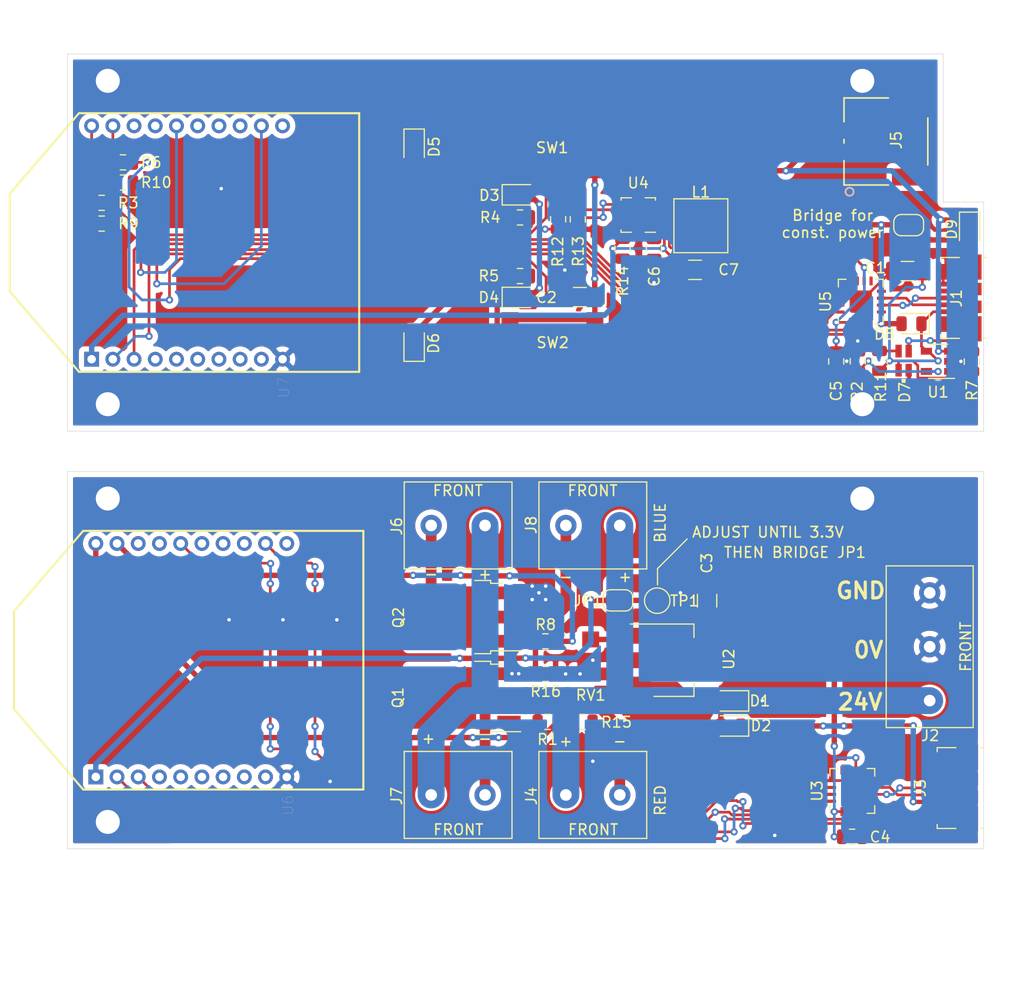
<source format=kicad_pcb>
(kicad_pcb (version 20171130) (host pcbnew "(5.1.2)-2")

  (general
    (thickness 1.6)
    (drawings 29)
    (tracks 588)
    (zones 0)
    (modules 56)
    (nets 80)
  )

  (page A4)
  (layers
    (0 F.Cu signal)
    (31 B.Cu signal)
    (32 B.Adhes user hide)
    (33 F.Adhes user hide)
    (34 B.Paste user hide)
    (35 F.Paste user hide)
    (36 B.SilkS user hide)
    (37 F.SilkS user)
    (38 B.Mask user hide)
    (39 F.Mask user hide)
    (40 Dwgs.User user hide)
    (41 Cmts.User user hide)
    (42 Eco1.User user hide)
    (43 Eco2.User user hide)
    (44 Edge.Cuts user)
    (45 Margin user hide)
    (46 B.CrtYd user hide)
    (47 F.CrtYd user hide)
    (48 B.Fab user hide)
    (49 F.Fab user hide)
  )

  (setup
    (last_trace_width 0.254)
    (user_trace_width 0.1524)
    (user_trace_width 0.254)
    (user_trace_width 0.3048)
    (user_trace_width 0.4064)
    (user_trace_width 0.508)
    (user_trace_width 1.016)
    (user_trace_width 1.524)
    (user_trace_width 2.032)
    (user_trace_width 2.54)
    (trace_clearance 0.1524)
    (zone_clearance 0.508)
    (zone_45_only no)
    (trace_min 0.1524)
    (via_size 0.6858)
    (via_drill 0.3302)
    (via_min_size 0.508)
    (via_min_drill 0.254)
    (user_via 0.508 0.254)
    (user_via 0.635 0.3175)
    (user_via 0.762 0.508)
    (uvia_size 0.3)
    (uvia_drill 0.1)
    (uvias_allowed no)
    (uvia_min_size 0.2)
    (uvia_min_drill 0.1)
    (edge_width 0.05)
    (segment_width 0.2)
    (pcb_text_width 0.3)
    (pcb_text_size 1.5 1.5)
    (mod_edge_width 0.12)
    (mod_text_size 1 1)
    (mod_text_width 0.15)
    (pad_size 1.524 1.524)
    (pad_drill 0.762)
    (pad_to_mask_clearance 0.1016)
    (solder_mask_min_width 0.1016)
    (aux_axis_origin 0 0)
    (visible_elements 7FFFFFFF)
    (pcbplotparams
      (layerselection 0x010fc_ffffffff)
      (usegerberextensions false)
      (usegerberattributes false)
      (usegerberadvancedattributes false)
      (creategerberjobfile false)
      (excludeedgelayer true)
      (linewidth 0.100000)
      (plotframeref false)
      (viasonmask false)
      (mode 1)
      (useauxorigin false)
      (hpglpennumber 1)
      (hpglpenspeed 20)
      (hpglpendiameter 15.000000)
      (psnegative false)
      (psa4output false)
      (plotreference true)
      (plotvalue true)
      (plotinvisibletext false)
      (padsonsilk false)
      (subtractmaskfromsilk false)
      (outputformat 1)
      (mirror false)
      (drillshape 1)
      (scaleselection 1)
      (outputdirectory ""))
  )

  (net 0 "")
  (net 1 GND)
  (net 2 5V)
  (net 3 LIPO)
  (net 4 "Net-(C3-Pad1)")
  (net 5 3V3_1)
  (net 6 3V3)
  (net 7 "Net-(C6-Pad1)")
  (net 8 "Net-(D5-Pad2)")
  (net 9 "Net-(D6-Pad2)")
  (net 10 "Net-(D7-Pad4)")
  (net 11 "Net-(D7-Pad2)")
  (net 12 "Net-(D7-Pad1)")
  (net 13 "Net-(J1-Pad4)")
  (net 14 D_+)
  (net 15 D_-)
  (net 16 "Net-(J3-Pad4)")
  (net 17 D1_+)
  (net 18 D1_-)
  (net 19 5V_1)
  (net 20 "Net-(J4-Pad2)")
  (net 21 "Net-(Q1-Pad1)")
  (net 22 "Net-(J6-Pad2)")
  (net 23 "Net-(Q2-Pad1)")
  (net 24 OUT_RED)
  (net 25 "Net-(R2-Pad1)")
  (net 26 "Net-(D3-Pad1)")
  (net 27 SW_RED)
  (net 28 "Net-(D4-Pad1)")
  (net 29 SW_BLUE)
  (net 30 OUT_BLUE)
  (net 31 "Net-(R12-Pad2)")
  (net 32 "Net-(D3-Pad2)")
  (net 33 "Net-(RV1-Pad2)")
  (net 34 "Net-(D1-Pad2)")
  (net 35 RTS_1)
  (net 36 TX_D_1)
  (net 37 "Net-(U3-Pad14)")
  (net 38 "Net-(U3-Pad12)")
  (net 39 "Net-(U3-Pad11)")
  (net 40 "Net-(U3-Pad9)")
  (net 41 "Net-(U3-Pad8)")
  (net 42 "Net-(U3-Pad5)")
  (net 43 CTS_1)
  (net 44 RX_D_1)
  (net 45 "Net-(L1-Pad2)")
  (net 46 RTS)
  (net 47 TX_D)
  (net 48 "Net-(U5-Pad14)")
  (net 49 "Net-(U5-Pad12)")
  (net 50 "Net-(U5-Pad11)")
  (net 51 "Net-(U5-Pad9)")
  (net 52 "Net-(U5-Pad8)")
  (net 53 "Net-(U5-Pad5)")
  (net 54 CTS)
  (net 55 RX_D)
  (net 56 "Net-(U6-Pad4)")
  (net 57 "Net-(U6-Pad5)")
  (net 58 "Net-(U6-Pad6)")
  (net 59 "Net-(U6-Pad7)")
  (net 60 "Net-(U6-Pad9)")
  (net 61 "Net-(U6-Pad11)")
  (net 62 "Net-(U6-Pad13)")
  (net 63 "Net-(U6-Pad14)")
  (net 64 "Net-(U6-Pad15)")
  (net 65 "Net-(U6-Pad17)")
  (net 66 "Net-(U6-Pad18)")
  (net 67 "Net-(U7-Pad4)")
  (net 68 "Net-(U7-Pad5)")
  (net 69 "Net-(U7-Pad6)")
  (net 70 "Net-(U7-Pad7)")
  (net 71 "Net-(U7-Pad9)")
  (net 72 "Net-(U7-Pad11)")
  (net 73 "Net-(U7-Pad13)")
  (net 74 "Net-(U7-Pad14)")
  (net 75 "Net-(U7-Pad15)")
  (net 76 "Net-(U7-Pad17)")
  (net 77 "Net-(U7-Pad18)")
  (net 78 24V)
  (net 79 "Net-(D9-Pad2)")

  (net_class Default "This is the default net class."
    (clearance 0.1524)
    (trace_width 0.1524)
    (via_dia 0.6858)
    (via_drill 0.3302)
    (uvia_dia 0.3)
    (uvia_drill 0.1)
    (add_net 24V)
    (add_net 3V3)
    (add_net 3V3_1)
    (add_net 5V)
    (add_net 5V_1)
    (add_net CTS)
    (add_net CTS_1)
    (add_net D1_+)
    (add_net D1_-)
    (add_net D_+)
    (add_net D_-)
    (add_net GND)
    (add_net LIPO)
    (add_net "Net-(C3-Pad1)")
    (add_net "Net-(C6-Pad1)")
    (add_net "Net-(D1-Pad2)")
    (add_net "Net-(D3-Pad1)")
    (add_net "Net-(D3-Pad2)")
    (add_net "Net-(D4-Pad1)")
    (add_net "Net-(D5-Pad2)")
    (add_net "Net-(D6-Pad2)")
    (add_net "Net-(D7-Pad1)")
    (add_net "Net-(D7-Pad2)")
    (add_net "Net-(D7-Pad4)")
    (add_net "Net-(D9-Pad2)")
    (add_net "Net-(J1-Pad4)")
    (add_net "Net-(J3-Pad4)")
    (add_net "Net-(J4-Pad2)")
    (add_net "Net-(J6-Pad2)")
    (add_net "Net-(L1-Pad2)")
    (add_net "Net-(Q1-Pad1)")
    (add_net "Net-(Q2-Pad1)")
    (add_net "Net-(R12-Pad2)")
    (add_net "Net-(R2-Pad1)")
    (add_net "Net-(RV1-Pad2)")
    (add_net "Net-(U3-Pad11)")
    (add_net "Net-(U3-Pad12)")
    (add_net "Net-(U3-Pad14)")
    (add_net "Net-(U3-Pad5)")
    (add_net "Net-(U3-Pad8)")
    (add_net "Net-(U3-Pad9)")
    (add_net "Net-(U5-Pad11)")
    (add_net "Net-(U5-Pad12)")
    (add_net "Net-(U5-Pad14)")
    (add_net "Net-(U5-Pad5)")
    (add_net "Net-(U5-Pad8)")
    (add_net "Net-(U5-Pad9)")
    (add_net "Net-(U6-Pad11)")
    (add_net "Net-(U6-Pad13)")
    (add_net "Net-(U6-Pad14)")
    (add_net "Net-(U6-Pad15)")
    (add_net "Net-(U6-Pad17)")
    (add_net "Net-(U6-Pad18)")
    (add_net "Net-(U6-Pad4)")
    (add_net "Net-(U6-Pad5)")
    (add_net "Net-(U6-Pad6)")
    (add_net "Net-(U6-Pad7)")
    (add_net "Net-(U6-Pad9)")
    (add_net "Net-(U7-Pad11)")
    (add_net "Net-(U7-Pad13)")
    (add_net "Net-(U7-Pad14)")
    (add_net "Net-(U7-Pad15)")
    (add_net "Net-(U7-Pad17)")
    (add_net "Net-(U7-Pad18)")
    (add_net "Net-(U7-Pad4)")
    (add_net "Net-(U7-Pad5)")
    (add_net "Net-(U7-Pad6)")
    (add_net "Net-(U7-Pad7)")
    (add_net "Net-(U7-Pad9)")
    (add_net OUT_BLUE)
    (add_net OUT_RED)
    (add_net RTS)
    (add_net RTS_1)
    (add_net RX_D)
    (add_net RX_D_1)
    (add_net SW_BLUE)
    (add_net SW_RED)
    (add_net TX_D)
    (add_net TX_D_1)
  )

  (module Resistor_SMD:R_0805_2012Metric (layer F.Cu) (tedit 5B36C52B) (tstamp 5E6A9147)
    (at 69.215 78.7654 180)
    (descr "Resistor SMD 0805 (2012 Metric), square (rectangular) end terminal, IPC_7351 nominal, (Body size source: https://docs.google.com/spreadsheets/d/1BsfQQcO9C6DZCsRaXUlFlo91Tg2WpOkGARC1WS5S8t0/edit?usp=sharing), generated with kicad-footprint-generator")
    (tags resistor)
    (path /5E8031D4)
    (attr smd)
    (fp_text reference R16 (at 0 -1.65) (layer F.SilkS)
      (effects (font (size 1 1) (thickness 0.15)))
    )
    (fp_text value 100k (at 0 1.65) (layer F.Fab)
      (effects (font (size 1 1) (thickness 0.15)))
    )
    (fp_text user %R (at 0 0) (layer F.Fab)
      (effects (font (size 0.5 0.5) (thickness 0.08)))
    )
    (fp_line (start 1.68 0.95) (end -1.68 0.95) (layer F.CrtYd) (width 0.05))
    (fp_line (start 1.68 -0.95) (end 1.68 0.95) (layer F.CrtYd) (width 0.05))
    (fp_line (start -1.68 -0.95) (end 1.68 -0.95) (layer F.CrtYd) (width 0.05))
    (fp_line (start -1.68 0.95) (end -1.68 -0.95) (layer F.CrtYd) (width 0.05))
    (fp_line (start -0.258578 0.71) (end 0.258578 0.71) (layer F.SilkS) (width 0.12))
    (fp_line (start -0.258578 -0.71) (end 0.258578 -0.71) (layer F.SilkS) (width 0.12))
    (fp_line (start 1 0.6) (end -1 0.6) (layer F.Fab) (width 0.1))
    (fp_line (start 1 -0.6) (end 1 0.6) (layer F.Fab) (width 0.1))
    (fp_line (start -1 -0.6) (end 1 -0.6) (layer F.Fab) (width 0.1))
    (fp_line (start -1 0.6) (end -1 -0.6) (layer F.Fab) (width 0.1))
    (pad 2 smd roundrect (at 0.9375 0 180) (size 0.975 1.4) (layers F.Cu F.Paste F.Mask) (roundrect_rratio 0.25)
      (net 23 "Net-(Q2-Pad1)"))
    (pad 1 smd roundrect (at -0.9375 0 180) (size 0.975 1.4) (layers F.Cu F.Paste F.Mask) (roundrect_rratio 0.25)
      (net 1 GND))
    (model ${KISYS3DMOD}/Resistor_SMD.3dshapes/R_0805_2012Metric.wrl
      (at (xyz 0 0 0))
      (scale (xyz 1 1 1))
      (rotate (xyz 0 0 0))
    )
  )

  (module Resistor_SMD:R_0805_2012Metric (layer F.Cu) (tedit 5B36C52B) (tstamp 5E6A9136)
    (at 72.6948 83.2866 180)
    (descr "Resistor SMD 0805 (2012 Metric), square (rectangular) end terminal, IPC_7351 nominal, (Body size source: https://docs.google.com/spreadsheets/d/1BsfQQcO9C6DZCsRaXUlFlo91Tg2WpOkGARC1WS5S8t0/edit?usp=sharing), generated with kicad-footprint-generator")
    (tags resistor)
    (path /5E803DCB)
    (attr smd)
    (fp_text reference R15 (at -3.2004 -0.0254) (layer F.SilkS)
      (effects (font (size 1 1) (thickness 0.15)))
    )
    (fp_text value 100k (at 0 1.65) (layer F.Fab)
      (effects (font (size 1 1) (thickness 0.15)))
    )
    (fp_text user %R (at 0 0) (layer F.Fab)
      (effects (font (size 0.5 0.5) (thickness 0.08)))
    )
    (fp_line (start 1.68 0.95) (end -1.68 0.95) (layer F.CrtYd) (width 0.05))
    (fp_line (start 1.68 -0.95) (end 1.68 0.95) (layer F.CrtYd) (width 0.05))
    (fp_line (start -1.68 -0.95) (end 1.68 -0.95) (layer F.CrtYd) (width 0.05))
    (fp_line (start -1.68 0.95) (end -1.68 -0.95) (layer F.CrtYd) (width 0.05))
    (fp_line (start -0.258578 0.71) (end 0.258578 0.71) (layer F.SilkS) (width 0.12))
    (fp_line (start -0.258578 -0.71) (end 0.258578 -0.71) (layer F.SilkS) (width 0.12))
    (fp_line (start 1 0.6) (end -1 0.6) (layer F.Fab) (width 0.1))
    (fp_line (start 1 -0.6) (end 1 0.6) (layer F.Fab) (width 0.1))
    (fp_line (start -1 -0.6) (end 1 -0.6) (layer F.Fab) (width 0.1))
    (fp_line (start -1 0.6) (end -1 -0.6) (layer F.Fab) (width 0.1))
    (pad 2 smd roundrect (at 0.9375 0 180) (size 0.975 1.4) (layers F.Cu F.Paste F.Mask) (roundrect_rratio 0.25)
      (net 21 "Net-(Q1-Pad1)"))
    (pad 1 smd roundrect (at -0.9375 0 180) (size 0.975 1.4) (layers F.Cu F.Paste F.Mask) (roundrect_rratio 0.25)
      (net 1 GND))
    (model ${KISYS3DMOD}/Resistor_SMD.3dshapes/R_0805_2012Metric.wrl
      (at (xyz 0 0 0))
      (scale (xyz 1 1 1))
      (rotate (xyz 0 0 0))
    )
  )

  (module Package_SON:Texas_S-PVSON-N10 (layer F.Cu) (tedit 5A8E03D4) (tstamp 5E698225)
    (at 77.9399 35.5092 180)
    (descr "3x3mm Body, 0.5mm Pitch, S-PVSON-N10, DRC, http://www.ti.com/lit/ds/symlink/tps61201.pdf")
    (tags "0.5 S-PVSON-N10 DRC")
    (path /5E693B02)
    (attr smd)
    (fp_text reference U4 (at 0 3.0226) (layer F.SilkS)
      (effects (font (size 1 1) (thickness 0.15)))
    )
    (fp_text value TPS61201DRC (at 0 2.9) (layer F.Fab)
      (effects (font (size 1 1) (thickness 0.15)))
    )
    (fp_text user %R (at 0 0) (layer F.Fab)
      (effects (font (size 0.7 0.7) (thickness 0.1)))
    )
    (fp_line (start -1.625 1.625) (end -1.625 1.4) (layer F.SilkS) (width 0.12))
    (fp_line (start 1.625 1.4) (end 1.625 1.625) (layer F.SilkS) (width 0.12))
    (fp_line (start 1.625 -1.4) (end 1.625 -1.625) (layer F.SilkS) (width 0.12))
    (fp_line (start -1.625 1.625) (end -0.65 1.625) (layer F.SilkS) (width 0.12))
    (fp_line (start 0.65 -1.625) (end 1.625 -1.625) (layer F.SilkS) (width 0.12))
    (fp_line (start -1.625 -1.625) (end -0.65 -1.625) (layer F.SilkS) (width 0.12))
    (fp_line (start 0.65 1.625) (end 1.625 1.625) (layer F.SilkS) (width 0.12))
    (fp_line (start -2.15 2.15) (end 2.15 2.15) (layer F.CrtYd) (width 0.05))
    (fp_line (start -2.15 -2.15) (end 2.15 -2.15) (layer F.CrtYd) (width 0.05))
    (fp_line (start 2.15 -2.15) (end 2.15 2.15) (layer F.CrtYd) (width 0.05))
    (fp_line (start -2.15 -2.15) (end -2.15 2.15) (layer F.CrtYd) (width 0.05))
    (fp_line (start -0.775 -1.55) (end 1.55 -1.55) (layer F.Fab) (width 0.1))
    (fp_line (start 1.55 -1.55) (end 1.55 1.55) (layer F.Fab) (width 0.1))
    (fp_line (start 1.55 1.55) (end -1.55 1.55) (layer F.Fab) (width 0.1))
    (fp_line (start -1.55 1.55) (end -1.55 -0.775) (layer F.Fab) (width 0.1))
    (fp_line (start -0.775 -1.55) (end -1.55 -0.775) (layer F.Fab) (width 0.1))
    (pad 10 smd oval (at 1.475 -1 180) (size 0.85 0.28) (layers F.Cu F.Paste F.Mask)
      (net 6 3V3) (solder_mask_margin 0.07) (solder_paste_margin -0.025))
    (pad 9 smd oval (at 1.475 -0.5 180) (size 0.85 0.28) (layers F.Cu F.Paste F.Mask)
      (net 1 GND) (solder_mask_margin 0.07) (solder_paste_margin -0.025))
    (pad 8 smd oval (at 1.475 0 180) (size 0.85 0.28) (layers F.Cu F.Paste F.Mask)
      (net 1 GND) (solder_mask_margin 0.07) (solder_paste_margin -0.025))
    (pad 7 smd rect (at 1.76 0.5 180) (size 0.28 0.28) (layers F.Cu F.Paste F.Mask)
      (net 31 "Net-(R12-Pad2)") (solder_mask_margin 0.07) (solder_paste_margin -0.025))
    (pad 6 smd rect (at 1.76 1 180) (size 0.28 0.28) (layers F.Cu F.Paste F.Mask)
      (net 32 "Net-(D3-Pad2)") (solder_mask_margin 0.07) (solder_paste_margin -0.025))
    (pad 5 smd oval (at -1.475 1 180) (size 0.85 0.28) (layers F.Cu F.Paste F.Mask)
      (net 32 "Net-(D3-Pad2)") (solder_mask_margin 0.07) (solder_paste_margin -0.025))
    (pad 4 smd rect (at -1.76 0.5 180) (size 0.28 0.28) (layers F.Cu F.Paste F.Mask)
      (net 1 GND) (solder_mask_margin 0.07) (solder_paste_margin -0.025))
    (pad 3 smd oval (at -1.475 0 180) (size 0.85 0.28) (layers F.Cu F.Paste F.Mask)
      (net 45 "Net-(L1-Pad2)") (solder_mask_margin 0.07) (solder_paste_margin -0.025))
    (pad 2 smd rect (at -1.76 -0.5 180) (size 0.28 0.28) (layers F.Cu F.Paste F.Mask)
      (net 6 3V3) (solder_mask_margin 0.07) (solder_paste_margin -0.025))
    (pad 1 smd rect (at -1.76 -1 180) (size 0.28 0.28) (layers F.Cu F.Paste F.Mask)
      (net 7 "Net-(C6-Pad1)") (solder_mask_margin 0.07) (solder_paste_margin -0.025))
    (pad 11 smd rect (at 0 0 180) (size 1.65 2.4) (layers F.Cu F.Mask)
      (net 1 GND))
    (pad 11 smd rect (at 0.45 0.635 180) (size 0.68 1.05) (layers F.Cu F.Paste F.Mask)
      (net 1 GND))
    (pad 11 smd rect (at -0.45 0.635 180) (size 0.68 1.05) (layers F.Cu F.Paste F.Mask)
      (net 1 GND))
    (pad 11 smd rect (at 0.45 -0.635 180) (size 0.68 1.05) (layers F.Cu F.Paste F.Mask)
      (net 1 GND))
    (pad 11 smd rect (at 0.25 1.63 180) (size 0.26 0.5) (layers F.Cu F.Paste F.Mask)
      (net 1 GND))
    (pad 11 smd rect (at -0.25 1.63 180) (size 0.26 0.5) (layers F.Cu F.Paste F.Mask)
      (net 1 GND))
    (pad 11 smd rect (at 0.25 -1.63 180) (size 0.26 0.5) (layers F.Cu F.Paste F.Mask)
      (net 1 GND))
    (pad 11 smd rect (at 0.25 1.55 180) (size 0.28 0.7) (layers F.Cu F.Mask)
      (net 1 GND))
    (pad 11 smd rect (at -0.25 1.55 180) (size 0.28 0.7) (layers F.Cu F.Mask)
      (net 1 GND))
    (pad 11 smd rect (at 0.25 -1.55 180) (size 0.28 0.7) (layers F.Cu F.Mask)
      (net 1 GND))
    (pad 11 smd rect (at -0.25 -1.63 180) (size 0.26 0.5) (layers F.Cu F.Paste F.Mask)
      (net 1 GND))
    (pad 11 smd rect (at -0.25 -1.55 180) (size 0.28 0.7) (layers F.Cu F.Mask)
      (net 1 GND))
    (pad 11 smd rect (at -0.45 -0.635 180) (size 0.68 1.05) (layers F.Cu F.Paste F.Mask)
      (net 1 GND))
    (pad 10 smd rect (at 1.76 -1 180) (size 0.28 0.28) (layers F.Cu F.Paste F.Mask)
      (net 6 3V3) (solder_mask_margin 0.07) (solder_paste_margin -0.025))
    (pad 9 smd rect (at 1.76 -0.5 180) (size 0.28 0.28) (layers F.Cu F.Paste F.Mask)
      (net 1 GND) (solder_mask_margin 0.07) (solder_paste_margin -0.025))
    (pad 8 smd rect (at 1.76 0 180) (size 0.28 0.28) (layers F.Cu F.Paste F.Mask)
      (net 1 GND) (solder_mask_margin 0.07) (solder_paste_margin -0.025))
    (pad 7 smd oval (at 1.475 0.5 180) (size 0.85 0.28) (layers F.Cu F.Paste F.Mask)
      (net 31 "Net-(R12-Pad2)") (solder_mask_margin 0.07) (solder_paste_margin -0.025))
    (pad 6 smd oval (at 1.475 1 180) (size 0.85 0.28) (layers F.Cu F.Paste F.Mask)
      (net 32 "Net-(D3-Pad2)") (solder_mask_margin 0.07) (solder_paste_margin -0.025))
    (pad 5 smd rect (at -1.76 1 180) (size 0.28 0.28) (layers F.Cu F.Paste F.Mask)
      (net 32 "Net-(D3-Pad2)") (solder_mask_margin 0.07) (solder_paste_margin -0.025))
    (pad 4 smd oval (at -1.475 0.5 180) (size 0.85 0.28) (layers F.Cu F.Paste F.Mask)
      (net 1 GND) (solder_mask_margin 0.07) (solder_paste_margin -0.025))
    (pad 3 smd rect (at -1.76 0 180) (size 0.28 0.28) (layers F.Cu F.Paste F.Mask)
      (net 45 "Net-(L1-Pad2)") (solder_mask_margin 0.07) (solder_paste_margin -0.025))
    (pad 2 smd oval (at -1.475 -0.5 180) (size 0.85 0.28) (layers F.Cu F.Paste F.Mask)
      (net 6 3V3) (solder_mask_margin 0.07) (solder_paste_margin -0.025))
    (pad 1 smd oval (at -1.475 -1 180) (size 0.85 0.28) (layers F.Cu F.Paste F.Mask)
      (net 7 "Net-(C6-Pad1)") (solder_mask_margin 0.07) (solder_paste_margin -0.025))
    (model ${KISYS3DMOD}/Package_SON.3dshapes/Texas_S-PVSON-N10.wrl
      (at (xyz 0 0 0))
      (scale (xyz 1 1 1))
      (rotate (xyz 0 0 0))
    )
  )

  (module Conrads:B3FS-1050P_Blue_Cap (layer F.Cu) (tedit 5E694815) (tstamp 5E69B47B)
    (at 69.85 47.61484 180)
    (path /5E6920EF)
    (fp_text reference SW2 (at -0.0254 0.0762) (layer F.SilkS)
      (effects (font (size 1 1) (thickness 0.15)))
    )
    (fp_text value BLUE (at 0.0254 -0.0762) (layer F.Fab) hide
      (effects (font (size 1 1) (thickness 0.15)))
    )
    (pad 4 smd rect (at 4 -2.25 180) (size 1.6 1.4) (layers F.Cu F.Paste F.Mask)
      (net 28 "Net-(D4-Pad1)"))
    (pad 3 smd rect (at 4 2.25 180) (size 1.6 1.4) (layers F.Cu F.Paste F.Mask)
      (net 3 LIPO))
    (pad 2 smd rect (at -4 -2.25 180) (size 1.6 1.4) (layers F.Cu F.Paste F.Mask)
      (net 28 "Net-(D4-Pad1)"))
    (pad 1 smd rect (at -4 2.25 180) (size 1.6 1.4) (layers F.Cu F.Paste F.Mask)
      (net 3 LIPO))
    (model ${CUSTOMBODIES}/B3FS-1050P-B32-1340-BLUE.STEP
      (at (xyz 0 0 0))
      (scale (xyz 1 1 1))
      (rotate (xyz -90 0 0))
    )
  )

  (module Conrads:B3FS-1050P_Red_Cap (layer F.Cu) (tedit 5E6947F3) (tstamp 5E69BF6A)
    (at 69.85 29.08808)
    (path /5E691CBE)
    (fp_text reference SW1 (at -0.0254 0.0762) (layer F.SilkS)
      (effects (font (size 1 1) (thickness 0.15)))
    )
    (fp_text value RED (at 0.0254 -0.0762) (layer F.Fab) hide
      (effects (font (size 1 1) (thickness 0.15)))
    )
    (pad 4 smd rect (at 4 -2.25) (size 1.6 1.4) (layers F.Cu F.Paste F.Mask)
      (net 26 "Net-(D3-Pad1)"))
    (pad 3 smd rect (at 4 2.25) (size 1.6 1.4) (layers F.Cu F.Paste F.Mask)
      (net 3 LIPO))
    (pad 2 smd rect (at -4 -2.25) (size 1.6 1.4) (layers F.Cu F.Paste F.Mask)
      (net 26 "Net-(D3-Pad1)"))
    (pad 1 smd rect (at -4 2.25) (size 1.6 1.4) (layers F.Cu F.Paste F.Mask)
      (net 3 LIPO))
    (model ${CUSTOMBODIES}/B3FS-1050P-B32-1380-RED.STEP
      (at (xyz 0 0 0))
      (scale (xyz 1 1 1))
      (rotate (xyz -90 0 0))
    )
  )

  (module Conrads:744043003_WE-TPC-4828 (layer F.Cu) (tedit 5E20C9DB) (tstamp 5E69B1FB)
    (at 83.84286 36.52012)
    (path /5E6942FA)
    (fp_text reference L1 (at 0 -3.175) (layer F.SilkS)
      (effects (font (size 1 1) (thickness 0.15)))
    )
    (fp_text value 2.2u (at 0 0.127) (layer F.Fab) hide
      (effects (font (size 1 1) (thickness 0.15)))
    )
    (fp_line (start -2.54 2.54) (end -2.54 -2.54) (layer F.SilkS) (width 0.12))
    (fp_line (start 2.54 2.54) (end -2.54 2.54) (layer F.SilkS) (width 0.12))
    (fp_line (start 2.54 -2.54) (end 2.54 2.54) (layer F.SilkS) (width 0.12))
    (fp_line (start -2.54 -2.54) (end 2.54 -2.54) (layer F.SilkS) (width 0.12))
    (pad 1 smd custom (at 0 -2) (size 0.508 0.508) (layers F.Cu F.Paste F.Mask)
      (net 32 "Net-(D3-Pad2)")
      (options (clearance outline) (anchor rect))
      (primitives
        (gr_line (start -2.4 1.2) (end -2.4 -0.199999) (width 0.0508))
        (gr_line (start 0.900617 0.51706) (end 1.539553 1.2) (width 0.0508))
        (gr_line (start -1.539553 1.2) (end -2.4 1.2) (width 0.0508))
        (gr_line (start -2.199999 -0.4) (end 2.199999 -0.4) (width 0.0508))
        (gr_line (start 2.4 -0.199999) (end 2.4 1.2) (width 0.0508))
        (gr_poly (pts
           (xy -2.4 -0.4) (xy -2.4 1.2) (xy -1.539553 1.2) (xy -0.900617 0.51706) (xy 0 0.265001)
           (xy 0.900617 0.51706) (xy 1.539553 1.2) (xy 2.4 1.2) (xy 2.4 -0.4)) (width 0.1))
        (gr_line (start -0.900617 0.51706) (end 0 0.265001) (width 0.0508))
        (gr_line (start 0 0.265001) (end 0.900617 0.51706) (width 0.0508))
        (gr_line (start -1.539553 1.2) (end -0.900617 0.51706) (width 0.0508))
        (gr_line (start 2.4 1.2) (end 1.539553 1.2) (width 0.0508))
        (gr_line (start 2.199999 -0.4) (end 2.4 -0.4) (width 0.0508))
        (gr_line (start -2.4 -0.199999) (end -2.4 -0.4) (width 0.0508))
        (gr_line (start 1.539553 1.2) (end 2.4 1.2) (width 0.0508))
        (gr_line (start -2.4 -0.4) (end -2.199999 -0.4) (width 0.0508))
        (gr_line (start -2.4 1.2) (end -1.539553 1.2) (width 0.0508))
        (gr_line (start -2.4 -0.199999) (end -2.4 1.2) (width 0.0508))
        (gr_line (start 2.4 1.2) (end 2.4 -0.199999) (width 0.0508))
        (gr_line (start 2.199999 -0.4) (end -2.199999 -0.4) (width 0.0508))
        (gr_line (start 2.4 -0.4) (end 2.4 -0.199999) (width 0.0508))
      ))
    (pad 2 smd custom (at 0 2.08) (size 0.508 0.508) (layers F.Cu F.Paste F.Mask)
      (net 45 "Net-(L1-Pad2)")
      (options (clearance outline) (anchor rect))
      (primitives
        (gr_line (start -1.539553 -1.28) (end -2.4 -1.28) (width 0.0508))
        (gr_line (start -2.4 -1.28) (end -2.4 0.119999) (width 0.0508))
        (gr_line (start -2.199999 0.32) (end 2.199999 0.32) (width 0.0508))
        (gr_line (start 2.4 0.119999) (end 2.4 -1.28) (width 0.0508))
        (gr_line (start -2.4 0.32) (end -2.199999 0.32) (width 0.0508))
        (gr_line (start -2.4 0.119999) (end -2.4 0.32) (width 0.0508))
        (gr_line (start 2.4 -1.28) (end 1.539553 -1.28) (width 0.0508))
        (gr_line (start 0 -0.345001) (end 0.900617 -0.59706) (width 0.0508))
        (gr_line (start 2.199999 0.32) (end 2.4 0.32) (width 0.0508))
        (gr_line (start 2.199999 0.32) (end -2.199999 0.32) (width 0.0508))
        (gr_line (start -2.4 0.119999) (end -2.4 -1.28) (width 0.0508))
        (gr_line (start -1.539553 -1.28) (end -0.900617 -0.59706) (width 0.0508))
        (gr_poly (pts
           (xy -2.4 -1.28) (xy -2.4 0.32) (xy 2.4 0.32) (xy 2.4 -1.28) (xy 1.539553 -1.28)
           (xy 0.900617 -0.59706) (xy 0 -0.345001) (xy -0.900617 -0.59706) (xy -1.539553 -1.28)) (width 0.1))
        (gr_line (start 0.900617 -0.59706) (end 1.539553 -1.28) (width 0.0508))
        (gr_line (start -1.539553 -1.28) (end -2.4 -1.28) (width 0.0508))
        (gr_line (start 2.4 -1.28) (end 2.4 0.119999) (width 0.0508))
        (gr_line (start 2.4 0.32) (end 2.4 0.119999) (width 0.0508))
        (gr_line (start 2.4 -1.28) (end 1.539553 -1.28) (width 0.0508))
        (gr_line (start -0.900617 -0.59706) (end 0 -0.345001) (width 0.0508))
      ))
    (model ${CUSTOMBODIES}/744043003_WE-TPC-4828.stp
      (offset (xyz 0 0 2.7432))
      (scale (xyz 1 1 1))
      (rotate (xyz 0 0 -90))
    )
  )

  (module Jumper:SolderJumper-2_P1.3mm_Open_RoundedPad1.0x1.5mm (layer F.Cu) (tedit 5B391E66) (tstamp 5E69B1F1)
    (at 103.43134 36.45916 180)
    (descr "SMD Solder Jumper, 1x1.5mm, rounded Pads, 0.3mm gap, open")
    (tags "solder jumper open")
    (path /5E69C914)
    (attr virtual)
    (fp_text reference JP2 (at 0 -1.8) (layer F.SilkS) hide
      (effects (font (size 1 1) (thickness 0.15)))
    )
    (fp_text value Jumper_NO_Small (at 0 1.9) (layer F.Fab)
      (effects (font (size 1 1) (thickness 0.15)))
    )
    (fp_line (start 1.65 1.25) (end -1.65 1.25) (layer F.CrtYd) (width 0.05))
    (fp_line (start 1.65 1.25) (end 1.65 -1.25) (layer F.CrtYd) (width 0.05))
    (fp_line (start -1.65 -1.25) (end -1.65 1.25) (layer F.CrtYd) (width 0.05))
    (fp_line (start -1.65 -1.25) (end 1.65 -1.25) (layer F.CrtYd) (width 0.05))
    (fp_line (start -0.7 -1) (end 0.7 -1) (layer F.SilkS) (width 0.12))
    (fp_line (start 1.4 -0.3) (end 1.4 0.3) (layer F.SilkS) (width 0.12))
    (fp_line (start 0.7 1) (end -0.7 1) (layer F.SilkS) (width 0.12))
    (fp_line (start -1.4 0.3) (end -1.4 -0.3) (layer F.SilkS) (width 0.12))
    (fp_arc (start -0.7 -0.3) (end -0.7 -1) (angle -90) (layer F.SilkS) (width 0.12))
    (fp_arc (start -0.7 0.3) (end -1.4 0.3) (angle -90) (layer F.SilkS) (width 0.12))
    (fp_arc (start 0.7 0.3) (end 0.7 1) (angle -90) (layer F.SilkS) (width 0.12))
    (fp_arc (start 0.7 -0.3) (end 1.4 -0.3) (angle -90) (layer F.SilkS) (width 0.12))
    (pad 2 smd custom (at 0.65 0 180) (size 1 0.5) (layers F.Cu F.Mask)
      (net 32 "Net-(D3-Pad2)") (zone_connect 2)
      (options (clearance outline) (anchor rect))
      (primitives
        (gr_circle (center 0 0.25) (end 0.5 0.25) (width 0))
        (gr_circle (center 0 -0.25) (end 0.5 -0.25) (width 0))
        (gr_poly (pts
           (xy 0 -0.75) (xy -0.5 -0.75) (xy -0.5 0.75) (xy 0 0.75)) (width 0))
      ))
    (pad 1 smd custom (at -0.65 0 180) (size 1 0.5) (layers F.Cu F.Mask)
      (net 79 "Net-(D9-Pad2)") (zone_connect 2)
      (options (clearance outline) (anchor rect))
      (primitives
        (gr_circle (center 0 0.25) (end 0.5 0.25) (width 0))
        (gr_circle (center 0 -0.25) (end 0.5 -0.25) (width 0))
        (gr_poly (pts
           (xy 0 -0.75) (xy 0.5 -0.75) (xy 0.5 0.75) (xy 0 0.75)) (width 0))
      ))
  )

  (module Conrads:282837-2 (layer F.Cu) (tedit 5E694353) (tstamp 5E69B1BD)
    (at 73.66 64.77 180)
    (path /5E6A65B9)
    (fp_text reference J8 (at 5.8166 0.0508 90) (layer F.SilkS)
      (effects (font (size 1 1) (thickness 0.15)))
    )
    (fp_text value Screw_Terminal_01x02 (at -0.0508 -2.3876) (layer F.Fab)
      (effects (font (size 1 1) (thickness 0.15)))
    )
    (fp_text user FRONT (at 0.0254 3.2766) (layer F.SilkS)
      (effects (font (size 1 1) (thickness 0.15)))
    )
    (fp_line (start -5.08 4.1) (end -5.08 -4.1) (layer F.SilkS) (width 0.12))
    (fp_line (start 5.08 -4.1) (end 5.08 4.1) (layer F.SilkS) (width 0.12))
    (fp_line (start -5.08 -4.1) (end 5.08 -4.1) (layer F.SilkS) (width 0.12))
    (fp_line (start -5.08 4.1) (end 5.08 4.1) (layer F.SilkS) (width 0.12))
    (pad 2 thru_hole circle (at 2.54 0 180) (size 2 2) (drill 1.1) (layers *.Cu *.Mask)
      (net 22 "Net-(J6-Pad2)"))
    (pad 1 thru_hole circle (at -2.54 0 180) (size 2 2) (drill 1.1) (layers *.Cu *.Mask)
      (net 78 24V))
    (model ${CUSTOMBODIES}/c-282837-2-g2-3d.stp
      (offset (xyz 0 -4 3.2))
      (scale (xyz 1 1 1))
      (rotate (xyz -90 0 0))
    )
  )

  (module Conrads:282837-2 (layer F.Cu) (tedit 5E694353) (tstamp 5E6AC0FF)
    (at 60.96 90.17)
    (path /5E6A6B1A)
    (fp_text reference J7 (at -5.7912 0.1016 90) (layer F.SilkS)
      (effects (font (size 1 1) (thickness 0.15)))
    )
    (fp_text value Screw_Terminal_01x02 (at -0.0508 -2.3876) (layer F.Fab)
      (effects (font (size 1 1) (thickness 0.15)))
    )
    (fp_text user FRONT (at 0.0254 3.2766) (layer F.SilkS)
      (effects (font (size 1 1) (thickness 0.15)))
    )
    (fp_line (start -5.08 4.1) (end -5.08 -4.1) (layer F.SilkS) (width 0.12))
    (fp_line (start 5.08 -4.1) (end 5.08 4.1) (layer F.SilkS) (width 0.12))
    (fp_line (start -5.08 -4.1) (end 5.08 -4.1) (layer F.SilkS) (width 0.12))
    (fp_line (start -5.08 4.1) (end 5.08 4.1) (layer F.SilkS) (width 0.12))
    (pad 2 thru_hole circle (at 2.54 0) (size 2 2) (drill 1.1) (layers *.Cu *.Mask)
      (net 20 "Net-(J4-Pad2)"))
    (pad 1 thru_hole circle (at -2.54 0) (size 2 2) (drill 1.1) (layers *.Cu *.Mask)
      (net 78 24V))
    (model ${CUSTOMBODIES}/c-282837-2-g2-3d.stp
      (offset (xyz 0 -4 3.2))
      (scale (xyz 1 1 1))
      (rotate (xyz -90 0 0))
    )
  )

  (module Conrads:282837-2 (layer F.Cu) (tedit 5E694353) (tstamp 5E69B1A7)
    (at 60.96 64.77 180)
    (path /5E70EA14)
    (fp_text reference J6 (at 5.7912 -0.0762 90) (layer F.SilkS)
      (effects (font (size 1 1) (thickness 0.15)))
    )
    (fp_text value Screw_Terminal_01x02 (at -0.0508 -2.3876) (layer F.Fab)
      (effects (font (size 1 1) (thickness 0.15)))
    )
    (fp_text user FRONT (at 0.0254 3.2766) (layer F.SilkS)
      (effects (font (size 1 1) (thickness 0.15)))
    )
    (fp_line (start -5.08 4.1) (end -5.08 -4.1) (layer F.SilkS) (width 0.12))
    (fp_line (start 5.08 -4.1) (end 5.08 4.1) (layer F.SilkS) (width 0.12))
    (fp_line (start -5.08 -4.1) (end 5.08 -4.1) (layer F.SilkS) (width 0.12))
    (fp_line (start -5.08 4.1) (end 5.08 4.1) (layer F.SilkS) (width 0.12))
    (pad 2 thru_hole circle (at 2.54 0 180) (size 2 2) (drill 1.1) (layers *.Cu *.Mask)
      (net 22 "Net-(J6-Pad2)"))
    (pad 1 thru_hole circle (at -2.54 0 180) (size 2 2) (drill 1.1) (layers *.Cu *.Mask)
      (net 78 24V))
    (model ${CUSTOMBODIES}/c-282837-2-g2-3d.stp
      (offset (xyz 0 -4 3.2))
      (scale (xyz 1 1 1))
      (rotate (xyz -90 0 0))
    )
  )

  (module Conrads:S2B-PH-SM4-TBLFSN (layer F.Cu) (tedit 0) (tstamp 5E69B19C)
    (at 94.42958 28.575 270)
    (path /5E6928DB)
    (fp_text reference J5 (at -0.127 -7.83082 90) (layer F.SilkS)
      (effects (font (size 1 1) (thickness 0.15)))
    )
    (fp_text value "S2B-PH-SM4-TB(LF)(SN)" (at -10.2362 -4.04622 180) (layer F.SilkS) hide
      (effects (font (size 1 1) (thickness 0.15)))
    )
    (fp_text user "Copyright 2016 Accelerated Designs. All rights reserved." (at 0 0 90) (layer Cmts.User)
      (effects (font (size 0.127 0.127) (thickness 0.002)))
    )
    (fp_text user * (at -1.8542 -7.88162 90) (layer F.SilkS) hide
      (effects (font (size 1 1) (thickness 0.15)))
    )
    (fp_text user * (at 0 0 90) (layer F.Fab)
      (effects (font (size 1 1) (thickness 0.15)))
    )
    (fp_line (start -4.1021 -2.904902) (end -1.853039 -2.904902) (layer F.SilkS) (width 0.1524))
    (fp_line (start 4.1021 -2.904902) (end 4.1021 -7.091962) (layer F.SilkS) (width 0.1524))
    (fp_line (start 2.21716 -10.804302) (end -2.21716 -10.804302) (layer F.SilkS) (width 0.1524))
    (fp_line (start -4.1021 -7.091962) (end -4.1021 -2.904902) (layer F.SilkS) (width 0.1524))
    (fp_line (start -3.9751 -3.031902) (end 3.9751 -3.031902) (layer F.Fab) (width 0.1524))
    (fp_line (start 3.9751 -3.031902) (end 3.9751 -10.677302) (layer F.Fab) (width 0.1524))
    (fp_line (start 3.9751 -10.677302) (end -3.9751 -10.677302) (layer F.Fab) (width 0.1524))
    (fp_line (start -3.9751 -10.677302) (end -3.9751 -3.031902) (layer F.Fab) (width 0.1524))
    (fp_line (start 1.803039 -2.904902) (end 4.1021 -2.904902) (layer F.SilkS) (width 0.1524))
    (fp_line (start -0.196959 -2.904902) (end 0.146959 -2.904902) (layer F.SilkS) (width 0.1524))
    (fp_line (start -4.404101 -11.183902) (end -4.404101 -1.420701) (layer F.CrtYd) (width 0.1524))
    (fp_line (start -4.404101 -1.420701) (end 4.404101 -1.420701) (layer F.CrtYd) (width 0.1524))
    (fp_line (start 4.404101 -1.420701) (end 4.404101 -11.183902) (layer F.CrtYd) (width 0.1524))
    (fp_line (start 4.404101 -11.183902) (end -4.404101 -11.183902) (layer F.CrtYd) (width 0.1524))
    (fp_circle (center 4.7371 -3.427301) (end 5.1181 -3.427301) (layer F.SilkS) (width 0.1524))
    (fp_circle (center 4.7371 -3.427301) (end 5.1181 -3.427301) (layer B.SilkS) (width 0.1524))
    (fp_circle (center 0.975 -1.522301) (end 1.356 -1.522301) (layer F.Fab) (width 0.1524))
    (pad 1 smd rect (at 0.974999 -3.427301 270) (size 0.9906 3.5052) (layers F.Cu F.Paste F.Mask)
      (net 3 LIPO))
    (pad 2 smd rect (at -1.024999 -3.427301 270) (size 0.9906 3.5052) (layers F.Cu F.Paste F.Mask)
      (net 1 GND))
    (pad 3 smd rect (at -3.35 -9.177302 270) (size 1.6002 3.5052) (layers F.Cu F.Paste F.Mask))
    (pad 4 smd rect (at 3.35 -9.177302 270) (size 1.6002 3.5052) (layers F.Cu F.Paste F.Mask))
  )

  (module Conrads:282837-2 (layer F.Cu) (tedit 5E694353) (tstamp 5E69B180)
    (at 73.66 90.17)
    (path /5E70D3DE)
    (fp_text reference J4 (at -5.7912 0.1016 90) (layer F.SilkS)
      (effects (font (size 1 1) (thickness 0.15)))
    )
    (fp_text value Screw_Terminal_01x02 (at -0.0508 -2.3876) (layer F.Fab)
      (effects (font (size 1 1) (thickness 0.15)))
    )
    (fp_text user FRONT (at 0.0254 3.2766) (layer F.SilkS)
      (effects (font (size 1 1) (thickness 0.15)))
    )
    (fp_line (start -5.08 4.1) (end -5.08 -4.1) (layer F.SilkS) (width 0.12))
    (fp_line (start 5.08 -4.1) (end 5.08 4.1) (layer F.SilkS) (width 0.12))
    (fp_line (start -5.08 -4.1) (end 5.08 -4.1) (layer F.SilkS) (width 0.12))
    (fp_line (start -5.08 4.1) (end 5.08 4.1) (layer F.SilkS) (width 0.12))
    (pad 2 thru_hole circle (at 2.54 0) (size 2 2) (drill 1.1) (layers *.Cu *.Mask)
      (net 20 "Net-(J4-Pad2)"))
    (pad 1 thru_hole circle (at -2.54 0) (size 2 2) (drill 1.1) (layers *.Cu *.Mask)
      (net 78 24V))
    (model ${CUSTOMBODIES}/c-282837-2-g2-3d.stp
      (offset (xyz 0 -4 3.2))
      (scale (xyz 1 1 1))
      (rotate (xyz -90 0 0))
    )
  )

  (module Conrads:282837-3 (layer F.Cu) (tedit 5E694007) (tstamp 5E69B137)
    (at 105.41 76.2 90)
    (path /5E6F5409)
    (fp_text reference J2 (at -8.382 0.0508) (layer F.SilkS)
      (effects (font (size 1 1) (thickness 0.15)))
    )
    (fp_text value Screw_Terminal_01x03 (at 0.1524 -2.54 90) (layer F.Fab)
      (effects (font (size 1 1) (thickness 0.15)))
    )
    (fp_text user FRONT (at 0 3.4036 90) (layer F.SilkS)
      (effects (font (size 1 1) (thickness 0.15)))
    )
    (fp_line (start -7.62 4.1) (end -7.62 -4.1) (layer F.SilkS) (width 0.12))
    (fp_line (start 7.62 -4.1) (end 7.62 4.1) (layer F.SilkS) (width 0.12))
    (fp_line (start -7.62 4.1) (end 7.62 4.1) (layer F.SilkS) (width 0.12))
    (fp_line (start -7.62 -4.1) (end 7.62 -4.1) (layer F.SilkS) (width 0.12))
    (pad 3 thru_hole circle (at 5.08 0 90) (size 2 2) (drill 1.1) (layers *.Cu *.Mask)
      (net 1 GND))
    (pad 2 thru_hole circle (at 0 0 90) (size 2 2) (drill 1.1) (layers *.Cu *.Mask)
      (net 1 GND))
    (pad 1 thru_hole circle (at -5.08 0 90) (size 2 2) (drill 1.1) (layers *.Cu *.Mask)
      (net 78 24V))
    (model ${CUSTOMBODIES}/c-282837-3-g2-3d.stp
      (offset (xyz 0 -4 2.7))
      (scale (xyz 1 1 1))
      (rotate (xyz -90 0 0))
    )
  )

  (module Diode_SMD:D_0805_2012Metric (layer F.Cu) (tedit 5B36C52B) (tstamp 5E69B0ED)
    (at 109.17682 36.9189 270)
    (descr "Diode SMD 0805 (2012 Metric), square (rectangular) end terminal, IPC_7351 nominal, (Body size source: https://docs.google.com/spreadsheets/d/1BsfQQcO9C6DZCsRaXUlFlo91Tg2WpOkGARC1WS5S8t0/edit?usp=sharing), generated with kicad-footprint-generator")
    (tags diode)
    (path /5E697E92)
    (attr smd)
    (fp_text reference D9 (at -0.0635 1.70942 90) (layer F.SilkS)
      (effects (font (size 1 1) (thickness 0.15)))
    )
    (fp_text value SD0805S040S0R5 (at 0 1.65 90) (layer F.Fab)
      (effects (font (size 1 1) (thickness 0.15)))
    )
    (fp_text user %R (at 0 0 90) (layer F.Fab)
      (effects (font (size 0.5 0.5) (thickness 0.08)))
    )
    (fp_line (start 1.68 0.95) (end -1.68 0.95) (layer F.CrtYd) (width 0.05))
    (fp_line (start 1.68 -0.95) (end 1.68 0.95) (layer F.CrtYd) (width 0.05))
    (fp_line (start -1.68 -0.95) (end 1.68 -0.95) (layer F.CrtYd) (width 0.05))
    (fp_line (start -1.68 0.95) (end -1.68 -0.95) (layer F.CrtYd) (width 0.05))
    (fp_line (start -1.685 0.96) (end 1 0.96) (layer F.SilkS) (width 0.12))
    (fp_line (start -1.685 -0.96) (end -1.685 0.96) (layer F.SilkS) (width 0.12))
    (fp_line (start 1 -0.96) (end -1.685 -0.96) (layer F.SilkS) (width 0.12))
    (fp_line (start 1 0.6) (end 1 -0.6) (layer F.Fab) (width 0.1))
    (fp_line (start -1 0.6) (end 1 0.6) (layer F.Fab) (width 0.1))
    (fp_line (start -1 -0.3) (end -1 0.6) (layer F.Fab) (width 0.1))
    (fp_line (start -0.7 -0.6) (end -1 -0.3) (layer F.Fab) (width 0.1))
    (fp_line (start 1 -0.6) (end -0.7 -0.6) (layer F.Fab) (width 0.1))
    (pad 2 smd roundrect (at 0.9375 0 270) (size 0.975 1.4) (layers F.Cu F.Paste F.Mask) (roundrect_rratio 0.25)
      (net 79 "Net-(D9-Pad2)"))
    (pad 1 smd roundrect (at -0.9375 0 270) (size 0.975 1.4) (layers F.Cu F.Paste F.Mask) (roundrect_rratio 0.25)
      (net 3 LIPO))
    (model ${KISYS3DMOD}/Diode_SMD.3dshapes/D_0805_2012Metric.wrl
      (at (xyz 0 0 0))
      (scale (xyz 1 1 1))
      (rotate (xyz 0 0 0))
    )
  )

  (module Diode_SMD:D_0805_2012Metric (layer F.Cu) (tedit 5B36C52B) (tstamp 5E69B0DA)
    (at 103.6955 45.75048 180)
    (descr "Diode SMD 0805 (2012 Metric), square (rectangular) end terminal, IPC_7351 nominal, (Body size source: https://docs.google.com/spreadsheets/d/1BsfQQcO9C6DZCsRaXUlFlo91Tg2WpOkGARC1WS5S8t0/edit?usp=sharing), generated with kicad-footprint-generator")
    (tags diode)
    (path /5E6B98A7)
    (attr smd)
    (fp_text reference D8 (at 2.5527 -0.98552) (layer F.SilkS)
      (effects (font (size 1 1) (thickness 0.15)))
    )
    (fp_text value SD0805S040S0R5 (at 0 1.65) (layer F.Fab)
      (effects (font (size 1 1) (thickness 0.15)))
    )
    (fp_text user %R (at 0 0) (layer F.Fab)
      (effects (font (size 0.5 0.5) (thickness 0.08)))
    )
    (fp_line (start 1.68 0.95) (end -1.68 0.95) (layer F.CrtYd) (width 0.05))
    (fp_line (start 1.68 -0.95) (end 1.68 0.95) (layer F.CrtYd) (width 0.05))
    (fp_line (start -1.68 -0.95) (end 1.68 -0.95) (layer F.CrtYd) (width 0.05))
    (fp_line (start -1.68 0.95) (end -1.68 -0.95) (layer F.CrtYd) (width 0.05))
    (fp_line (start -1.685 0.96) (end 1 0.96) (layer F.SilkS) (width 0.12))
    (fp_line (start -1.685 -0.96) (end -1.685 0.96) (layer F.SilkS) (width 0.12))
    (fp_line (start 1 -0.96) (end -1.685 -0.96) (layer F.SilkS) (width 0.12))
    (fp_line (start 1 0.6) (end 1 -0.6) (layer F.Fab) (width 0.1))
    (fp_line (start -1 0.6) (end 1 0.6) (layer F.Fab) (width 0.1))
    (fp_line (start -1 -0.3) (end -1 0.6) (layer F.Fab) (width 0.1))
    (fp_line (start -0.7 -0.6) (end -1 -0.3) (layer F.Fab) (width 0.1))
    (fp_line (start 1 -0.6) (end -0.7 -0.6) (layer F.Fab) (width 0.1))
    (pad 2 smd roundrect (at 0.9375 0 180) (size 0.975 1.4) (layers F.Cu F.Paste F.Mask) (roundrect_rratio 0.25)
      (net 32 "Net-(D3-Pad2)"))
    (pad 1 smd roundrect (at -0.9375 0 180) (size 0.975 1.4) (layers F.Cu F.Paste F.Mask) (roundrect_rratio 0.25)
      (net 2 5V))
    (model ${KISYS3DMOD}/Diode_SMD.3dshapes/D_0805_2012Metric.wrl
      (at (xyz 0 0 0))
      (scale (xyz 1 1 1))
      (rotate (xyz 0 0 0))
    )
  )

  (module LED_SMD:LED_0805_2012Metric (layer F.Cu) (tedit 5B36C52C) (tstamp 5E69714B)
    (at 56.81472 47.61484 90)
    (descr "LED SMD 0805 (2012 Metric), square (rectangular) end terminal, IPC_7351 nominal, (Body size source: https://docs.google.com/spreadsheets/d/1BsfQQcO9C6DZCsRaXUlFlo91Tg2WpOkGARC1WS5S8t0/edit?usp=sharing), generated with kicad-footprint-generator")
    (tags diode)
    (path /5E6D52CA)
    (attr smd)
    (fp_text reference D6 (at 0.01524 1.83388 90) (layer F.SilkS)
      (effects (font (size 1 1) (thickness 0.15)))
    )
    (fp_text value BLUE (at 0 1.65 90) (layer F.Fab)
      (effects (font (size 1 1) (thickness 0.15)))
    )
    (fp_text user %R (at 0 0 90) (layer F.Fab)
      (effects (font (size 0.5 0.5) (thickness 0.08)))
    )
    (fp_line (start 1.68 0.95) (end -1.68 0.95) (layer F.CrtYd) (width 0.05))
    (fp_line (start 1.68 -0.95) (end 1.68 0.95) (layer F.CrtYd) (width 0.05))
    (fp_line (start -1.68 -0.95) (end 1.68 -0.95) (layer F.CrtYd) (width 0.05))
    (fp_line (start -1.68 0.95) (end -1.68 -0.95) (layer F.CrtYd) (width 0.05))
    (fp_line (start -1.685 0.96) (end 1 0.96) (layer F.SilkS) (width 0.12))
    (fp_line (start -1.685 -0.96) (end -1.685 0.96) (layer F.SilkS) (width 0.12))
    (fp_line (start 1 -0.96) (end -1.685 -0.96) (layer F.SilkS) (width 0.12))
    (fp_line (start 1 0.6) (end 1 -0.6) (layer F.Fab) (width 0.1))
    (fp_line (start -1 0.6) (end 1 0.6) (layer F.Fab) (width 0.1))
    (fp_line (start -1 -0.3) (end -1 0.6) (layer F.Fab) (width 0.1))
    (fp_line (start -0.7 -0.6) (end -1 -0.3) (layer F.Fab) (width 0.1))
    (fp_line (start 1 -0.6) (end -0.7 -0.6) (layer F.Fab) (width 0.1))
    (pad 2 smd roundrect (at 0.9375 0 90) (size 0.975 1.4) (layers F.Cu F.Paste F.Mask) (roundrect_rratio 0.25)
      (net 9 "Net-(D6-Pad2)"))
    (pad 1 smd roundrect (at -0.9375 0 90) (size 0.975 1.4) (layers F.Cu F.Paste F.Mask) (roundrect_rratio 0.25)
      (net 1 GND))
    (model ${KISYS3DMOD}/LED_SMD.3dshapes/LED_0805_2012Metric.wrl
      (at (xyz 0 0 0))
      (scale (xyz 1 1 1))
      (rotate (xyz 0 0 0))
    )
  )

  (module LED_SMD:LED_0805_2012Metric (layer F.Cu) (tedit 5B36C52C) (tstamp 5E69713A)
    (at 56.81472 29.08808 270)
    (descr "LED SMD 0805 (2012 Metric), square (rectangular) end terminal, IPC_7351 nominal, (Body size source: https://docs.google.com/spreadsheets/d/1BsfQQcO9C6DZCsRaXUlFlo91Tg2WpOkGARC1WS5S8t0/edit?usp=sharing), generated with kicad-footprint-generator")
    (tags diode)
    (path /5E6CFAB9)
    (attr smd)
    (fp_text reference D5 (at -0.00508 -1.88468 90) (layer F.SilkS)
      (effects (font (size 1 1) (thickness 0.15)))
    )
    (fp_text value RED (at 0 1.65 90) (layer F.Fab)
      (effects (font (size 1 1) (thickness 0.15)))
    )
    (fp_text user %R (at 0 0 90) (layer F.Fab)
      (effects (font (size 0.5 0.5) (thickness 0.08)))
    )
    (fp_line (start 1.68 0.95) (end -1.68 0.95) (layer F.CrtYd) (width 0.05))
    (fp_line (start 1.68 -0.95) (end 1.68 0.95) (layer F.CrtYd) (width 0.05))
    (fp_line (start -1.68 -0.95) (end 1.68 -0.95) (layer F.CrtYd) (width 0.05))
    (fp_line (start -1.68 0.95) (end -1.68 -0.95) (layer F.CrtYd) (width 0.05))
    (fp_line (start -1.685 0.96) (end 1 0.96) (layer F.SilkS) (width 0.12))
    (fp_line (start -1.685 -0.96) (end -1.685 0.96) (layer F.SilkS) (width 0.12))
    (fp_line (start 1 -0.96) (end -1.685 -0.96) (layer F.SilkS) (width 0.12))
    (fp_line (start 1 0.6) (end 1 -0.6) (layer F.Fab) (width 0.1))
    (fp_line (start -1 0.6) (end 1 0.6) (layer F.Fab) (width 0.1))
    (fp_line (start -1 -0.3) (end -1 0.6) (layer F.Fab) (width 0.1))
    (fp_line (start -0.7 -0.6) (end -1 -0.3) (layer F.Fab) (width 0.1))
    (fp_line (start 1 -0.6) (end -0.7 -0.6) (layer F.Fab) (width 0.1))
    (pad 2 smd roundrect (at 0.9375 0 270) (size 0.975 1.4) (layers F.Cu F.Paste F.Mask) (roundrect_rratio 0.25)
      (net 8 "Net-(D5-Pad2)"))
    (pad 1 smd roundrect (at -0.9375 0 270) (size 0.975 1.4) (layers F.Cu F.Paste F.Mask) (roundrect_rratio 0.25)
      (net 1 GND))
    (model ${KISYS3DMOD}/LED_SMD.3dshapes/LED_0805_2012Metric.wrl
      (at (xyz 0 0 0))
      (scale (xyz 1 1 1))
      (rotate (xyz 0 0 0))
    )
  )

  (module Diode_SMD:D_0805_2012Metric (layer F.Cu) (tedit 5B36C52B) (tstamp 5E69B087)
    (at 66.79692 43.27652)
    (descr "Diode SMD 0805 (2012 Metric), square (rectangular) end terminal, IPC_7351 nominal, (Body size source: https://docs.google.com/spreadsheets/d/1BsfQQcO9C6DZCsRaXUlFlo91Tg2WpOkGARC1WS5S8t0/edit?usp=sharing), generated with kicad-footprint-generator")
    (tags diode)
    (path /5E6AD6B3)
    (attr smd)
    (fp_text reference D4 (at -2.94132 0.00508) (layer F.SilkS)
      (effects (font (size 1 1) (thickness 0.15)))
    )
    (fp_text value SD0805S040S0R5 (at 0 1.65) (layer F.Fab)
      (effects (font (size 1 1) (thickness 0.15)))
    )
    (fp_text user %R (at 0 0) (layer F.Fab)
      (effects (font (size 0.5 0.5) (thickness 0.08)))
    )
    (fp_line (start 1.68 0.95) (end -1.68 0.95) (layer F.CrtYd) (width 0.05))
    (fp_line (start 1.68 -0.95) (end 1.68 0.95) (layer F.CrtYd) (width 0.05))
    (fp_line (start -1.68 -0.95) (end 1.68 -0.95) (layer F.CrtYd) (width 0.05))
    (fp_line (start -1.68 0.95) (end -1.68 -0.95) (layer F.CrtYd) (width 0.05))
    (fp_line (start -1.685 0.96) (end 1 0.96) (layer F.SilkS) (width 0.12))
    (fp_line (start -1.685 -0.96) (end -1.685 0.96) (layer F.SilkS) (width 0.12))
    (fp_line (start 1 -0.96) (end -1.685 -0.96) (layer F.SilkS) (width 0.12))
    (fp_line (start 1 0.6) (end 1 -0.6) (layer F.Fab) (width 0.1))
    (fp_line (start -1 0.6) (end 1 0.6) (layer F.Fab) (width 0.1))
    (fp_line (start -1 -0.3) (end -1 0.6) (layer F.Fab) (width 0.1))
    (fp_line (start -0.7 -0.6) (end -1 -0.3) (layer F.Fab) (width 0.1))
    (fp_line (start 1 -0.6) (end -0.7 -0.6) (layer F.Fab) (width 0.1))
    (pad 2 smd roundrect (at 0.9375 0) (size 0.975 1.4) (layers F.Cu F.Paste F.Mask) (roundrect_rratio 0.25)
      (net 32 "Net-(D3-Pad2)"))
    (pad 1 smd roundrect (at -0.9375 0) (size 0.975 1.4) (layers F.Cu F.Paste F.Mask) (roundrect_rratio 0.25)
      (net 28 "Net-(D4-Pad1)"))
    (model ${KISYS3DMOD}/Diode_SMD.3dshapes/D_0805_2012Metric.wrl
      (at (xyz 0 0 0))
      (scale (xyz 1 1 1))
      (rotate (xyz 0 0 0))
    )
  )

  (module Diode_SMD:D_0805_2012Metric (layer F.Cu) (tedit 5B36C52B) (tstamp 5E69B074)
    (at 66.79692 33.60166)
    (descr "Diode SMD 0805 (2012 Metric), square (rectangular) end terminal, IPC_7351 nominal, (Body size source: https://docs.google.com/spreadsheets/d/1BsfQQcO9C6DZCsRaXUlFlo91Tg2WpOkGARC1WS5S8t0/edit?usp=sharing), generated with kicad-footprint-generator")
    (tags diode)
    (path /5E6AE06F)
    (attr smd)
    (fp_text reference D3 (at -2.89052 0.05334) (layer F.SilkS)
      (effects (font (size 1 1) (thickness 0.15)))
    )
    (fp_text value SD0805S040S0R5 (at 0 1.65) (layer F.Fab)
      (effects (font (size 1 1) (thickness 0.15)))
    )
    (fp_text user %R (at 0 0) (layer F.Fab)
      (effects (font (size 0.5 0.5) (thickness 0.08)))
    )
    (fp_line (start 1.68 0.95) (end -1.68 0.95) (layer F.CrtYd) (width 0.05))
    (fp_line (start 1.68 -0.95) (end 1.68 0.95) (layer F.CrtYd) (width 0.05))
    (fp_line (start -1.68 -0.95) (end 1.68 -0.95) (layer F.CrtYd) (width 0.05))
    (fp_line (start -1.68 0.95) (end -1.68 -0.95) (layer F.CrtYd) (width 0.05))
    (fp_line (start -1.685 0.96) (end 1 0.96) (layer F.SilkS) (width 0.12))
    (fp_line (start -1.685 -0.96) (end -1.685 0.96) (layer F.SilkS) (width 0.12))
    (fp_line (start 1 -0.96) (end -1.685 -0.96) (layer F.SilkS) (width 0.12))
    (fp_line (start 1 0.6) (end 1 -0.6) (layer F.Fab) (width 0.1))
    (fp_line (start -1 0.6) (end 1 0.6) (layer F.Fab) (width 0.1))
    (fp_line (start -1 -0.3) (end -1 0.6) (layer F.Fab) (width 0.1))
    (fp_line (start -0.7 -0.6) (end -1 -0.3) (layer F.Fab) (width 0.1))
    (fp_line (start 1 -0.6) (end -0.7 -0.6) (layer F.Fab) (width 0.1))
    (pad 2 smd roundrect (at 0.9375 0) (size 0.975 1.4) (layers F.Cu F.Paste F.Mask) (roundrect_rratio 0.25)
      (net 32 "Net-(D3-Pad2)"))
    (pad 1 smd roundrect (at -0.9375 0) (size 0.975 1.4) (layers F.Cu F.Paste F.Mask) (roundrect_rratio 0.25)
      (net 26 "Net-(D3-Pad1)"))
    (model ${KISYS3DMOD}/Diode_SMD.3dshapes/D_0805_2012Metric.wrl
      (at (xyz 0 0 0))
      (scale (xyz 1 1 1))
      (rotate (xyz 0 0 0))
    )
  )

  (module Diode_SMD:D_0805_2012Metric (layer F.Cu) (tedit 5B36C52B) (tstamp 5E69B061)
    (at 86.6648 83.6676 180)
    (descr "Diode SMD 0805 (2012 Metric), square (rectangular) end terminal, IPC_7351 nominal, (Body size source: https://docs.google.com/spreadsheets/d/1BsfQQcO9C6DZCsRaXUlFlo91Tg2WpOkGARC1WS5S8t0/edit?usp=sharing), generated with kicad-footprint-generator")
    (tags diode)
    (path /5E7727D2)
    (attr smd)
    (fp_text reference D2 (at -2.8448 0.0254) (layer F.SilkS)
      (effects (font (size 1 1) (thickness 0.15)))
    )
    (fp_text value SD0805S040S0R5 (at 0 1.65) (layer F.Fab)
      (effects (font (size 1 1) (thickness 0.15)))
    )
    (fp_text user %R (at 0 0) (layer F.Fab)
      (effects (font (size 0.5 0.5) (thickness 0.08)))
    )
    (fp_line (start 1.68 0.95) (end -1.68 0.95) (layer F.CrtYd) (width 0.05))
    (fp_line (start 1.68 -0.95) (end 1.68 0.95) (layer F.CrtYd) (width 0.05))
    (fp_line (start -1.68 -0.95) (end 1.68 -0.95) (layer F.CrtYd) (width 0.05))
    (fp_line (start -1.68 0.95) (end -1.68 -0.95) (layer F.CrtYd) (width 0.05))
    (fp_line (start -1.685 0.96) (end 1 0.96) (layer F.SilkS) (width 0.12))
    (fp_line (start -1.685 -0.96) (end -1.685 0.96) (layer F.SilkS) (width 0.12))
    (fp_line (start 1 -0.96) (end -1.685 -0.96) (layer F.SilkS) (width 0.12))
    (fp_line (start 1 0.6) (end 1 -0.6) (layer F.Fab) (width 0.1))
    (fp_line (start -1 0.6) (end 1 0.6) (layer F.Fab) (width 0.1))
    (fp_line (start -1 -0.3) (end -1 0.6) (layer F.Fab) (width 0.1))
    (fp_line (start -0.7 -0.6) (end -1 -0.3) (layer F.Fab) (width 0.1))
    (fp_line (start 1 -0.6) (end -0.7 -0.6) (layer F.Fab) (width 0.1))
    (pad 2 smd roundrect (at 0.9375 0 180) (size 0.975 1.4) (layers F.Cu F.Paste F.Mask) (roundrect_rratio 0.25)
      (net 34 "Net-(D1-Pad2)"))
    (pad 1 smd roundrect (at -0.9375 0 180) (size 0.975 1.4) (layers F.Cu F.Paste F.Mask) (roundrect_rratio 0.25)
      (net 19 5V_1))
    (model ${KISYS3DMOD}/Diode_SMD.3dshapes/D_0805_2012Metric.wrl
      (at (xyz 0 0 0))
      (scale (xyz 1 1 1))
      (rotate (xyz 0 0 0))
    )
  )

  (module Diode_SMD:D_0805_2012Metric (layer F.Cu) (tedit 5B36C52B) (tstamp 5E69B04E)
    (at 86.6648 81.3054 180)
    (descr "Diode SMD 0805 (2012 Metric), square (rectangular) end terminal, IPC_7351 nominal, (Body size source: https://docs.google.com/spreadsheets/d/1BsfQQcO9C6DZCsRaXUlFlo91Tg2WpOkGARC1WS5S8t0/edit?usp=sharing), generated with kicad-footprint-generator")
    (tags diode)
    (path /5E77BCFA)
    (attr smd)
    (fp_text reference D1 (at -2.7432 0) (layer F.SilkS)
      (effects (font (size 1 1) (thickness 0.15)))
    )
    (fp_text value SD0805S040S0R5 (at 0 1.65) (layer F.Fab)
      (effects (font (size 1 1) (thickness 0.15)))
    )
    (fp_text user %R (at 0 0) (layer F.Fab)
      (effects (font (size 0.5 0.5) (thickness 0.08)))
    )
    (fp_line (start 1.68 0.95) (end -1.68 0.95) (layer F.CrtYd) (width 0.05))
    (fp_line (start 1.68 -0.95) (end 1.68 0.95) (layer F.CrtYd) (width 0.05))
    (fp_line (start -1.68 -0.95) (end 1.68 -0.95) (layer F.CrtYd) (width 0.05))
    (fp_line (start -1.68 0.95) (end -1.68 -0.95) (layer F.CrtYd) (width 0.05))
    (fp_line (start -1.685 0.96) (end 1 0.96) (layer F.SilkS) (width 0.12))
    (fp_line (start -1.685 -0.96) (end -1.685 0.96) (layer F.SilkS) (width 0.12))
    (fp_line (start 1 -0.96) (end -1.685 -0.96) (layer F.SilkS) (width 0.12))
    (fp_line (start 1 0.6) (end 1 -0.6) (layer F.Fab) (width 0.1))
    (fp_line (start -1 0.6) (end 1 0.6) (layer F.Fab) (width 0.1))
    (fp_line (start -1 -0.3) (end -1 0.6) (layer F.Fab) (width 0.1))
    (fp_line (start -0.7 -0.6) (end -1 -0.3) (layer F.Fab) (width 0.1))
    (fp_line (start 1 -0.6) (end -0.7 -0.6) (layer F.Fab) (width 0.1))
    (pad 2 smd roundrect (at 0.9375 0 180) (size 0.975 1.4) (layers F.Cu F.Paste F.Mask) (roundrect_rratio 0.25)
      (net 34 "Net-(D1-Pad2)"))
    (pad 1 smd roundrect (at -0.9375 0 180) (size 0.975 1.4) (layers F.Cu F.Paste F.Mask) (roundrect_rratio 0.25)
      (net 78 24V))
    (model ${KISYS3DMOD}/Diode_SMD.3dshapes/D_0805_2012Metric.wrl
      (at (xyz 0 0 0))
      (scale (xyz 1 1 1))
      (rotate (xyz 0 0 0))
    )
  )

  (module Conrads:DIP2200W51P200L3294H279Q20P (layer F.Cu) (tedit 5E691B64) (tstamp 5E69D0FC)
    (at 35.1663 38.1 90)
    (path /5E695448)
    (fp_text reference U7 (at -13.672335 9.350525 270) (layer F.SilkS)
      (effects (font (size 1.002732 1.002732) (thickness 0.015)))
    )
    (fp_text value XBP9B-DMST-002 (at 13.63917 -4.15241 270) (layer F.Fab)
      (effects (font (size 1.00178 1.00178) (thickness 0.015)))
    )
    (fp_line (start -4.6 -16.47) (end 4.6 -16.47) (layer F.SilkS) (width 0.2))
    (fp_line (start 12.19 -9.94) (end 12.19 16.47) (layer F.SilkS) (width 0.2))
    (fp_line (start 12.19 16.47) (end -12.19 16.47) (layer F.SilkS) (width 0.2))
    (fp_line (start -12.19 16.47) (end -12.19 -9.94) (layer F.SilkS) (width 0.2))
    (fp_line (start -12.19 -9.94) (end -4.6 -16.47) (layer F.SilkS) (width 0.2))
    (fp_line (start 12.19 -9.94) (end 4.6 -16.47) (layer F.SilkS) (width 0.2))
    (fp_line (start -12.5 16.75) (end -12.5 -10) (layer F.CrtYd) (width 0.05))
    (fp_line (start -12.5 -10) (end -4.75 -16.75) (layer F.CrtYd) (width 0.05))
    (fp_line (start -4.75 -16.75) (end 4.75 -16.75) (layer F.CrtYd) (width 0.05))
    (fp_line (start 4.75 -16.75) (end 12.5 -10) (layer F.CrtYd) (width 0.05))
    (fp_line (start 12.5 -10) (end 12.5 16.75) (layer F.CrtYd) (width 0.05))
    (fp_line (start 12.5 16.75) (end -12.5 16.75) (layer F.CrtYd) (width 0.05))
    (pad 1 thru_hole rect (at -11 -8.75 90) (size 1.4 1.4) (drill 0.8) (layers *.Cu *.Mask)
      (net 6 3V3))
    (pad 2 thru_hole circle (at -11 -6.75 90) (size 1.4 1.4) (drill 0.8) (layers *.Cu *.Mask)
      (net 55 RX_D))
    (pad 3 thru_hole circle (at -11 -4.75 90) (size 1.4 1.4) (drill 0.8) (layers *.Cu *.Mask)
      (net 47 TX_D))
    (pad 4 thru_hole circle (at -11 -2.75 90) (size 1.4 1.4) (drill 0.8) (layers *.Cu *.Mask)
      (net 67 "Net-(U7-Pad4)"))
    (pad 5 thru_hole circle (at -11 -0.75 90) (size 1.4 1.4) (drill 0.8) (layers *.Cu *.Mask)
      (net 68 "Net-(U7-Pad5)"))
    (pad 6 thru_hole circle (at -11 1.25 90) (size 1.4 1.4) (drill 0.8) (layers *.Cu *.Mask)
      (net 69 "Net-(U7-Pad6)"))
    (pad 7 thru_hole circle (at -11 3.25 90) (size 1.4 1.4) (drill 0.8) (layers *.Cu *.Mask)
      (net 70 "Net-(U7-Pad7)"))
    (pad 8 thru_hole circle (at -11 5.25 90) (size 1.4 1.4) (drill 0.8) (layers *.Cu *.Mask))
    (pad 9 thru_hole circle (at -11 7.25 90) (size 1.4 1.4) (drill 0.8) (layers *.Cu *.Mask)
      (net 71 "Net-(U7-Pad9)"))
    (pad 10 thru_hole circle (at -11 9.25 90) (size 1.4 1.4) (drill 0.8) (layers *.Cu *.Mask)
      (net 1 GND))
    (pad 11 thru_hole circle (at 11 9.25 90) (size 1.4 1.4) (drill 0.8) (layers *.Cu *.Mask)
      (net 72 "Net-(U7-Pad11)"))
    (pad 12 thru_hole circle (at 11 7.25 90) (size 1.4 1.4) (drill 0.8) (layers *.Cu *.Mask)
      (net 54 CTS))
    (pad 13 thru_hole circle (at 11 5.25 90) (size 1.4 1.4) (drill 0.8) (layers *.Cu *.Mask)
      (net 73 "Net-(U7-Pad13)"))
    (pad 14 thru_hole circle (at 11 3.25 90) (size 1.4 1.4) (drill 0.8) (layers *.Cu *.Mask)
      (net 74 "Net-(U7-Pad14)"))
    (pad 15 thru_hole circle (at 11 1.25 90) (size 1.4 1.4) (drill 0.8) (layers *.Cu *.Mask)
      (net 75 "Net-(U7-Pad15)"))
    (pad 16 thru_hole circle (at 11 -0.75 90) (size 1.4 1.4) (drill 0.8) (layers *.Cu *.Mask)
      (net 46 RTS))
    (pad 17 thru_hole circle (at 11 -2.75 90) (size 1.4 1.4) (drill 0.8) (layers *.Cu *.Mask)
      (net 76 "Net-(U7-Pad17)"))
    (pad 18 thru_hole circle (at 11 -4.75 90) (size 1.4 1.4) (drill 0.8) (layers *.Cu *.Mask)
      (net 77 "Net-(U7-Pad18)"))
    (pad 19 thru_hole circle (at 11 -6.75 90) (size 1.4 1.4) (drill 0.8) (layers *.Cu *.Mask)
      (net 29 SW_BLUE))
    (pad 20 thru_hole circle (at 11 -8.75 90) (size 1.4 1.4) (drill 0.8) (layers *.Cu *.Mask)
      (net 27 SW_RED))
  )

  (module Conrads:DIP2200W51P200L3294H279Q20P (layer F.Cu) (tedit 5E691B64) (tstamp 5E6A7AF4)
    (at 35.56 77.47 90)
    (path /5E6966D1)
    (fp_text reference U6 (at -13.672335 9.350525 270) (layer F.SilkS)
      (effects (font (size 1.002732 1.002732) (thickness 0.015)))
    )
    (fp_text value XBP9B-DMST-002 (at 13.63917 -4.15241 270) (layer F.Fab)
      (effects (font (size 1.00178 1.00178) (thickness 0.015)))
    )
    (fp_line (start -4.6 -16.47) (end 4.6 -16.47) (layer F.SilkS) (width 0.2))
    (fp_line (start 12.19 -9.94) (end 12.19 16.47) (layer F.SilkS) (width 0.2))
    (fp_line (start 12.19 16.47) (end -12.19 16.47) (layer F.SilkS) (width 0.2))
    (fp_line (start -12.19 16.47) (end -12.19 -9.94) (layer F.SilkS) (width 0.2))
    (fp_line (start -12.19 -9.94) (end -4.6 -16.47) (layer F.SilkS) (width 0.2))
    (fp_line (start 12.19 -9.94) (end 4.6 -16.47) (layer F.SilkS) (width 0.2))
    (fp_line (start -12.5 16.75) (end -12.5 -10) (layer F.CrtYd) (width 0.05))
    (fp_line (start -12.5 -10) (end -4.75 -16.75) (layer F.CrtYd) (width 0.05))
    (fp_line (start -4.75 -16.75) (end 4.75 -16.75) (layer F.CrtYd) (width 0.05))
    (fp_line (start 4.75 -16.75) (end 12.5 -10) (layer F.CrtYd) (width 0.05))
    (fp_line (start 12.5 -10) (end 12.5 16.75) (layer F.CrtYd) (width 0.05))
    (fp_line (start 12.5 16.75) (end -12.5 16.75) (layer F.CrtYd) (width 0.05))
    (pad 1 thru_hole rect (at -11 -8.75 90) (size 1.4 1.4) (drill 0.8) (layers *.Cu *.Mask)
      (net 5 3V3_1))
    (pad 2 thru_hole circle (at -11 -6.75 90) (size 1.4 1.4) (drill 0.8) (layers *.Cu *.Mask)
      (net 44 RX_D_1))
    (pad 3 thru_hole circle (at -11 -4.75 90) (size 1.4 1.4) (drill 0.8) (layers *.Cu *.Mask)
      (net 36 TX_D_1))
    (pad 4 thru_hole circle (at -11 -2.75 90) (size 1.4 1.4) (drill 0.8) (layers *.Cu *.Mask)
      (net 56 "Net-(U6-Pad4)"))
    (pad 5 thru_hole circle (at -11 -0.75 90) (size 1.4 1.4) (drill 0.8) (layers *.Cu *.Mask)
      (net 57 "Net-(U6-Pad5)"))
    (pad 6 thru_hole circle (at -11 1.25 90) (size 1.4 1.4) (drill 0.8) (layers *.Cu *.Mask)
      (net 58 "Net-(U6-Pad6)"))
    (pad 7 thru_hole circle (at -11 3.25 90) (size 1.4 1.4) (drill 0.8) (layers *.Cu *.Mask)
      (net 59 "Net-(U6-Pad7)"))
    (pad 8 thru_hole circle (at -11 5.25 90) (size 1.4 1.4) (drill 0.8) (layers *.Cu *.Mask))
    (pad 9 thru_hole circle (at -11 7.25 90) (size 1.4 1.4) (drill 0.8) (layers *.Cu *.Mask)
      (net 60 "Net-(U6-Pad9)"))
    (pad 10 thru_hole circle (at -11 9.25 90) (size 1.4 1.4) (drill 0.8) (layers *.Cu *.Mask)
      (net 1 GND))
    (pad 11 thru_hole circle (at 11 9.25 90) (size 1.4 1.4) (drill 0.8) (layers *.Cu *.Mask)
      (net 61 "Net-(U6-Pad11)"))
    (pad 12 thru_hole circle (at 11 7.25 90) (size 1.4 1.4) (drill 0.8) (layers *.Cu *.Mask)
      (net 43 CTS_1))
    (pad 13 thru_hole circle (at 11 5.25 90) (size 1.4 1.4) (drill 0.8) (layers *.Cu *.Mask)
      (net 62 "Net-(U6-Pad13)"))
    (pad 14 thru_hole circle (at 11 3.25 90) (size 1.4 1.4) (drill 0.8) (layers *.Cu *.Mask)
      (net 63 "Net-(U6-Pad14)"))
    (pad 15 thru_hole circle (at 11 1.25 90) (size 1.4 1.4) (drill 0.8) (layers *.Cu *.Mask)
      (net 64 "Net-(U6-Pad15)"))
    (pad 16 thru_hole circle (at 11 -0.75 90) (size 1.4 1.4) (drill 0.8) (layers *.Cu *.Mask)
      (net 35 RTS_1))
    (pad 17 thru_hole circle (at 11 -2.75 90) (size 1.4 1.4) (drill 0.8) (layers *.Cu *.Mask)
      (net 65 "Net-(U6-Pad17)"))
    (pad 18 thru_hole circle (at 11 -4.75 90) (size 1.4 1.4) (drill 0.8) (layers *.Cu *.Mask)
      (net 66 "Net-(U6-Pad18)"))
    (pad 19 thru_hole circle (at 11 -6.75 90) (size 1.4 1.4) (drill 0.8) (layers *.Cu *.Mask)
      (net 30 OUT_BLUE))
    (pad 20 thru_hole circle (at 11 -8.75 90) (size 1.4 1.4) (drill 0.8) (layers *.Cu *.Mask)
      (net 24 OUT_RED))
  )

  (module Package_DFN_QFN:QFN-16-1EP_4x4mm_P0.65mm_EP2.1x2.1mm (layer F.Cu) (tedit 5BA3C3DC) (tstamp 5E697E92)
    (at 98.91014 43.67276 90)
    (descr "QFN, 16 Pin (http://www.thatcorp.com/datashts/THAT_1580_Datasheet.pdf), generated with kicad-footprint-generator ipc_dfn_qfn_generator.py")
    (tags "QFN DFN_QFN")
    (path /5E7802FB)
    (attr smd)
    (fp_text reference U5 (at 0 -3.32 90) (layer F.SilkS)
      (effects (font (size 1 1) (thickness 0.15)))
    )
    (fp_text value FT230XQ (at 0 3.32 90) (layer F.Fab)
      (effects (font (size 1 1) (thickness 0.15)))
    )
    (fp_text user %R (at 0 0 90) (layer F.Fab)
      (effects (font (size 1 1) (thickness 0.15)))
    )
    (fp_line (start 2.62 -2.62) (end -2.62 -2.62) (layer F.CrtYd) (width 0.05))
    (fp_line (start 2.62 2.62) (end 2.62 -2.62) (layer F.CrtYd) (width 0.05))
    (fp_line (start -2.62 2.62) (end 2.62 2.62) (layer F.CrtYd) (width 0.05))
    (fp_line (start -2.62 -2.62) (end -2.62 2.62) (layer F.CrtYd) (width 0.05))
    (fp_line (start -2 -1) (end -1 -2) (layer F.Fab) (width 0.1))
    (fp_line (start -2 2) (end -2 -1) (layer F.Fab) (width 0.1))
    (fp_line (start 2 2) (end -2 2) (layer F.Fab) (width 0.1))
    (fp_line (start 2 -2) (end 2 2) (layer F.Fab) (width 0.1))
    (fp_line (start -1 -2) (end 2 -2) (layer F.Fab) (width 0.1))
    (fp_line (start -1.385 -2.11) (end -2.11 -2.11) (layer F.SilkS) (width 0.12))
    (fp_line (start 2.11 2.11) (end 2.11 1.385) (layer F.SilkS) (width 0.12))
    (fp_line (start 1.385 2.11) (end 2.11 2.11) (layer F.SilkS) (width 0.12))
    (fp_line (start -2.11 2.11) (end -2.11 1.385) (layer F.SilkS) (width 0.12))
    (fp_line (start -1.385 2.11) (end -2.11 2.11) (layer F.SilkS) (width 0.12))
    (fp_line (start 2.11 -2.11) (end 2.11 -1.385) (layer F.SilkS) (width 0.12))
    (fp_line (start 1.385 -2.11) (end 2.11 -2.11) (layer F.SilkS) (width 0.12))
    (pad 16 smd roundrect (at -0.975 -1.95 90) (size 0.3 0.85) (layers F.Cu F.Paste F.Mask) (roundrect_rratio 0.25)
      (net 46 RTS))
    (pad 15 smd roundrect (at -0.325 -1.95 90) (size 0.3 0.85) (layers F.Cu F.Paste F.Mask) (roundrect_rratio 0.25)
      (net 47 TX_D))
    (pad 14 smd roundrect (at 0.325 -1.95 90) (size 0.3 0.85) (layers F.Cu F.Paste F.Mask) (roundrect_rratio 0.25)
      (net 48 "Net-(U5-Pad14)"))
    (pad 13 smd roundrect (at 0.975 -1.95 90) (size 0.3 0.85) (layers F.Cu F.Paste F.Mask) (roundrect_rratio 0.25)
      (net 1 GND))
    (pad 12 smd roundrect (at 1.95 -0.975 90) (size 0.85 0.3) (layers F.Cu F.Paste F.Mask) (roundrect_rratio 0.25)
      (net 49 "Net-(U5-Pad12)"))
    (pad 11 smd roundrect (at 1.95 -0.325 90) (size 0.85 0.3) (layers F.Cu F.Paste F.Mask) (roundrect_rratio 0.25)
      (net 50 "Net-(U5-Pad11)"))
    (pad 10 smd roundrect (at 1.95 0.325 90) (size 0.85 0.3) (layers F.Cu F.Paste F.Mask) (roundrect_rratio 0.25)
      (net 6 3V3))
    (pad 9 smd roundrect (at 1.95 0.975 90) (size 0.85 0.3) (layers F.Cu F.Paste F.Mask) (roundrect_rratio 0.25)
      (net 51 "Net-(U5-Pad9)"))
    (pad 8 smd roundrect (at 0.975 1.95 90) (size 0.3 0.85) (layers F.Cu F.Paste F.Mask) (roundrect_rratio 0.25)
      (net 52 "Net-(U5-Pad8)"))
    (pad 7 smd roundrect (at 0.325 1.95 90) (size 0.3 0.85) (layers F.Cu F.Paste F.Mask) (roundrect_rratio 0.25)
      (net 15 D_-))
    (pad 6 smd roundrect (at -0.325 1.95 90) (size 0.3 0.85) (layers F.Cu F.Paste F.Mask) (roundrect_rratio 0.25)
      (net 14 D_+))
    (pad 5 smd roundrect (at -0.975 1.95 90) (size 0.3 0.85) (layers F.Cu F.Paste F.Mask) (roundrect_rratio 0.25)
      (net 53 "Net-(U5-Pad5)"))
    (pad 4 smd roundrect (at -1.95 0.975 90) (size 0.85 0.3) (layers F.Cu F.Paste F.Mask) (roundrect_rratio 0.25)
      (net 54 CTS))
    (pad 3 smd roundrect (at -1.95 0.325 90) (size 0.85 0.3) (layers F.Cu F.Paste F.Mask) (roundrect_rratio 0.25)
      (net 1 GND))
    (pad 2 smd roundrect (at -1.95 -0.325 90) (size 0.85 0.3) (layers F.Cu F.Paste F.Mask) (roundrect_rratio 0.25)
      (net 55 RX_D))
    (pad 1 smd roundrect (at -1.95 -0.975 90) (size 0.85 0.3) (layers F.Cu F.Paste F.Mask) (roundrect_rratio 0.25)
      (net 6 3V3))
    (pad "" smd roundrect (at 0.525 0.525 90) (size 0.85 0.85) (layers F.Paste) (roundrect_rratio 0.25))
    (pad "" smd roundrect (at 0.525 -0.525 90) (size 0.85 0.85) (layers F.Paste) (roundrect_rratio 0.25))
    (pad "" smd roundrect (at -0.525 0.525 90) (size 0.85 0.85) (layers F.Paste) (roundrect_rratio 0.25))
    (pad "" smd roundrect (at -0.525 -0.525 90) (size 0.85 0.85) (layers F.Paste) (roundrect_rratio 0.25))
    (pad 17 smd roundrect (at 0 0 90) (size 2.1 2.1) (layers F.Cu F.Mask) (roundrect_rratio 0.119048)
      (net 1 GND))
    (model ${KISYS3DMOD}/Package_DFN_QFN.3dshapes/QFN-16-1EP_4x4mm_P0.65mm_EP2.1x2.1mm.wrl
      (at (xyz 0 0 0))
      (scale (xyz 1 1 1))
      (rotate (xyz 0 0 0))
    )
  )

  (module Package_DFN_QFN:QFN-16-1EP_4x4mm_P0.65mm_EP2.1x2.1mm (layer F.Cu) (tedit 5BA3C3DC) (tstamp 5E69802F)
    (at 98.1202 89.789 90)
    (descr "QFN, 16 Pin (http://www.thatcorp.com/datashts/THAT_1580_Datasheet.pdf), generated with kicad-footprint-generator ipc_dfn_qfn_generator.py")
    (tags "QFN DFN_QFN")
    (path /5E79FDE4)
    (attr smd)
    (fp_text reference U3 (at 0 -3.32 90) (layer F.SilkS)
      (effects (font (size 1 1) (thickness 0.15)))
    )
    (fp_text value FT230XQ (at 0 3.32 90) (layer F.Fab)
      (effects (font (size 1 1) (thickness 0.15)))
    )
    (fp_text user %R (at 0 0 90) (layer F.Fab)
      (effects (font (size 1 1) (thickness 0.15)))
    )
    (fp_line (start 2.62 -2.62) (end -2.62 -2.62) (layer F.CrtYd) (width 0.05))
    (fp_line (start 2.62 2.62) (end 2.62 -2.62) (layer F.CrtYd) (width 0.05))
    (fp_line (start -2.62 2.62) (end 2.62 2.62) (layer F.CrtYd) (width 0.05))
    (fp_line (start -2.62 -2.62) (end -2.62 2.62) (layer F.CrtYd) (width 0.05))
    (fp_line (start -2 -1) (end -1 -2) (layer F.Fab) (width 0.1))
    (fp_line (start -2 2) (end -2 -1) (layer F.Fab) (width 0.1))
    (fp_line (start 2 2) (end -2 2) (layer F.Fab) (width 0.1))
    (fp_line (start 2 -2) (end 2 2) (layer F.Fab) (width 0.1))
    (fp_line (start -1 -2) (end 2 -2) (layer F.Fab) (width 0.1))
    (fp_line (start -1.385 -2.11) (end -2.11 -2.11) (layer F.SilkS) (width 0.12))
    (fp_line (start 2.11 2.11) (end 2.11 1.385) (layer F.SilkS) (width 0.12))
    (fp_line (start 1.385 2.11) (end 2.11 2.11) (layer F.SilkS) (width 0.12))
    (fp_line (start -2.11 2.11) (end -2.11 1.385) (layer F.SilkS) (width 0.12))
    (fp_line (start -1.385 2.11) (end -2.11 2.11) (layer F.SilkS) (width 0.12))
    (fp_line (start 2.11 -2.11) (end 2.11 -1.385) (layer F.SilkS) (width 0.12))
    (fp_line (start 1.385 -2.11) (end 2.11 -2.11) (layer F.SilkS) (width 0.12))
    (pad 16 smd roundrect (at -0.975 -1.95 90) (size 0.3 0.85) (layers F.Cu F.Paste F.Mask) (roundrect_rratio 0.25)
      (net 35 RTS_1))
    (pad 15 smd roundrect (at -0.325 -1.95 90) (size 0.3 0.85) (layers F.Cu F.Paste F.Mask) (roundrect_rratio 0.25)
      (net 36 TX_D_1))
    (pad 14 smd roundrect (at 0.325 -1.95 90) (size 0.3 0.85) (layers F.Cu F.Paste F.Mask) (roundrect_rratio 0.25)
      (net 37 "Net-(U3-Pad14)"))
    (pad 13 smd roundrect (at 0.975 -1.95 90) (size 0.3 0.85) (layers F.Cu F.Paste F.Mask) (roundrect_rratio 0.25)
      (net 1 GND))
    (pad 12 smd roundrect (at 1.95 -0.975 90) (size 0.85 0.3) (layers F.Cu F.Paste F.Mask) (roundrect_rratio 0.25)
      (net 38 "Net-(U3-Pad12)"))
    (pad 11 smd roundrect (at 1.95 -0.325 90) (size 0.85 0.3) (layers F.Cu F.Paste F.Mask) (roundrect_rratio 0.25)
      (net 39 "Net-(U3-Pad11)"))
    (pad 10 smd roundrect (at 1.95 0.325 90) (size 0.85 0.3) (layers F.Cu F.Paste F.Mask) (roundrect_rratio 0.25)
      (net 5 3V3_1))
    (pad 9 smd roundrect (at 1.95 0.975 90) (size 0.85 0.3) (layers F.Cu F.Paste F.Mask) (roundrect_rratio 0.25)
      (net 40 "Net-(U3-Pad9)"))
    (pad 8 smd roundrect (at 0.975 1.95 90) (size 0.3 0.85) (layers F.Cu F.Paste F.Mask) (roundrect_rratio 0.25)
      (net 41 "Net-(U3-Pad8)"))
    (pad 7 smd roundrect (at 0.325 1.95 90) (size 0.3 0.85) (layers F.Cu F.Paste F.Mask) (roundrect_rratio 0.25)
      (net 18 D1_-))
    (pad 6 smd roundrect (at -0.325 1.95 90) (size 0.3 0.85) (layers F.Cu F.Paste F.Mask) (roundrect_rratio 0.25)
      (net 17 D1_+))
    (pad 5 smd roundrect (at -0.975 1.95 90) (size 0.3 0.85) (layers F.Cu F.Paste F.Mask) (roundrect_rratio 0.25)
      (net 42 "Net-(U3-Pad5)"))
    (pad 4 smd roundrect (at -1.95 0.975 90) (size 0.85 0.3) (layers F.Cu F.Paste F.Mask) (roundrect_rratio 0.25)
      (net 43 CTS_1))
    (pad 3 smd roundrect (at -1.95 0.325 90) (size 0.85 0.3) (layers F.Cu F.Paste F.Mask) (roundrect_rratio 0.25)
      (net 1 GND))
    (pad 2 smd roundrect (at -1.95 -0.325 90) (size 0.85 0.3) (layers F.Cu F.Paste F.Mask) (roundrect_rratio 0.25)
      (net 44 RX_D_1))
    (pad 1 smd roundrect (at -1.95 -0.975 90) (size 0.85 0.3) (layers F.Cu F.Paste F.Mask) (roundrect_rratio 0.25)
      (net 5 3V3_1))
    (pad "" smd roundrect (at 0.525 0.525 90) (size 0.85 0.85) (layers F.Paste) (roundrect_rratio 0.25))
    (pad "" smd roundrect (at 0.525 -0.525 90) (size 0.85 0.85) (layers F.Paste) (roundrect_rratio 0.25))
    (pad "" smd roundrect (at -0.525 0.525 90) (size 0.85 0.85) (layers F.Paste) (roundrect_rratio 0.25))
    (pad "" smd roundrect (at -0.525 -0.525 90) (size 0.85 0.85) (layers F.Paste) (roundrect_rratio 0.25))
    (pad 17 smd roundrect (at 0 0 90) (size 2.1 2.1) (layers F.Cu F.Mask) (roundrect_rratio 0.119048)
      (net 1 GND))
    (model ${KISYS3DMOD}/Package_DFN_QFN.3dshapes/QFN-16-1EP_4x4mm_P0.65mm_EP2.1x2.1mm.wrl
      (at (xyz 0 0 0))
      (scale (xyz 1 1 1))
      (rotate (xyz 0 0 0))
    )
  )

  (module Package_TO_SOT_SMD:SOT-223-3_TabPin2 (layer F.Cu) (tedit 5A02FF57) (tstamp 5E697C76)
    (at 81.28 77.47)
    (descr "module CMS SOT223 4 pins")
    (tags "CMS SOT")
    (path /5E6F48BE)
    (attr smd)
    (fp_text reference U2 (at 5.207 -0.1016 270) (layer F.SilkS)
      (effects (font (size 1 1) (thickness 0.15)))
    )
    (fp_text value LM317_3PinPackage (at 0 4.5) (layer F.Fab)
      (effects (font (size 1 1) (thickness 0.15)))
    )
    (fp_line (start 1.85 -3.35) (end 1.85 3.35) (layer F.Fab) (width 0.1))
    (fp_line (start -1.85 3.35) (end 1.85 3.35) (layer F.Fab) (width 0.1))
    (fp_line (start -4.1 -3.41) (end 1.91 -3.41) (layer F.SilkS) (width 0.12))
    (fp_line (start -0.85 -3.35) (end 1.85 -3.35) (layer F.Fab) (width 0.1))
    (fp_line (start -1.85 3.41) (end 1.91 3.41) (layer F.SilkS) (width 0.12))
    (fp_line (start -1.85 -2.35) (end -1.85 3.35) (layer F.Fab) (width 0.1))
    (fp_line (start -1.85 -2.35) (end -0.85 -3.35) (layer F.Fab) (width 0.1))
    (fp_line (start -4.4 -3.6) (end -4.4 3.6) (layer F.CrtYd) (width 0.05))
    (fp_line (start -4.4 3.6) (end 4.4 3.6) (layer F.CrtYd) (width 0.05))
    (fp_line (start 4.4 3.6) (end 4.4 -3.6) (layer F.CrtYd) (width 0.05))
    (fp_line (start 4.4 -3.6) (end -4.4 -3.6) (layer F.CrtYd) (width 0.05))
    (fp_line (start 1.91 -3.41) (end 1.91 -2.15) (layer F.SilkS) (width 0.12))
    (fp_line (start 1.91 3.41) (end 1.91 2.15) (layer F.SilkS) (width 0.12))
    (fp_text user %R (at 0 0 90) (layer F.Fab)
      (effects (font (size 0.8 0.8) (thickness 0.12)))
    )
    (pad 1 smd rect (at -3.15 -2.3) (size 2 1.5) (layers F.Cu F.Paste F.Mask)
      (net 33 "Net-(RV1-Pad2)"))
    (pad 3 smd rect (at -3.15 2.3) (size 2 1.5) (layers F.Cu F.Paste F.Mask)
      (net 34 "Net-(D1-Pad2)"))
    (pad 2 smd rect (at -3.15 0) (size 2 1.5) (layers F.Cu F.Paste F.Mask)
      (net 4 "Net-(C3-Pad1)"))
    (pad 2 smd rect (at 3.15 0) (size 2 3.8) (layers F.Cu F.Paste F.Mask)
      (net 4 "Net-(C3-Pad1)"))
    (model ${KISYS3DMOD}/Package_TO_SOT_SMD.3dshapes/SOT-223.wrl
      (at (xyz 0 0 0))
      (scale (xyz 1 1 1))
      (rotate (xyz 0 0 0))
    )
  )

  (module Package_TO_SOT_SMD:SOT-23-5 (layer F.Cu) (tedit 5A02FF57) (tstamp 5E697312)
    (at 106.19994 49.29632 180)
    (descr "5-pin SOT23 package")
    (tags SOT-23-5)
    (path /5E699EAE)
    (attr smd)
    (fp_text reference U1 (at 0 -2.9) (layer F.SilkS)
      (effects (font (size 1 1) (thickness 0.15)))
    )
    (fp_text value MCP73831-2-OT (at 0 2.9) (layer F.Fab)
      (effects (font (size 1 1) (thickness 0.15)))
    )
    (fp_line (start 0.9 -1.55) (end 0.9 1.55) (layer F.Fab) (width 0.1))
    (fp_line (start 0.9 1.55) (end -0.9 1.55) (layer F.Fab) (width 0.1))
    (fp_line (start -0.9 -0.9) (end -0.9 1.55) (layer F.Fab) (width 0.1))
    (fp_line (start 0.9 -1.55) (end -0.25 -1.55) (layer F.Fab) (width 0.1))
    (fp_line (start -0.9 -0.9) (end -0.25 -1.55) (layer F.Fab) (width 0.1))
    (fp_line (start -1.9 1.8) (end -1.9 -1.8) (layer F.CrtYd) (width 0.05))
    (fp_line (start 1.9 1.8) (end -1.9 1.8) (layer F.CrtYd) (width 0.05))
    (fp_line (start 1.9 -1.8) (end 1.9 1.8) (layer F.CrtYd) (width 0.05))
    (fp_line (start -1.9 -1.8) (end 1.9 -1.8) (layer F.CrtYd) (width 0.05))
    (fp_line (start 0.9 -1.61) (end -1.55 -1.61) (layer F.SilkS) (width 0.12))
    (fp_line (start -0.9 1.61) (end 0.9 1.61) (layer F.SilkS) (width 0.12))
    (fp_text user %R (at 0 0 90) (layer F.Fab)
      (effects (font (size 0.5 0.5) (thickness 0.075)))
    )
    (pad 5 smd rect (at 1.1 -0.95 180) (size 1.06 0.65) (layers F.Cu F.Paste F.Mask)
      (net 25 "Net-(R2-Pad1)"))
    (pad 4 smd rect (at 1.1 0.95 180) (size 1.06 0.65) (layers F.Cu F.Paste F.Mask)
      (net 2 5V))
    (pad 3 smd rect (at -1.1 0.95 180) (size 1.06 0.65) (layers F.Cu F.Paste F.Mask)
      (net 3 LIPO))
    (pad 2 smd rect (at -1.1 0 180) (size 1.06 0.65) (layers F.Cu F.Paste F.Mask)
      (net 1 GND))
    (pad 1 smd rect (at -1.1 -0.95 180) (size 1.06 0.65) (layers F.Cu F.Paste F.Mask)
      (net 11 "Net-(D7-Pad2)"))
    (model ${KISYS3DMOD}/Package_TO_SOT_SMD.3dshapes/SOT-23-5.wrl
      (at (xyz 0 0 0))
      (scale (xyz 1 1 1))
      (rotate (xyz 0 0 0))
    )
  )

  (module TestPoint:TestPoint_Pad_D2.0mm (layer F.Cu) (tedit 5A0F774F) (tstamp 5E6972FD)
    (at 79.7306 71.8566)
    (descr "SMD pad as test Point, diameter 2.0mm")
    (tags "test point SMD pad")
    (path /5E702FB0)
    (attr virtual)
    (fp_text reference TP1 (at 2.5654 0.0254) (layer F.SilkS)
      (effects (font (size 1 1) (thickness 0.15)))
    )
    (fp_text value TestPoint (at 0 2.05) (layer F.Fab)
      (effects (font (size 1 1) (thickness 0.15)))
    )
    (fp_circle (center 0 0) (end 0 1.2) (layer F.SilkS) (width 0.12))
    (fp_circle (center 0 0) (end 1.5 0) (layer F.CrtYd) (width 0.05))
    (fp_text user %R (at 0 -2) (layer F.Fab)
      (effects (font (size 1 1) (thickness 0.15)))
    )
    (pad 1 smd circle (at 0 0) (size 2 2) (layers F.Cu F.Mask)
      (net 4 "Net-(C3-Pad1)"))
  )

  (module Conrads:TC33_POT (layer F.Cu) (tedit 5DCD9F2A) (tstamp 5E6972F5)
    (at 73.4568 76.962)
    (path /5E6FCFC8)
    (fp_text reference RV1 (at 0 3.81) (layer F.SilkS)
      (effects (font (size 1 1) (thickness 0.15)))
    )
    (fp_text value R_POT_US (at 0 -3.048) (layer F.Fab)
      (effects (font (size 1 1) (thickness 0.15)))
    )
    (fp_line (start 1.651 2.413) (end -1.651 2.413) (layer F.CrtYd) (width 0.12))
    (fp_line (start 1.651 -2.286) (end 1.651 2.413) (layer F.CrtYd) (width 0.12))
    (fp_line (start -1.651 -2.286) (end 1.651 -2.286) (layer F.CrtYd) (width 0.12))
    (fp_line (start -1.651 2.413) (end -1.651 -2.286) (layer F.CrtYd) (width 0.12))
    (pad 3 smd rect (at 1 1.8) (size 1.2 1.2) (layers F.Cu F.Paste F.Mask)
      (net 4 "Net-(C3-Pad1)"))
    (pad 1 smd rect (at -1 1.8) (size 1.2 1.2) (layers F.Cu F.Paste F.Mask)
      (net 1 GND))
    (pad 2 smd rect (at 0 -1.45) (size 1.6 1.5) (layers F.Cu F.Paste F.Mask)
      (net 33 "Net-(RV1-Pad2)"))
    (model ${CUSTOMBODIES}/TC-33X-2.stp
      (at (xyz 0 0 0))
      (scale (xyz 1 1 1))
      (rotate (xyz -90 0 0))
    )
  )

  (module Resistor_SMD:R_0805_2012Metric (layer F.Cu) (tedit 5B36C52B) (tstamp 5E6972EA)
    (at 76.46416 38.68674 270)
    (descr "Resistor SMD 0805 (2012 Metric), square (rectangular) end terminal, IPC_7351 nominal, (Body size source: https://docs.google.com/spreadsheets/d/1BsfQQcO9C6DZCsRaXUlFlo91Tg2WpOkGARC1WS5S8t0/edit?usp=sharing), generated with kicad-footprint-generator")
    (tags resistor)
    (path /5E6B73AA)
    (attr smd)
    (fp_text reference R14 (at 3.04546 -0.01524 90) (layer F.SilkS)
      (effects (font (size 1 1) (thickness 0.15)))
    )
    (fp_text value 2.2k (at 0 1.65 90) (layer F.Fab)
      (effects (font (size 1 1) (thickness 0.15)))
    )
    (fp_text user %R (at 0 0 90) (layer F.Fab)
      (effects (font (size 0.5 0.5) (thickness 0.08)))
    )
    (fp_line (start 1.68 0.95) (end -1.68 0.95) (layer F.CrtYd) (width 0.05))
    (fp_line (start 1.68 -0.95) (end 1.68 0.95) (layer F.CrtYd) (width 0.05))
    (fp_line (start -1.68 -0.95) (end 1.68 -0.95) (layer F.CrtYd) (width 0.05))
    (fp_line (start -1.68 0.95) (end -1.68 -0.95) (layer F.CrtYd) (width 0.05))
    (fp_line (start -0.258578 0.71) (end 0.258578 0.71) (layer F.SilkS) (width 0.12))
    (fp_line (start -0.258578 -0.71) (end 0.258578 -0.71) (layer F.SilkS) (width 0.12))
    (fp_line (start 1 0.6) (end -1 0.6) (layer F.Fab) (width 0.1))
    (fp_line (start 1 -0.6) (end 1 0.6) (layer F.Fab) (width 0.1))
    (fp_line (start -1 -0.6) (end 1 -0.6) (layer F.Fab) (width 0.1))
    (fp_line (start -1 0.6) (end -1 -0.6) (layer F.Fab) (width 0.1))
    (pad 2 smd roundrect (at 0.9375 0 270) (size 0.975 1.4) (layers F.Cu F.Paste F.Mask) (roundrect_rratio 0.25)
      (net 1 GND))
    (pad 1 smd roundrect (at -0.9375 0 270) (size 0.975 1.4) (layers F.Cu F.Paste F.Mask) (roundrect_rratio 0.25)
      (net 6 3V3))
    (model ${KISYS3DMOD}/Resistor_SMD.3dshapes/R_0805_2012Metric.wrl
      (at (xyz 0 0 0))
      (scale (xyz 1 1 1))
      (rotate (xyz 0 0 0))
    )
  )

  (module Resistor_SMD:R_0805_2012Metric (layer F.Cu) (tedit 5B36C52B) (tstamp 5E6972D9)
    (at 72.24014 35.91306 270)
    (descr "Resistor SMD 0805 (2012 Metric), square (rectangular) end terminal, IPC_7351 nominal, (Body size source: https://docs.google.com/spreadsheets/d/1BsfQQcO9C6DZCsRaXUlFlo91Tg2WpOkGARC1WS5S8t0/edit?usp=sharing), generated with kicad-footprint-generator")
    (tags resistor)
    (path /5E6BE094)
    (attr smd)
    (fp_text reference R13 (at 3.02514 -0.04826 90) (layer F.SilkS)
      (effects (font (size 1 1) (thickness 0.15)))
    )
    (fp_text value 220k (at 0 1.65 90) (layer F.Fab)
      (effects (font (size 1 1) (thickness 0.15)))
    )
    (fp_text user %R (at 0 0 90) (layer F.Fab)
      (effects (font (size 0.5 0.5) (thickness 0.08)))
    )
    (fp_line (start 1.68 0.95) (end -1.68 0.95) (layer F.CrtYd) (width 0.05))
    (fp_line (start 1.68 -0.95) (end 1.68 0.95) (layer F.CrtYd) (width 0.05))
    (fp_line (start -1.68 -0.95) (end 1.68 -0.95) (layer F.CrtYd) (width 0.05))
    (fp_line (start -1.68 0.95) (end -1.68 -0.95) (layer F.CrtYd) (width 0.05))
    (fp_line (start -0.258578 0.71) (end 0.258578 0.71) (layer F.SilkS) (width 0.12))
    (fp_line (start -0.258578 -0.71) (end 0.258578 -0.71) (layer F.SilkS) (width 0.12))
    (fp_line (start 1 0.6) (end -1 0.6) (layer F.Fab) (width 0.1))
    (fp_line (start 1 -0.6) (end 1 0.6) (layer F.Fab) (width 0.1))
    (fp_line (start -1 -0.6) (end 1 -0.6) (layer F.Fab) (width 0.1))
    (fp_line (start -1 0.6) (end -1 -0.6) (layer F.Fab) (width 0.1))
    (pad 2 smd roundrect (at 0.9375 0 270) (size 0.975 1.4) (layers F.Cu F.Paste F.Mask) (roundrect_rratio 0.25)
      (net 1 GND))
    (pad 1 smd roundrect (at -0.9375 0 270) (size 0.975 1.4) (layers F.Cu F.Paste F.Mask) (roundrect_rratio 0.25)
      (net 31 "Net-(R12-Pad2)"))
    (model ${KISYS3DMOD}/Resistor_SMD.3dshapes/R_0805_2012Metric.wrl
      (at (xyz 0 0 0))
      (scale (xyz 1 1 1))
      (rotate (xyz 0 0 0))
    )
  )

  (module Resistor_SMD:R_0805_2012Metric (layer F.Cu) (tedit 5B36C52B) (tstamp 5E6972C8)
    (at 70.38594 35.9029 90)
    (descr "Resistor SMD 0805 (2012 Metric), square (rectangular) end terminal, IPC_7351 nominal, (Body size source: https://docs.google.com/spreadsheets/d/1BsfQQcO9C6DZCsRaXUlFlo91Tg2WpOkGARC1WS5S8t0/edit?usp=sharing), generated with kicad-footprint-generator")
    (tags resistor)
    (path /5E6BD906)
    (attr smd)
    (fp_text reference R12 (at -3.0607 -0.02794 90) (layer F.SilkS)
      (effects (font (size 1 1) (thickness 0.15)))
    )
    (fp_text value 2.2M (at 0 1.65 90) (layer F.Fab)
      (effects (font (size 1 1) (thickness 0.15)))
    )
    (fp_text user %R (at 0 0 90) (layer F.Fab)
      (effects (font (size 0.5 0.5) (thickness 0.08)))
    )
    (fp_line (start 1.68 0.95) (end -1.68 0.95) (layer F.CrtYd) (width 0.05))
    (fp_line (start 1.68 -0.95) (end 1.68 0.95) (layer F.CrtYd) (width 0.05))
    (fp_line (start -1.68 -0.95) (end 1.68 -0.95) (layer F.CrtYd) (width 0.05))
    (fp_line (start -1.68 0.95) (end -1.68 -0.95) (layer F.CrtYd) (width 0.05))
    (fp_line (start -0.258578 0.71) (end 0.258578 0.71) (layer F.SilkS) (width 0.12))
    (fp_line (start -0.258578 -0.71) (end 0.258578 -0.71) (layer F.SilkS) (width 0.12))
    (fp_line (start 1 0.6) (end -1 0.6) (layer F.Fab) (width 0.1))
    (fp_line (start 1 -0.6) (end 1 0.6) (layer F.Fab) (width 0.1))
    (fp_line (start -1 -0.6) (end 1 -0.6) (layer F.Fab) (width 0.1))
    (fp_line (start -1 0.6) (end -1 -0.6) (layer F.Fab) (width 0.1))
    (pad 2 smd roundrect (at 0.9375 0 90) (size 0.975 1.4) (layers F.Cu F.Paste F.Mask) (roundrect_rratio 0.25)
      (net 31 "Net-(R12-Pad2)"))
    (pad 1 smd roundrect (at -0.9375 0 90) (size 0.975 1.4) (layers F.Cu F.Paste F.Mask) (roundrect_rratio 0.25)
      (net 32 "Net-(D3-Pad2)"))
    (model ${KISYS3DMOD}/Resistor_SMD.3dshapes/R_0805_2012Metric.wrl
      (at (xyz 0 0 0))
      (scale (xyz 1 1 1))
      (rotate (xyz 0 0 0))
    )
  )

  (module Resistor_SMD:R_0805_2012Metric (layer F.Cu) (tedit 5B36C52B) (tstamp 5E6972B7)
    (at 100.6856 49.25822 270)
    (descr "Resistor SMD 0805 (2012 Metric), square (rectangular) end terminal, IPC_7351 nominal, (Body size source: https://docs.google.com/spreadsheets/d/1BsfQQcO9C6DZCsRaXUlFlo91Tg2WpOkGARC1WS5S8t0/edit?usp=sharing), generated with kicad-footprint-generator")
    (tags resistor)
    (path /5E6A6874)
    (attr smd)
    (fp_text reference R11 (at 2.45618 -0.1016 90) (layer F.SilkS)
      (effects (font (size 1 1) (thickness 0.15)))
    )
    (fp_text value 10k (at 0 1.65 90) (layer F.Fab)
      (effects (font (size 1 1) (thickness 0.15)))
    )
    (fp_text user %R (at 0 0 90) (layer F.Fab)
      (effects (font (size 0.5 0.5) (thickness 0.08)))
    )
    (fp_line (start 1.68 0.95) (end -1.68 0.95) (layer F.CrtYd) (width 0.05))
    (fp_line (start 1.68 -0.95) (end 1.68 0.95) (layer F.CrtYd) (width 0.05))
    (fp_line (start -1.68 -0.95) (end 1.68 -0.95) (layer F.CrtYd) (width 0.05))
    (fp_line (start -1.68 0.95) (end -1.68 -0.95) (layer F.CrtYd) (width 0.05))
    (fp_line (start -0.258578 0.71) (end 0.258578 0.71) (layer F.SilkS) (width 0.12))
    (fp_line (start -0.258578 -0.71) (end 0.258578 -0.71) (layer F.SilkS) (width 0.12))
    (fp_line (start 1 0.6) (end -1 0.6) (layer F.Fab) (width 0.1))
    (fp_line (start 1 -0.6) (end 1 0.6) (layer F.Fab) (width 0.1))
    (fp_line (start -1 -0.6) (end 1 -0.6) (layer F.Fab) (width 0.1))
    (fp_line (start -1 0.6) (end -1 -0.6) (layer F.Fab) (width 0.1))
    (pad 2 smd roundrect (at 0.9375 0 270) (size 0.975 1.4) (layers F.Cu F.Paste F.Mask) (roundrect_rratio 0.25)
      (net 2 5V))
    (pad 1 smd roundrect (at -0.9375 0 270) (size 0.975 1.4) (layers F.Cu F.Paste F.Mask) (roundrect_rratio 0.25)
      (net 12 "Net-(D7-Pad1)"))
    (model ${KISYS3DMOD}/Resistor_SMD.3dshapes/R_0805_2012Metric.wrl
      (at (xyz 0 0 0))
      (scale (xyz 1 1 1))
      (rotate (xyz 0 0 0))
    )
  )

  (module Resistor_SMD:R_0805_2012Metric (layer F.Cu) (tedit 5B36C52B) (tstamp 5E6972A6)
    (at 29.37764 32.44342 180)
    (descr "Resistor SMD 0805 (2012 Metric), square (rectangular) end terminal, IPC_7351 nominal, (Body size source: https://docs.google.com/spreadsheets/d/1BsfQQcO9C6DZCsRaXUlFlo91Tg2WpOkGARC1WS5S8t0/edit?usp=sharing), generated with kicad-footprint-generator")
    (tags resistor)
    (path /5E6D7EBF)
    (attr smd)
    (fp_text reference R10 (at -3.13436 0.00762) (layer F.SilkS)
      (effects (font (size 1 1) (thickness 0.15)))
    )
    (fp_text value 10k (at 0 1.65) (layer F.Fab)
      (effects (font (size 1 1) (thickness 0.15)))
    )
    (fp_text user %R (at 0 0) (layer F.Fab)
      (effects (font (size 0.5 0.5) (thickness 0.08)))
    )
    (fp_line (start 1.68 0.95) (end -1.68 0.95) (layer F.CrtYd) (width 0.05))
    (fp_line (start 1.68 -0.95) (end 1.68 0.95) (layer F.CrtYd) (width 0.05))
    (fp_line (start -1.68 -0.95) (end 1.68 -0.95) (layer F.CrtYd) (width 0.05))
    (fp_line (start -1.68 0.95) (end -1.68 -0.95) (layer F.CrtYd) (width 0.05))
    (fp_line (start -0.258578 0.71) (end 0.258578 0.71) (layer F.SilkS) (width 0.12))
    (fp_line (start -0.258578 -0.71) (end 0.258578 -0.71) (layer F.SilkS) (width 0.12))
    (fp_line (start 1 0.6) (end -1 0.6) (layer F.Fab) (width 0.1))
    (fp_line (start 1 -0.6) (end 1 0.6) (layer F.Fab) (width 0.1))
    (fp_line (start -1 -0.6) (end 1 -0.6) (layer F.Fab) (width 0.1))
    (fp_line (start -1 0.6) (end -1 -0.6) (layer F.Fab) (width 0.1))
    (pad 2 smd roundrect (at 0.9375 0 180) (size 0.975 1.4) (layers F.Cu F.Paste F.Mask) (roundrect_rratio 0.25)
      (net 29 SW_BLUE))
    (pad 1 smd roundrect (at -0.9375 0 180) (size 0.975 1.4) (layers F.Cu F.Paste F.Mask) (roundrect_rratio 0.25)
      (net 1 GND))
    (model ${KISYS3DMOD}/Resistor_SMD.3dshapes/R_0805_2012Metric.wrl
      (at (xyz 0 0 0))
      (scale (xyz 1 1 1))
      (rotate (xyz 0 0 0))
    )
  )

  (module Resistor_SMD:R_0805_2012Metric (layer F.Cu) (tedit 5B36C52B) (tstamp 5E697295)
    (at 27.36342 36.31438 180)
    (descr "Resistor SMD 0805 (2012 Metric), square (rectangular) end terminal, IPC_7351 nominal, (Body size source: https://docs.google.com/spreadsheets/d/1BsfQQcO9C6DZCsRaXUlFlo91Tg2WpOkGARC1WS5S8t0/edit?usp=sharing), generated with kicad-footprint-generator")
    (tags resistor)
    (path /5E6E516C)
    (attr smd)
    (fp_text reference R9 (at -2.53238 -0.00762) (layer F.SilkS)
      (effects (font (size 1 1) (thickness 0.15)))
    )
    (fp_text value 10k (at 0 1.65) (layer F.Fab)
      (effects (font (size 1 1) (thickness 0.15)))
    )
    (fp_text user %R (at 0 0) (layer F.Fab)
      (effects (font (size 0.5 0.5) (thickness 0.08)))
    )
    (fp_line (start 1.68 0.95) (end -1.68 0.95) (layer F.CrtYd) (width 0.05))
    (fp_line (start 1.68 -0.95) (end 1.68 0.95) (layer F.CrtYd) (width 0.05))
    (fp_line (start -1.68 -0.95) (end 1.68 -0.95) (layer F.CrtYd) (width 0.05))
    (fp_line (start -1.68 0.95) (end -1.68 -0.95) (layer F.CrtYd) (width 0.05))
    (fp_line (start -0.258578 0.71) (end 0.258578 0.71) (layer F.SilkS) (width 0.12))
    (fp_line (start -0.258578 -0.71) (end 0.258578 -0.71) (layer F.SilkS) (width 0.12))
    (fp_line (start 1 0.6) (end -1 0.6) (layer F.Fab) (width 0.1))
    (fp_line (start 1 -0.6) (end 1 0.6) (layer F.Fab) (width 0.1))
    (fp_line (start -1 -0.6) (end 1 -0.6) (layer F.Fab) (width 0.1))
    (fp_line (start -1 0.6) (end -1 -0.6) (layer F.Fab) (width 0.1))
    (pad 2 smd roundrect (at 0.9375 0 180) (size 0.975 1.4) (layers F.Cu F.Paste F.Mask) (roundrect_rratio 0.25)
      (net 27 SW_RED))
    (pad 1 smd roundrect (at -0.9375 0 180) (size 0.975 1.4) (layers F.Cu F.Paste F.Mask) (roundrect_rratio 0.25)
      (net 1 GND))
    (model ${KISYS3DMOD}/Resistor_SMD.3dshapes/R_0805_2012Metric.wrl
      (at (xyz 0 0 0))
      (scale (xyz 1 1 1))
      (rotate (xyz 0 0 0))
    )
  )

  (module Resistor_SMD:R_0805_2012Metric (layer F.Cu) (tedit 5B36C52B) (tstamp 5E697284)
    (at 69.1896 75.692 180)
    (descr "Resistor SMD 0805 (2012 Metric), square (rectangular) end terminal, IPC_7351 nominal, (Body size source: https://docs.google.com/spreadsheets/d/1BsfQQcO9C6DZCsRaXUlFlo91Tg2WpOkGARC1WS5S8t0/edit?usp=sharing), generated with kicad-footprint-generator")
    (tags resistor)
    (path /5E769667)
    (attr smd)
    (fp_text reference R8 (at -0.0254 1.5748) (layer F.SilkS)
      (effects (font (size 1 1) (thickness 0.15)))
    )
    (fp_text value 10k (at 0 1.65) (layer F.Fab)
      (effects (font (size 1 1) (thickness 0.15)))
    )
    (fp_text user %R (at 0 0) (layer F.Fab)
      (effects (font (size 0.5 0.5) (thickness 0.08)))
    )
    (fp_line (start 1.68 0.95) (end -1.68 0.95) (layer F.CrtYd) (width 0.05))
    (fp_line (start 1.68 -0.95) (end 1.68 0.95) (layer F.CrtYd) (width 0.05))
    (fp_line (start -1.68 -0.95) (end 1.68 -0.95) (layer F.CrtYd) (width 0.05))
    (fp_line (start -1.68 0.95) (end -1.68 -0.95) (layer F.CrtYd) (width 0.05))
    (fp_line (start -0.258578 0.71) (end 0.258578 0.71) (layer F.SilkS) (width 0.12))
    (fp_line (start -0.258578 -0.71) (end 0.258578 -0.71) (layer F.SilkS) (width 0.12))
    (fp_line (start 1 0.6) (end -1 0.6) (layer F.Fab) (width 0.1))
    (fp_line (start 1 -0.6) (end 1 0.6) (layer F.Fab) (width 0.1))
    (fp_line (start -1 -0.6) (end 1 -0.6) (layer F.Fab) (width 0.1))
    (fp_line (start -1 0.6) (end -1 -0.6) (layer F.Fab) (width 0.1))
    (pad 2 smd roundrect (at 0.9375 0 180) (size 0.975 1.4) (layers F.Cu F.Paste F.Mask) (roundrect_rratio 0.25)
      (net 23 "Net-(Q2-Pad1)"))
    (pad 1 smd roundrect (at -0.9375 0 180) (size 0.975 1.4) (layers F.Cu F.Paste F.Mask) (roundrect_rratio 0.25)
      (net 30 OUT_BLUE))
    (model ${KISYS3DMOD}/Resistor_SMD.3dshapes/R_0805_2012Metric.wrl
      (at (xyz 0 0 0))
      (scale (xyz 1 1 1))
      (rotate (xyz 0 0 0))
    )
  )

  (module Resistor_SMD:R_0805_2012Metric (layer F.Cu) (tedit 5B36C52B) (tstamp 5E697273)
    (at 109.38002 49.32402 270)
    (descr "Resistor SMD 0805 (2012 Metric), square (rectangular) end terminal, IPC_7351 nominal, (Body size source: https://docs.google.com/spreadsheets/d/1BsfQQcO9C6DZCsRaXUlFlo91Tg2WpOkGARC1WS5S8t0/edit?usp=sharing), generated with kicad-footprint-generator")
    (tags resistor)
    (path /5E6A5428)
    (attr smd)
    (fp_text reference R7 (at 2.72058 -0.01778 90) (layer F.SilkS)
      (effects (font (size 1 1) (thickness 0.15)))
    )
    (fp_text value 10k (at 0 1.65 90) (layer F.Fab)
      (effects (font (size 1 1) (thickness 0.15)))
    )
    (fp_text user %R (at 0 0 90) (layer F.Fab)
      (effects (font (size 0.5 0.5) (thickness 0.08)))
    )
    (fp_line (start 1.68 0.95) (end -1.68 0.95) (layer F.CrtYd) (width 0.05))
    (fp_line (start 1.68 -0.95) (end 1.68 0.95) (layer F.CrtYd) (width 0.05))
    (fp_line (start -1.68 -0.95) (end 1.68 -0.95) (layer F.CrtYd) (width 0.05))
    (fp_line (start -1.68 0.95) (end -1.68 -0.95) (layer F.CrtYd) (width 0.05))
    (fp_line (start -0.258578 0.71) (end 0.258578 0.71) (layer F.SilkS) (width 0.12))
    (fp_line (start -0.258578 -0.71) (end 0.258578 -0.71) (layer F.SilkS) (width 0.12))
    (fp_line (start 1 0.6) (end -1 0.6) (layer F.Fab) (width 0.1))
    (fp_line (start 1 -0.6) (end 1 0.6) (layer F.Fab) (width 0.1))
    (fp_line (start -1 -0.6) (end 1 -0.6) (layer F.Fab) (width 0.1))
    (fp_line (start -1 0.6) (end -1 -0.6) (layer F.Fab) (width 0.1))
    (pad 2 smd roundrect (at 0.9375 0 270) (size 0.975 1.4) (layers F.Cu F.Paste F.Mask) (roundrect_rratio 0.25)
      (net 11 "Net-(D7-Pad2)"))
    (pad 1 smd roundrect (at -0.9375 0 270) (size 0.975 1.4) (layers F.Cu F.Paste F.Mask) (roundrect_rratio 0.25)
      (net 10 "Net-(D7-Pad4)"))
    (model ${KISYS3DMOD}/Resistor_SMD.3dshapes/R_0805_2012Metric.wrl
      (at (xyz 0 0 0))
      (scale (xyz 1 1 1))
      (rotate (xyz 0 0 0))
    )
  )

  (module Resistor_SMD:R_0805_2012Metric (layer F.Cu) (tedit 5B36C52B) (tstamp 5E697262)
    (at 29.37256 30.5435)
    (descr "Resistor SMD 0805 (2012 Metric), square (rectangular) end terminal, IPC_7351 nominal, (Body size source: https://docs.google.com/spreadsheets/d/1BsfQQcO9C6DZCsRaXUlFlo91Tg2WpOkGARC1WS5S8t0/edit?usp=sharing), generated with kicad-footprint-generator")
    (tags resistor)
    (path /5E6D8619)
    (attr smd)
    (fp_text reference R6 (at 2.65684 0.0127) (layer F.SilkS)
      (effects (font (size 1 1) (thickness 0.15)))
    )
    (fp_text value 10k (at 0 1.65) (layer F.Fab)
      (effects (font (size 1 1) (thickness 0.15)))
    )
    (fp_text user %R (at 0 0) (layer F.Fab)
      (effects (font (size 0.5 0.5) (thickness 0.08)))
    )
    (fp_line (start 1.68 0.95) (end -1.68 0.95) (layer F.CrtYd) (width 0.05))
    (fp_line (start 1.68 -0.95) (end 1.68 0.95) (layer F.CrtYd) (width 0.05))
    (fp_line (start -1.68 -0.95) (end 1.68 -0.95) (layer F.CrtYd) (width 0.05))
    (fp_line (start -1.68 0.95) (end -1.68 -0.95) (layer F.CrtYd) (width 0.05))
    (fp_line (start -0.258578 0.71) (end 0.258578 0.71) (layer F.SilkS) (width 0.12))
    (fp_line (start -0.258578 -0.71) (end 0.258578 -0.71) (layer F.SilkS) (width 0.12))
    (fp_line (start 1 0.6) (end -1 0.6) (layer F.Fab) (width 0.1))
    (fp_line (start 1 -0.6) (end 1 0.6) (layer F.Fab) (width 0.1))
    (fp_line (start -1 -0.6) (end 1 -0.6) (layer F.Fab) (width 0.1))
    (fp_line (start -1 0.6) (end -1 -0.6) (layer F.Fab) (width 0.1))
    (pad 2 smd roundrect (at 0.9375 0) (size 0.975 1.4) (layers F.Cu F.Paste F.Mask) (roundrect_rratio 0.25)
      (net 28 "Net-(D4-Pad1)"))
    (pad 1 smd roundrect (at -0.9375 0) (size 0.975 1.4) (layers F.Cu F.Paste F.Mask) (roundrect_rratio 0.25)
      (net 29 SW_BLUE))
    (model ${KISYS3DMOD}/Resistor_SMD.3dshapes/R_0805_2012Metric.wrl
      (at (xyz 0 0 0))
      (scale (xyz 1 1 1))
      (rotate (xyz 0 0 0))
    )
  )

  (module Resistor_SMD:R_0805_2012Metric (layer F.Cu) (tedit 5B36C52B) (tstamp 5E69DCC3)
    (at 66.79692 41.25976 180)
    (descr "Resistor SMD 0805 (2012 Metric), square (rectangular) end terminal, IPC_7351 nominal, (Body size source: https://docs.google.com/spreadsheets/d/1BsfQQcO9C6DZCsRaXUlFlo91Tg2WpOkGARC1WS5S8t0/edit?usp=sharing), generated with kicad-footprint-generator")
    (tags resistor)
    (path /5E6D23B6)
    (attr smd)
    (fp_text reference R5 (at 2.94132 0.01016) (layer F.SilkS)
      (effects (font (size 1 1) (thickness 0.15)))
    )
    (fp_text value 10k (at 0 1.65) (layer F.Fab)
      (effects (font (size 1 1) (thickness 0.15)))
    )
    (fp_text user %R (at 0 0) (layer F.Fab)
      (effects (font (size 0.5 0.5) (thickness 0.08)))
    )
    (fp_line (start 1.68 0.95) (end -1.68 0.95) (layer F.CrtYd) (width 0.05))
    (fp_line (start 1.68 -0.95) (end 1.68 0.95) (layer F.CrtYd) (width 0.05))
    (fp_line (start -1.68 -0.95) (end 1.68 -0.95) (layer F.CrtYd) (width 0.05))
    (fp_line (start -1.68 0.95) (end -1.68 -0.95) (layer F.CrtYd) (width 0.05))
    (fp_line (start -0.258578 0.71) (end 0.258578 0.71) (layer F.SilkS) (width 0.12))
    (fp_line (start -0.258578 -0.71) (end 0.258578 -0.71) (layer F.SilkS) (width 0.12))
    (fp_line (start 1 0.6) (end -1 0.6) (layer F.Fab) (width 0.1))
    (fp_line (start 1 -0.6) (end 1 0.6) (layer F.Fab) (width 0.1))
    (fp_line (start -1 -0.6) (end 1 -0.6) (layer F.Fab) (width 0.1))
    (fp_line (start -1 0.6) (end -1 -0.6) (layer F.Fab) (width 0.1))
    (pad 2 smd roundrect (at 0.9375 0 180) (size 0.975 1.4) (layers F.Cu F.Paste F.Mask) (roundrect_rratio 0.25)
      (net 28 "Net-(D4-Pad1)"))
    (pad 1 smd roundrect (at -0.9375 0 180) (size 0.975 1.4) (layers F.Cu F.Paste F.Mask) (roundrect_rratio 0.25)
      (net 9 "Net-(D6-Pad2)"))
    (model ${KISYS3DMOD}/Resistor_SMD.3dshapes/R_0805_2012Metric.wrl
      (at (xyz 0 0 0))
      (scale (xyz 1 1 1))
      (rotate (xyz 0 0 0))
    )
  )

  (module Resistor_SMD:R_0805_2012Metric (layer F.Cu) (tedit 5B36C52B) (tstamp 5E697240)
    (at 66.79692 35.7378 180)
    (descr "Resistor SMD 0805 (2012 Metric), square (rectangular) end terminal, IPC_7351 nominal, (Body size source: https://docs.google.com/spreadsheets/d/1BsfQQcO9C6DZCsRaXUlFlo91Tg2WpOkGARC1WS5S8t0/edit?usp=sharing), generated with kicad-footprint-generator")
    (tags resistor)
    (path /5E6D06CE)
    (attr smd)
    (fp_text reference R4 (at 2.81432 0) (layer F.SilkS)
      (effects (font (size 1 1) (thickness 0.15)))
    )
    (fp_text value 10k (at 0 1.65) (layer F.Fab)
      (effects (font (size 1 1) (thickness 0.15)))
    )
    (fp_text user %R (at 0 0) (layer F.Fab)
      (effects (font (size 0.5 0.5) (thickness 0.08)))
    )
    (fp_line (start 1.68 0.95) (end -1.68 0.95) (layer F.CrtYd) (width 0.05))
    (fp_line (start 1.68 -0.95) (end 1.68 0.95) (layer F.CrtYd) (width 0.05))
    (fp_line (start -1.68 -0.95) (end 1.68 -0.95) (layer F.CrtYd) (width 0.05))
    (fp_line (start -1.68 0.95) (end -1.68 -0.95) (layer F.CrtYd) (width 0.05))
    (fp_line (start -0.258578 0.71) (end 0.258578 0.71) (layer F.SilkS) (width 0.12))
    (fp_line (start -0.258578 -0.71) (end 0.258578 -0.71) (layer F.SilkS) (width 0.12))
    (fp_line (start 1 0.6) (end -1 0.6) (layer F.Fab) (width 0.1))
    (fp_line (start 1 -0.6) (end 1 0.6) (layer F.Fab) (width 0.1))
    (fp_line (start -1 -0.6) (end 1 -0.6) (layer F.Fab) (width 0.1))
    (fp_line (start -1 0.6) (end -1 -0.6) (layer F.Fab) (width 0.1))
    (pad 2 smd roundrect (at 0.9375 0 180) (size 0.975 1.4) (layers F.Cu F.Paste F.Mask) (roundrect_rratio 0.25)
      (net 26 "Net-(D3-Pad1)"))
    (pad 1 smd roundrect (at -0.9375 0 180) (size 0.975 1.4) (layers F.Cu F.Paste F.Mask) (roundrect_rratio 0.25)
      (net 8 "Net-(D5-Pad2)"))
    (model ${KISYS3DMOD}/Resistor_SMD.3dshapes/R_0805_2012Metric.wrl
      (at (xyz 0 0 0))
      (scale (xyz 1 1 1))
      (rotate (xyz 0 0 0))
    )
  )

  (module Resistor_SMD:R_0805_2012Metric (layer F.Cu) (tedit 5B36C52B) (tstamp 5E69722F)
    (at 27.36088 34.36112)
    (descr "Resistor SMD 0805 (2012 Metric), square (rectangular) end terminal, IPC_7351 nominal, (Body size source: https://docs.google.com/spreadsheets/d/1BsfQQcO9C6DZCsRaXUlFlo91Tg2WpOkGARC1WS5S8t0/edit?usp=sharing), generated with kicad-footprint-generator")
    (tags resistor)
    (path /5E6E5172)
    (attr smd)
    (fp_text reference R3 (at 2.50952 0.00508) (layer F.SilkS)
      (effects (font (size 1 1) (thickness 0.15)))
    )
    (fp_text value 10k (at 0 1.65) (layer F.Fab)
      (effects (font (size 1 1) (thickness 0.15)))
    )
    (fp_text user %R (at 0 0) (layer F.Fab)
      (effects (font (size 0.5 0.5) (thickness 0.08)))
    )
    (fp_line (start 1.68 0.95) (end -1.68 0.95) (layer F.CrtYd) (width 0.05))
    (fp_line (start 1.68 -0.95) (end 1.68 0.95) (layer F.CrtYd) (width 0.05))
    (fp_line (start -1.68 -0.95) (end 1.68 -0.95) (layer F.CrtYd) (width 0.05))
    (fp_line (start -1.68 0.95) (end -1.68 -0.95) (layer F.CrtYd) (width 0.05))
    (fp_line (start -0.258578 0.71) (end 0.258578 0.71) (layer F.SilkS) (width 0.12))
    (fp_line (start -0.258578 -0.71) (end 0.258578 -0.71) (layer F.SilkS) (width 0.12))
    (fp_line (start 1 0.6) (end -1 0.6) (layer F.Fab) (width 0.1))
    (fp_line (start 1 -0.6) (end 1 0.6) (layer F.Fab) (width 0.1))
    (fp_line (start -1 -0.6) (end 1 -0.6) (layer F.Fab) (width 0.1))
    (fp_line (start -1 0.6) (end -1 -0.6) (layer F.Fab) (width 0.1))
    (pad 2 smd roundrect (at 0.9375 0) (size 0.975 1.4) (layers F.Cu F.Paste F.Mask) (roundrect_rratio 0.25)
      (net 26 "Net-(D3-Pad1)"))
    (pad 1 smd roundrect (at -0.9375 0) (size 0.975 1.4) (layers F.Cu F.Paste F.Mask) (roundrect_rratio 0.25)
      (net 27 SW_RED))
    (model ${KISYS3DMOD}/Resistor_SMD.3dshapes/R_0805_2012Metric.wrl
      (at (xyz 0 0 0))
      (scale (xyz 1 1 1))
      (rotate (xyz 0 0 0))
    )
  )

  (module Resistor_SMD:R_0805_2012Metric (layer F.Cu) (tedit 5B36C52B) (tstamp 5E69721E)
    (at 98.63074 49.29632 90)
    (descr "Resistor SMD 0805 (2012 Metric), square (rectangular) end terminal, IPC_7351 nominal, (Body size source: https://docs.google.com/spreadsheets/d/1BsfQQcO9C6DZCsRaXUlFlo91Tg2WpOkGARC1WS5S8t0/edit?usp=sharing), generated with kicad-footprint-generator")
    (tags resistor)
    (path /5E69F43E)
    (attr smd)
    (fp_text reference R2 (at -2.84988 -0.05334 90) (layer F.SilkS)
      (effects (font (size 1 1) (thickness 0.15)))
    )
    (fp_text value 2.2k (at 0 1.65 90) (layer F.Fab)
      (effects (font (size 1 1) (thickness 0.15)))
    )
    (fp_text user %R (at 0 0 90) (layer F.Fab)
      (effects (font (size 0.5 0.5) (thickness 0.08)))
    )
    (fp_line (start 1.68 0.95) (end -1.68 0.95) (layer F.CrtYd) (width 0.05))
    (fp_line (start 1.68 -0.95) (end 1.68 0.95) (layer F.CrtYd) (width 0.05))
    (fp_line (start -1.68 -0.95) (end 1.68 -0.95) (layer F.CrtYd) (width 0.05))
    (fp_line (start -1.68 0.95) (end -1.68 -0.95) (layer F.CrtYd) (width 0.05))
    (fp_line (start -0.258578 0.71) (end 0.258578 0.71) (layer F.SilkS) (width 0.12))
    (fp_line (start -0.258578 -0.71) (end 0.258578 -0.71) (layer F.SilkS) (width 0.12))
    (fp_line (start 1 0.6) (end -1 0.6) (layer F.Fab) (width 0.1))
    (fp_line (start 1 -0.6) (end 1 0.6) (layer F.Fab) (width 0.1))
    (fp_line (start -1 -0.6) (end 1 -0.6) (layer F.Fab) (width 0.1))
    (fp_line (start -1 0.6) (end -1 -0.6) (layer F.Fab) (width 0.1))
    (pad 2 smd roundrect (at 0.9375 0 90) (size 0.975 1.4) (layers F.Cu F.Paste F.Mask) (roundrect_rratio 0.25)
      (net 1 GND))
    (pad 1 smd roundrect (at -0.9375 0 90) (size 0.975 1.4) (layers F.Cu F.Paste F.Mask) (roundrect_rratio 0.25)
      (net 25 "Net-(R2-Pad1)"))
    (model ${KISYS3DMOD}/Resistor_SMD.3dshapes/R_0805_2012Metric.wrl
      (at (xyz 0 0 0))
      (scale (xyz 1 1 1))
      (rotate (xyz 0 0 0))
    )
  )

  (module Resistor_SMD:R_0805_2012Metric (layer F.Cu) (tedit 5B36C52B) (tstamp 5E69720D)
    (at 69.3928 83.2866 180)
    (descr "Resistor SMD 0805 (2012 Metric), square (rectangular) end terminal, IPC_7351 nominal, (Body size source: https://docs.google.com/spreadsheets/d/1BsfQQcO9C6DZCsRaXUlFlo91Tg2WpOkGARC1WS5S8t0/edit?usp=sharing), generated with kicad-footprint-generator")
    (tags resistor)
    (path /5E769123)
    (attr smd)
    (fp_text reference R1 (at 0 -1.65) (layer F.SilkS)
      (effects (font (size 1 1) (thickness 0.15)))
    )
    (fp_text value 10k (at 0 1.65) (layer F.Fab)
      (effects (font (size 1 1) (thickness 0.15)))
    )
    (fp_text user %R (at 0 0) (layer F.Fab)
      (effects (font (size 0.5 0.5) (thickness 0.08)))
    )
    (fp_line (start 1.68 0.95) (end -1.68 0.95) (layer F.CrtYd) (width 0.05))
    (fp_line (start 1.68 -0.95) (end 1.68 0.95) (layer F.CrtYd) (width 0.05))
    (fp_line (start -1.68 -0.95) (end 1.68 -0.95) (layer F.CrtYd) (width 0.05))
    (fp_line (start -1.68 0.95) (end -1.68 -0.95) (layer F.CrtYd) (width 0.05))
    (fp_line (start -0.258578 0.71) (end 0.258578 0.71) (layer F.SilkS) (width 0.12))
    (fp_line (start -0.258578 -0.71) (end 0.258578 -0.71) (layer F.SilkS) (width 0.12))
    (fp_line (start 1 0.6) (end -1 0.6) (layer F.Fab) (width 0.1))
    (fp_line (start 1 -0.6) (end 1 0.6) (layer F.Fab) (width 0.1))
    (fp_line (start -1 -0.6) (end 1 -0.6) (layer F.Fab) (width 0.1))
    (fp_line (start -1 0.6) (end -1 -0.6) (layer F.Fab) (width 0.1))
    (pad 2 smd roundrect (at 0.9375 0 180) (size 0.975 1.4) (layers F.Cu F.Paste F.Mask) (roundrect_rratio 0.25)
      (net 21 "Net-(Q1-Pad1)"))
    (pad 1 smd roundrect (at -0.9375 0 180) (size 0.975 1.4) (layers F.Cu F.Paste F.Mask) (roundrect_rratio 0.25)
      (net 24 OUT_RED))
    (model ${KISYS3DMOD}/Resistor_SMD.3dshapes/R_0805_2012Metric.wrl
      (at (xyz 0 0 0))
      (scale (xyz 1 1 1))
      (rotate (xyz 0 0 0))
    )
  )

  (module Package_TO_SOT_SMD:TO-252-3_TabPin2 (layer F.Cu) (tedit 5A70F30B) (tstamp 5E6971FC)
    (at 61.55632 73.405 180)
    (descr "TO-252 / DPAK SMD package, http://www.infineon.com/cms/en/product/packages/PG-TO252/PG-TO252-3-1/")
    (tags "DPAK TO-252 DPAK-3 TO-252-3 SOT-428")
    (path /5E765A77)
    (attr smd)
    (fp_text reference Q2 (at 6.20972 -0.0518 90) (layer F.SilkS)
      (effects (font (size 1 1) (thickness 0.15)))
    )
    (fp_text value IRLR014PBF (at 0 4.5) (layer F.Fab)
      (effects (font (size 1 1) (thickness 0.15)))
    )
    (fp_text user %R (at 0 0) (layer F.Fab)
      (effects (font (size 1 1) (thickness 0.15)))
    )
    (fp_line (start 5.55 -3.5) (end -5.55 -3.5) (layer F.CrtYd) (width 0.05))
    (fp_line (start 5.55 3.5) (end 5.55 -3.5) (layer F.CrtYd) (width 0.05))
    (fp_line (start -5.55 3.5) (end 5.55 3.5) (layer F.CrtYd) (width 0.05))
    (fp_line (start -5.55 -3.5) (end -5.55 3.5) (layer F.CrtYd) (width 0.05))
    (fp_line (start -2.47 3.18) (end -3.57 3.18) (layer F.SilkS) (width 0.12))
    (fp_line (start -2.47 3.45) (end -2.47 3.18) (layer F.SilkS) (width 0.12))
    (fp_line (start -0.97 3.45) (end -2.47 3.45) (layer F.SilkS) (width 0.12))
    (fp_line (start -2.47 -3.18) (end -5.3 -3.18) (layer F.SilkS) (width 0.12))
    (fp_line (start -2.47 -3.45) (end -2.47 -3.18) (layer F.SilkS) (width 0.12))
    (fp_line (start -0.97 -3.45) (end -2.47 -3.45) (layer F.SilkS) (width 0.12))
    (fp_line (start -4.97 2.655) (end -2.27 2.655) (layer F.Fab) (width 0.1))
    (fp_line (start -4.97 1.905) (end -4.97 2.655) (layer F.Fab) (width 0.1))
    (fp_line (start -2.27 1.905) (end -4.97 1.905) (layer F.Fab) (width 0.1))
    (fp_line (start -4.97 0.375) (end -2.27 0.375) (layer F.Fab) (width 0.1))
    (fp_line (start -4.97 -0.375) (end -4.97 0.375) (layer F.Fab) (width 0.1))
    (fp_line (start -2.27 -0.375) (end -4.97 -0.375) (layer F.Fab) (width 0.1))
    (fp_line (start -4.97 -1.905) (end -2.27 -1.905) (layer F.Fab) (width 0.1))
    (fp_line (start -4.97 -2.655) (end -4.97 -1.905) (layer F.Fab) (width 0.1))
    (fp_line (start -1.865 -2.655) (end -4.97 -2.655) (layer F.Fab) (width 0.1))
    (fp_line (start -1.27 -3.25) (end 3.95 -3.25) (layer F.Fab) (width 0.1))
    (fp_line (start -2.27 -2.25) (end -1.27 -3.25) (layer F.Fab) (width 0.1))
    (fp_line (start -2.27 3.25) (end -2.27 -2.25) (layer F.Fab) (width 0.1))
    (fp_line (start 3.95 3.25) (end -2.27 3.25) (layer F.Fab) (width 0.1))
    (fp_line (start 3.95 -3.25) (end 3.95 3.25) (layer F.Fab) (width 0.1))
    (fp_line (start 4.95 2.7) (end 3.95 2.7) (layer F.Fab) (width 0.1))
    (fp_line (start 4.95 -2.7) (end 4.95 2.7) (layer F.Fab) (width 0.1))
    (fp_line (start 3.95 -2.7) (end 4.95 -2.7) (layer F.Fab) (width 0.1))
    (pad "" smd rect (at 0.425 1.525 180) (size 3.05 2.75) (layers F.Paste))
    (pad "" smd rect (at 3.775 -1.525 180) (size 3.05 2.75) (layers F.Paste))
    (pad "" smd rect (at 0.425 -1.525 180) (size 3.05 2.75) (layers F.Paste))
    (pad "" smd rect (at 3.775 1.525 180) (size 3.05 2.75) (layers F.Paste))
    (pad 2 smd rect (at 2.1 0 180) (size 6.4 5.8) (layers F.Cu F.Mask)
      (net 22 "Net-(J6-Pad2)"))
    (pad 3 smd rect (at -4.2 2.28 180) (size 2.2 1.2) (layers F.Cu F.Paste F.Mask)
      (net 1 GND))
    (pad 2 smd rect (at -4.2 0 180) (size 2.2 1.2) (layers F.Cu F.Paste F.Mask)
      (net 22 "Net-(J6-Pad2)"))
    (pad 1 smd rect (at -4.2 -2.28 180) (size 2.2 1.2) (layers F.Cu F.Paste F.Mask)
      (net 23 "Net-(Q2-Pad1)"))
    (model ${KISYS3DMOD}/Package_TO_SOT_SMD.3dshapes/TO-252-3_TabPin2.wrl
      (at (xyz 0 0 0))
      (scale (xyz 1 1 1))
      (rotate (xyz 0 0 0))
    )
  )

  (module Package_TO_SOT_SMD:TO-252-3_TabPin2 (layer F.Cu) (tedit 5A70F30B) (tstamp 5E6A7B61)
    (at 61.55632 81.025 180)
    (descr "TO-252 / DPAK SMD package, http://www.infineon.com/cms/en/product/packages/PG-TO252/PG-TO252-3-1/")
    (tags "DPAK TO-252 DPAK-3 TO-252-3 SOT-428")
    (path /5E754C02)
    (attr smd)
    (fp_text reference Q1 (at 6.26052 0.0244 90) (layer F.SilkS)
      (effects (font (size 1 1) (thickness 0.15)))
    )
    (fp_text value IRLR014PBF (at 0 4.5) (layer F.Fab)
      (effects (font (size 1 1) (thickness 0.15)))
    )
    (fp_text user %R (at 0 0) (layer F.Fab)
      (effects (font (size 1 1) (thickness 0.15)))
    )
    (fp_line (start 5.55 -3.5) (end -5.55 -3.5) (layer F.CrtYd) (width 0.05))
    (fp_line (start 5.55 3.5) (end 5.55 -3.5) (layer F.CrtYd) (width 0.05))
    (fp_line (start -5.55 3.5) (end 5.55 3.5) (layer F.CrtYd) (width 0.05))
    (fp_line (start -5.55 -3.5) (end -5.55 3.5) (layer F.CrtYd) (width 0.05))
    (fp_line (start -2.47 3.18) (end -3.57 3.18) (layer F.SilkS) (width 0.12))
    (fp_line (start -2.47 3.45) (end -2.47 3.18) (layer F.SilkS) (width 0.12))
    (fp_line (start -0.97 3.45) (end -2.47 3.45) (layer F.SilkS) (width 0.12))
    (fp_line (start -2.47 -3.18) (end -5.3 -3.18) (layer F.SilkS) (width 0.12))
    (fp_line (start -2.47 -3.45) (end -2.47 -3.18) (layer F.SilkS) (width 0.12))
    (fp_line (start -0.97 -3.45) (end -2.47 -3.45) (layer F.SilkS) (width 0.12))
    (fp_line (start -4.97 2.655) (end -2.27 2.655) (layer F.Fab) (width 0.1))
    (fp_line (start -4.97 1.905) (end -4.97 2.655) (layer F.Fab) (width 0.1))
    (fp_line (start -2.27 1.905) (end -4.97 1.905) (layer F.Fab) (width 0.1))
    (fp_line (start -4.97 0.375) (end -2.27 0.375) (layer F.Fab) (width 0.1))
    (fp_line (start -4.97 -0.375) (end -4.97 0.375) (layer F.Fab) (width 0.1))
    (fp_line (start -2.27 -0.375) (end -4.97 -0.375) (layer F.Fab) (width 0.1))
    (fp_line (start -4.97 -1.905) (end -2.27 -1.905) (layer F.Fab) (width 0.1))
    (fp_line (start -4.97 -2.655) (end -4.97 -1.905) (layer F.Fab) (width 0.1))
    (fp_line (start -1.865 -2.655) (end -4.97 -2.655) (layer F.Fab) (width 0.1))
    (fp_line (start -1.27 -3.25) (end 3.95 -3.25) (layer F.Fab) (width 0.1))
    (fp_line (start -2.27 -2.25) (end -1.27 -3.25) (layer F.Fab) (width 0.1))
    (fp_line (start -2.27 3.25) (end -2.27 -2.25) (layer F.Fab) (width 0.1))
    (fp_line (start 3.95 3.25) (end -2.27 3.25) (layer F.Fab) (width 0.1))
    (fp_line (start 3.95 -3.25) (end 3.95 3.25) (layer F.Fab) (width 0.1))
    (fp_line (start 4.95 2.7) (end 3.95 2.7) (layer F.Fab) (width 0.1))
    (fp_line (start 4.95 -2.7) (end 4.95 2.7) (layer F.Fab) (width 0.1))
    (fp_line (start 3.95 -2.7) (end 4.95 -2.7) (layer F.Fab) (width 0.1))
    (pad "" smd rect (at 0.425 1.525 180) (size 3.05 2.75) (layers F.Paste))
    (pad "" smd rect (at 3.775 -1.525 180) (size 3.05 2.75) (layers F.Paste))
    (pad "" smd rect (at 0.425 -1.525 180) (size 3.05 2.75) (layers F.Paste))
    (pad "" smd rect (at 3.775 1.525 180) (size 3.05 2.75) (layers F.Paste))
    (pad 2 smd rect (at 2.1 0 180) (size 6.4 5.8) (layers F.Cu F.Mask)
      (net 20 "Net-(J4-Pad2)"))
    (pad 3 smd rect (at -4.2 2.28 180) (size 2.2 1.2) (layers F.Cu F.Paste F.Mask)
      (net 1 GND))
    (pad 2 smd rect (at -4.2 0 180) (size 2.2 1.2) (layers F.Cu F.Paste F.Mask)
      (net 20 "Net-(J4-Pad2)"))
    (pad 1 smd rect (at -4.2 -2.28 180) (size 2.2 1.2) (layers F.Cu F.Paste F.Mask)
      (net 21 "Net-(Q1-Pad1)"))
    (model ${KISYS3DMOD}/Package_TO_SOT_SMD.3dshapes/TO-252-3_TabPin2.wrl
      (at (xyz 0 0 0))
      (scale (xyz 1 1 1))
      (rotate (xyz 0 0 0))
    )
  )

  (module Jumper:SolderJumper-2_P1.3mm_Open_RoundedPad1.0x1.5mm (layer F.Cu) (tedit 5B391E66) (tstamp 5E6971AC)
    (at 76.0222 71.8312 180)
    (descr "SMD Solder Jumper, 1x1.5mm, rounded Pads, 0.3mm gap, open")
    (tags "solder jumper open")
    (path /5E6F7FEE)
    (attr virtual)
    (fp_text reference JP1 (at 2.8194 -0.0508) (layer F.SilkS)
      (effects (font (size 1 1) (thickness 0.15)))
    )
    (fp_text value Jumper_NO_Small (at 0 1.9) (layer F.Fab)
      (effects (font (size 1 1) (thickness 0.15)))
    )
    (fp_line (start 1.65 1.25) (end -1.65 1.25) (layer F.CrtYd) (width 0.05))
    (fp_line (start 1.65 1.25) (end 1.65 -1.25) (layer F.CrtYd) (width 0.05))
    (fp_line (start -1.65 -1.25) (end -1.65 1.25) (layer F.CrtYd) (width 0.05))
    (fp_line (start -1.65 -1.25) (end 1.65 -1.25) (layer F.CrtYd) (width 0.05))
    (fp_line (start -0.7 -1) (end 0.7 -1) (layer F.SilkS) (width 0.12))
    (fp_line (start 1.4 -0.3) (end 1.4 0.3) (layer F.SilkS) (width 0.12))
    (fp_line (start 0.7 1) (end -0.7 1) (layer F.SilkS) (width 0.12))
    (fp_line (start -1.4 0.3) (end -1.4 -0.3) (layer F.SilkS) (width 0.12))
    (fp_arc (start -0.7 -0.3) (end -0.7 -1) (angle -90) (layer F.SilkS) (width 0.12))
    (fp_arc (start -0.7 0.3) (end -1.4 0.3) (angle -90) (layer F.SilkS) (width 0.12))
    (fp_arc (start 0.7 0.3) (end 0.7 1) (angle -90) (layer F.SilkS) (width 0.12))
    (fp_arc (start 0.7 -0.3) (end 1.4 -0.3) (angle -90) (layer F.SilkS) (width 0.12))
    (pad 2 smd custom (at 0.65 0 180) (size 1 0.5) (layers F.Cu F.Mask)
      (net 5 3V3_1) (zone_connect 2)
      (options (clearance outline) (anchor rect))
      (primitives
        (gr_circle (center 0 0.25) (end 0.5 0.25) (width 0))
        (gr_circle (center 0 -0.25) (end 0.5 -0.25) (width 0))
        (gr_poly (pts
           (xy 0 -0.75) (xy -0.5 -0.75) (xy -0.5 0.75) (xy 0 0.75)) (width 0))
      ))
    (pad 1 smd custom (at -0.65 0 180) (size 1 0.5) (layers F.Cu F.Mask)
      (net 4 "Net-(C3-Pad1)") (zone_connect 2)
      (options (clearance outline) (anchor rect))
      (primitives
        (gr_circle (center 0 0.25) (end 0.5 0.25) (width 0))
        (gr_circle (center 0 -0.25) (end 0.5 -0.25) (width 0))
        (gr_poly (pts
           (xy 0 -0.75) (xy 0.5 -0.75) (xy 0.5 0.75) (xy 0 0.75)) (width 0))
      ))
  )

  (module Connector_USB:USB_Micro-B_Molex_47346-0001 (layer F.Cu) (tedit 5A1DC0BD) (tstamp 5E69719A)
    (at 107.823 89.52 90)
    (descr "Micro USB B receptable with flange, bottom-mount, SMD, right-angle (http://www.molex.com/pdm_docs/sd/473460001_sd.pdf)")
    (tags "Micro B USB SMD")
    (path /5E7A36EF)
    (attr smd)
    (fp_text reference J3 (at 0 -3.3 270) (layer F.SilkS)
      (effects (font (size 1 1) (thickness 0.15)))
    )
    (fp_text value USB_B_Micro (at 0 4.6 270) (layer F.Fab)
      (effects (font (size 1 1) (thickness 0.15)))
    )
    (fp_line (start -3.25 2.65) (end 3.25 2.65) (layer F.Fab) (width 0.1))
    (fp_line (start -3.81 2.6) (end -3.81 2.34) (layer F.SilkS) (width 0.12))
    (fp_line (start -3.81 0.06) (end -3.81 -1.71) (layer F.SilkS) (width 0.12))
    (fp_line (start -3.81 -1.71) (end -3.43 -1.71) (layer F.SilkS) (width 0.12))
    (fp_line (start 3.81 -1.71) (end 3.81 0.06) (layer F.SilkS) (width 0.12))
    (fp_line (start 3.81 2.34) (end 3.81 2.6) (layer F.SilkS) (width 0.12))
    (fp_line (start -3.75 3.35) (end -3.75 -1.65) (layer F.Fab) (width 0.1))
    (fp_line (start -3.75 -1.65) (end 3.75 -1.65) (layer F.Fab) (width 0.1))
    (fp_line (start 3.75 -1.65) (end 3.75 3.35) (layer F.Fab) (width 0.1))
    (fp_line (start 3.75 3.35) (end -3.75 3.35) (layer F.Fab) (width 0.1))
    (fp_line (start -4.6 3.9) (end -4.6 -2.7) (layer F.CrtYd) (width 0.05))
    (fp_line (start -4.6 -2.7) (end 4.6 -2.7) (layer F.CrtYd) (width 0.05))
    (fp_line (start 4.6 -2.7) (end 4.6 3.9) (layer F.CrtYd) (width 0.05))
    (fp_line (start 4.6 3.9) (end -4.6 3.9) (layer F.CrtYd) (width 0.05))
    (fp_line (start 3.81 -1.71) (end 3.43 -1.71) (layer F.SilkS) (width 0.12))
    (fp_text user %R (at 0 1.2 90) (layer F.Fab)
      (effects (font (size 1 1) (thickness 0.15)))
    )
    (fp_text user "PCB Edge" (at 0 2.67 270) (layer Dwgs.User)
      (effects (font (size 0.4 0.4) (thickness 0.04)))
    )
    (pad 6 smd rect (at 0.84 1.2 90) (size 1.175 1.9) (layers F.Cu F.Paste F.Mask)
      (net 1 GND))
    (pad 6 smd rect (at -0.84 1.2 90) (size 1.175 1.9) (layers F.Cu F.Paste F.Mask)
      (net 1 GND))
    (pad 6 smd rect (at 2.91 1.2 90) (size 2.375 1.9) (layers F.Cu F.Paste F.Mask)
      (net 1 GND))
    (pad 6 smd rect (at -2.91 1.2 90) (size 2.375 1.9) (layers F.Cu F.Paste F.Mask)
      (net 1 GND))
    (pad 6 smd rect (at 2.4625 -1.1 90) (size 1.475 2.1) (layers F.Cu F.Paste F.Mask)
      (net 1 GND))
    (pad 6 smd rect (at -2.4625 -1.1 90) (size 1.475 2.1) (layers F.Cu F.Paste F.Mask)
      (net 1 GND))
    (pad 5 smd rect (at 1.3 -1.46 90) (size 0.45 1.38) (layers F.Cu F.Paste F.Mask)
      (net 1 GND))
    (pad 4 smd rect (at 0.65 -1.46 90) (size 0.45 1.38) (layers F.Cu F.Paste F.Mask)
      (net 16 "Net-(J3-Pad4)"))
    (pad 3 smd rect (at 0 -1.46 90) (size 0.45 1.38) (layers F.Cu F.Paste F.Mask)
      (net 17 D1_+))
    (pad 2 smd rect (at -0.65 -1.46 90) (size 0.45 1.38) (layers F.Cu F.Paste F.Mask)
      (net 18 D1_-))
    (pad 1 smd rect (at -1.3 -1.46 90) (size 0.45 1.38) (layers F.Cu F.Paste F.Mask)
      (net 19 5V_1))
    (model ${KISYS3DMOD}/Connector_USB.3dshapes/USB_Micro-B_Molex_47346-0001.wrl
      (at (xyz 0 0 0))
      (scale (xyz 1 1 1))
      (rotate (xyz 0 0 0))
    )
  )

  (module Connector_USB:USB_Micro-B_Molex_47346-0001 (layer F.Cu) (tedit 5A1DC0BD) (tstamp 5E69717A)
    (at 108.14812 43.32224 90)
    (descr "Micro USB B receptable with flange, bottom-mount, SMD, right-angle (http://www.molex.com/pdm_docs/sd/473460001_sd.pdf)")
    (tags "Micro B USB SMD")
    (path /5E6994A2)
    (attr smd)
    (fp_text reference J1 (at -0.03556 -0.22352 270) (layer F.SilkS)
      (effects (font (size 1 1) (thickness 0.15)))
    )
    (fp_text value USB_B_Micro (at 0 4.6 270) (layer F.Fab)
      (effects (font (size 1 1) (thickness 0.15)))
    )
    (fp_line (start -3.25 2.65) (end 3.25 2.65) (layer F.Fab) (width 0.1))
    (fp_line (start -3.81 2.6) (end -3.81 2.34) (layer F.SilkS) (width 0.12))
    (fp_line (start -3.81 0.06) (end -3.81 -1.71) (layer F.SilkS) (width 0.12))
    (fp_line (start -3.81 -1.71) (end -3.43 -1.71) (layer F.SilkS) (width 0.12))
    (fp_line (start 3.81 -1.71) (end 3.81 0.06) (layer F.SilkS) (width 0.12))
    (fp_line (start 3.81 2.34) (end 3.81 2.6) (layer F.SilkS) (width 0.12))
    (fp_line (start -3.75 3.35) (end -3.75 -1.65) (layer F.Fab) (width 0.1))
    (fp_line (start -3.75 -1.65) (end 3.75 -1.65) (layer F.Fab) (width 0.1))
    (fp_line (start 3.75 -1.65) (end 3.75 3.35) (layer F.Fab) (width 0.1))
    (fp_line (start 3.75 3.35) (end -3.75 3.35) (layer F.Fab) (width 0.1))
    (fp_line (start -4.6 3.9) (end -4.6 -2.7) (layer F.CrtYd) (width 0.05))
    (fp_line (start -4.6 -2.7) (end 4.6 -2.7) (layer F.CrtYd) (width 0.05))
    (fp_line (start 4.6 -2.7) (end 4.6 3.9) (layer F.CrtYd) (width 0.05))
    (fp_line (start 4.6 3.9) (end -4.6 3.9) (layer F.CrtYd) (width 0.05))
    (fp_line (start 3.81 -1.71) (end 3.43 -1.71) (layer F.SilkS) (width 0.12))
    (fp_text user %R (at 0 1.2 90) (layer F.Fab)
      (effects (font (size 1 1) (thickness 0.15)))
    )
    (fp_text user "PCB Edge" (at 0 2.67 270) (layer Dwgs.User)
      (effects (font (size 0.4 0.4) (thickness 0.04)))
    )
    (pad 6 smd rect (at 0.84 1.2 90) (size 1.175 1.9) (layers F.Cu F.Paste F.Mask)
      (net 1 GND))
    (pad 6 smd rect (at -0.84 1.2 90) (size 1.175 1.9) (layers F.Cu F.Paste F.Mask)
      (net 1 GND))
    (pad 6 smd rect (at 2.91 1.2 90) (size 2.375 1.9) (layers F.Cu F.Paste F.Mask)
      (net 1 GND))
    (pad 6 smd rect (at -2.91 1.2 90) (size 2.375 1.9) (layers F.Cu F.Paste F.Mask)
      (net 1 GND))
    (pad 6 smd rect (at 2.4625 -1.1 90) (size 1.475 2.1) (layers F.Cu F.Paste F.Mask)
      (net 1 GND))
    (pad 6 smd rect (at -2.4625 -1.1 90) (size 1.475 2.1) (layers F.Cu F.Paste F.Mask)
      (net 1 GND))
    (pad 5 smd rect (at 1.3 -1.46 90) (size 0.45 1.38) (layers F.Cu F.Paste F.Mask)
      (net 1 GND))
    (pad 4 smd rect (at 0.65 -1.46 90) (size 0.45 1.38) (layers F.Cu F.Paste F.Mask)
      (net 13 "Net-(J1-Pad4)"))
    (pad 3 smd rect (at 0 -1.46 90) (size 0.45 1.38) (layers F.Cu F.Paste F.Mask)
      (net 14 D_+))
    (pad 2 smd rect (at -0.65 -1.46 90) (size 0.45 1.38) (layers F.Cu F.Paste F.Mask)
      (net 15 D_-))
    (pad 1 smd rect (at -1.3 -1.46 90) (size 0.45 1.38) (layers F.Cu F.Paste F.Mask)
      (net 2 5V))
    (model ${KISYS3DMOD}/Connector_USB.3dshapes/USB_Micro-B_Molex_47346-0001.wrl
      (at (xyz 0 0 0))
      (scale (xyz 1 1 1))
      (rotate (xyz 0 0 0))
    )
  )

  (module Conrads:APHBM2012LSURKZGKC (layer F.Cu) (tedit 5E2F7CB2) (tstamp 5E69715A)
    (at 102.95382 49.23282 90)
    (path /5E6A3A0C)
    (fp_text reference D7 (at -2.98958 0.09398 90) (layer F.SilkS)
      (effects (font (size 1 1) (thickness 0.15)))
    )
    (fp_text value LED_Dual_ACCA (at 0 -1.778 90) (layer F.Fab) hide
      (effects (font (size 1 1) (thickness 0.15)))
    )
    (fp_line (start -1.778 -0.127) (end -1.905 0.127) (layer F.SilkS) (width 0.12))
    (fp_line (start -1.905 0.127) (end -2.032 -0.127) (layer F.SilkS) (width 0.12))
    (fp_line (start -1.905 -0.127) (end -1.905 0.127) (layer F.SilkS) (width 0.12))
    (fp_line (start -2.032 0.127) (end -2.032 -0.127) (layer F.SilkS) (width 0.12))
    (fp_line (start -1.778 0.127) (end -2.032 0.127) (layer F.SilkS) (width 0.12))
    (fp_line (start -1.778 -0.127) (end -1.778 0.127) (layer F.SilkS) (width 0.12))
    (fp_line (start -2.032 -0.127) (end -1.778 -0.127) (layer F.SilkS) (width 0.12))
    (pad 4 smd rect (at 0.9 0.475 90) (size 1.2 0.6) (layers F.Cu F.Paste F.Mask)
      (net 10 "Net-(D7-Pad4)"))
    (pad 3 smd rect (at -0.9 0.475 90) (size 1.2 0.6) (layers F.Cu F.Paste F.Mask)
      (net 1 GND))
    (pad 2 smd rect (at -0.9 -0.475 90) (size 1.2 0.6) (layers F.Cu F.Paste F.Mask)
      (net 11 "Net-(D7-Pad2)"))
    (pad 1 smd rect (at 0.9 -0.475 90) (size 1.2 0.6) (layers F.Cu F.Paste F.Mask)
      (net 12 "Net-(D7-Pad1)"))
    (model ${CUSTOMBODIES}/APHBM2012.STEP
      (at (xyz 0 0 0))
      (scale (xyz 1 1 1))
      (rotate (xyz -90 0 0))
    )
  )

  (module Capacitor_SMD:C_1206_3216Metric (layer F.Cu) (tedit 5B301BBE) (tstamp 5E697129)
    (at 83.29676 40.67556)
    (descr "Capacitor SMD 1206 (3216 Metric), square (rectangular) end terminal, IPC_7351 nominal, (Body size source: http://www.tortai-tech.com/upload/download/2011102023233369053.pdf), generated with kicad-footprint-generator")
    (tags capacitor)
    (path /5E6B2CE7)
    (attr smd)
    (fp_text reference C7 (at 3.16484 -0.01016) (layer F.SilkS)
      (effects (font (size 1 1) (thickness 0.15)))
    )
    (fp_text value 100u (at 0 1.82) (layer F.Fab)
      (effects (font (size 1 1) (thickness 0.15)))
    )
    (fp_text user %R (at 0 0) (layer F.Fab)
      (effects (font (size 0.8 0.8) (thickness 0.12)))
    )
    (fp_line (start 2.28 1.12) (end -2.28 1.12) (layer F.CrtYd) (width 0.05))
    (fp_line (start 2.28 -1.12) (end 2.28 1.12) (layer F.CrtYd) (width 0.05))
    (fp_line (start -2.28 -1.12) (end 2.28 -1.12) (layer F.CrtYd) (width 0.05))
    (fp_line (start -2.28 1.12) (end -2.28 -1.12) (layer F.CrtYd) (width 0.05))
    (fp_line (start -0.602064 0.91) (end 0.602064 0.91) (layer F.SilkS) (width 0.12))
    (fp_line (start -0.602064 -0.91) (end 0.602064 -0.91) (layer F.SilkS) (width 0.12))
    (fp_line (start 1.6 0.8) (end -1.6 0.8) (layer F.Fab) (width 0.1))
    (fp_line (start 1.6 -0.8) (end 1.6 0.8) (layer F.Fab) (width 0.1))
    (fp_line (start -1.6 -0.8) (end 1.6 -0.8) (layer F.Fab) (width 0.1))
    (fp_line (start -1.6 0.8) (end -1.6 -0.8) (layer F.Fab) (width 0.1))
    (pad 2 smd roundrect (at 1.4 0) (size 1.25 1.75) (layers F.Cu F.Paste F.Mask) (roundrect_rratio 0.2)
      (net 1 GND))
    (pad 1 smd roundrect (at -1.4 0) (size 1.25 1.75) (layers F.Cu F.Paste F.Mask) (roundrect_rratio 0.2)
      (net 6 3V3))
    (model ${KISYS3DMOD}/Capacitor_SMD.3dshapes/C_1206_3216Metric.wrl
      (at (xyz 0 0 0))
      (scale (xyz 1 1 1))
      (rotate (xyz 0 0 0))
    )
  )

  (module Capacitor_SMD:C_0805_2012Metric (layer F.Cu) (tedit 5B36C52B) (tstamp 5E697118)
    (at 79.42072 38.70706 270)
    (descr "Capacitor SMD 0805 (2012 Metric), square (rectangular) end terminal, IPC_7351 nominal, (Body size source: https://docs.google.com/spreadsheets/d/1BsfQQcO9C6DZCsRaXUlFlo91Tg2WpOkGARC1WS5S8t0/edit?usp=sharing), generated with kicad-footprint-generator")
    (tags capacitor)
    (path /5E6B448C)
    (attr smd)
    (fp_text reference C6 (at 2.59334 -0.03048 90) (layer F.SilkS)
      (effects (font (size 1 1) (thickness 0.15)))
    )
    (fp_text value 100n (at 0 1.65 90) (layer F.Fab)
      (effects (font (size 1 1) (thickness 0.15)))
    )
    (fp_text user %R (at 0 0 90) (layer F.Fab)
      (effects (font (size 0.5 0.5) (thickness 0.08)))
    )
    (fp_line (start 1.68 0.95) (end -1.68 0.95) (layer F.CrtYd) (width 0.05))
    (fp_line (start 1.68 -0.95) (end 1.68 0.95) (layer F.CrtYd) (width 0.05))
    (fp_line (start -1.68 -0.95) (end 1.68 -0.95) (layer F.CrtYd) (width 0.05))
    (fp_line (start -1.68 0.95) (end -1.68 -0.95) (layer F.CrtYd) (width 0.05))
    (fp_line (start -0.258578 0.71) (end 0.258578 0.71) (layer F.SilkS) (width 0.12))
    (fp_line (start -0.258578 -0.71) (end 0.258578 -0.71) (layer F.SilkS) (width 0.12))
    (fp_line (start 1 0.6) (end -1 0.6) (layer F.Fab) (width 0.1))
    (fp_line (start 1 -0.6) (end 1 0.6) (layer F.Fab) (width 0.1))
    (fp_line (start -1 -0.6) (end 1 -0.6) (layer F.Fab) (width 0.1))
    (fp_line (start -1 0.6) (end -1 -0.6) (layer F.Fab) (width 0.1))
    (pad 2 smd roundrect (at 0.9375 0 270) (size 0.975 1.4) (layers F.Cu F.Paste F.Mask) (roundrect_rratio 0.25)
      (net 1 GND))
    (pad 1 smd roundrect (at -0.9375 0 270) (size 0.975 1.4) (layers F.Cu F.Paste F.Mask) (roundrect_rratio 0.25)
      (net 7 "Net-(C6-Pad1)"))
    (model ${KISYS3DMOD}/Capacitor_SMD.3dshapes/C_0805_2012Metric.wrl
      (at (xyz 0 0 0))
      (scale (xyz 1 1 1))
      (rotate (xyz 0 0 0))
    )
  )

  (module Capacitor_SMD:C_0805_2012Metric (layer F.Cu) (tedit 5B36C52B) (tstamp 5E697107)
    (at 96.59874 49.30394 270)
    (descr "Capacitor SMD 0805 (2012 Metric), square (rectangular) end terminal, IPC_7351 nominal, (Body size source: https://docs.google.com/spreadsheets/d/1BsfQQcO9C6DZCsRaXUlFlo91Tg2WpOkGARC1WS5S8t0/edit?usp=sharing), generated with kicad-footprint-generator")
    (tags capacitor)
    (path /5E79A5A4)
    (attr smd)
    (fp_text reference C5 (at 2.79146 0.00254 90) (layer F.SilkS)
      (effects (font (size 1 1) (thickness 0.15)))
    )
    (fp_text value 100n (at 0 1.65 90) (layer F.Fab)
      (effects (font (size 1 1) (thickness 0.15)))
    )
    (fp_text user %R (at 0 0 90) (layer F.Fab)
      (effects (font (size 0.5 0.5) (thickness 0.08)))
    )
    (fp_line (start 1.68 0.95) (end -1.68 0.95) (layer F.CrtYd) (width 0.05))
    (fp_line (start 1.68 -0.95) (end 1.68 0.95) (layer F.CrtYd) (width 0.05))
    (fp_line (start -1.68 -0.95) (end 1.68 -0.95) (layer F.CrtYd) (width 0.05))
    (fp_line (start -1.68 0.95) (end -1.68 -0.95) (layer F.CrtYd) (width 0.05))
    (fp_line (start -0.258578 0.71) (end 0.258578 0.71) (layer F.SilkS) (width 0.12))
    (fp_line (start -0.258578 -0.71) (end 0.258578 -0.71) (layer F.SilkS) (width 0.12))
    (fp_line (start 1 0.6) (end -1 0.6) (layer F.Fab) (width 0.1))
    (fp_line (start 1 -0.6) (end 1 0.6) (layer F.Fab) (width 0.1))
    (fp_line (start -1 -0.6) (end 1 -0.6) (layer F.Fab) (width 0.1))
    (fp_line (start -1 0.6) (end -1 -0.6) (layer F.Fab) (width 0.1))
    (pad 2 smd roundrect (at 0.9375 0 270) (size 0.975 1.4) (layers F.Cu F.Paste F.Mask) (roundrect_rratio 0.25)
      (net 1 GND))
    (pad 1 smd roundrect (at -0.9375 0 270) (size 0.975 1.4) (layers F.Cu F.Paste F.Mask) (roundrect_rratio 0.25)
      (net 6 3V3))
    (model ${KISYS3DMOD}/Capacitor_SMD.3dshapes/C_0805_2012Metric.wrl
      (at (xyz 0 0 0))
      (scale (xyz 1 1 1))
      (rotate (xyz 0 0 0))
    )
  )

  (module Capacitor_SMD:C_0805_2012Metric (layer F.Cu) (tedit 5B36C52B) (tstamp 5E6AA33E)
    (at 98.0948 94.107)
    (descr "Capacitor SMD 0805 (2012 Metric), square (rectangular) end terminal, IPC_7351 nominal, (Body size source: https://docs.google.com/spreadsheets/d/1BsfQQcO9C6DZCsRaXUlFlo91Tg2WpOkGARC1WS5S8t0/edit?usp=sharing), generated with kicad-footprint-generator")
    (tags capacitor)
    (path /5E79FDFD)
    (attr smd)
    (fp_text reference C4 (at 2.6416 0.0254) (layer F.SilkS)
      (effects (font (size 1 1) (thickness 0.15)))
    )
    (fp_text value 100n (at 0 1.65) (layer F.Fab)
      (effects (font (size 1 1) (thickness 0.15)))
    )
    (fp_text user %R (at 0 0) (layer F.Fab)
      (effects (font (size 0.5 0.5) (thickness 0.08)))
    )
    (fp_line (start 1.68 0.95) (end -1.68 0.95) (layer F.CrtYd) (width 0.05))
    (fp_line (start 1.68 -0.95) (end 1.68 0.95) (layer F.CrtYd) (width 0.05))
    (fp_line (start -1.68 -0.95) (end 1.68 -0.95) (layer F.CrtYd) (width 0.05))
    (fp_line (start -1.68 0.95) (end -1.68 -0.95) (layer F.CrtYd) (width 0.05))
    (fp_line (start -0.258578 0.71) (end 0.258578 0.71) (layer F.SilkS) (width 0.12))
    (fp_line (start -0.258578 -0.71) (end 0.258578 -0.71) (layer F.SilkS) (width 0.12))
    (fp_line (start 1 0.6) (end -1 0.6) (layer F.Fab) (width 0.1))
    (fp_line (start 1 -0.6) (end 1 0.6) (layer F.Fab) (width 0.1))
    (fp_line (start -1 -0.6) (end 1 -0.6) (layer F.Fab) (width 0.1))
    (fp_line (start -1 0.6) (end -1 -0.6) (layer F.Fab) (width 0.1))
    (pad 2 smd roundrect (at 0.9375 0) (size 0.975 1.4) (layers F.Cu F.Paste F.Mask) (roundrect_rratio 0.25)
      (net 1 GND))
    (pad 1 smd roundrect (at -0.9375 0) (size 0.975 1.4) (layers F.Cu F.Paste F.Mask) (roundrect_rratio 0.25)
      (net 5 3V3_1))
    (model ${KISYS3DMOD}/Capacitor_SMD.3dshapes/C_0805_2012Metric.wrl
      (at (xyz 0 0 0))
      (scale (xyz 1 1 1))
      (rotate (xyz 0 0 0))
    )
  )

  (module Capacitor_SMD:C_1206_3216Metric (layer F.Cu) (tedit 5B301BBE) (tstamp 5E6970E5)
    (at 84.4296 71.8566 90)
    (descr "Capacitor SMD 1206 (3216 Metric), square (rectangular) end terminal, IPC_7351 nominal, (Body size source: http://www.tortai-tech.com/upload/download/2011102023233369053.pdf), generated with kicad-footprint-generator")
    (tags capacitor)
    (path /5E735DA4)
    (attr smd)
    (fp_text reference C3 (at 3.5306 -0.0254 90) (layer F.SilkS)
      (effects (font (size 1 1) (thickness 0.15)))
    )
    (fp_text value 100u (at 0 1.82 90) (layer F.Fab)
      (effects (font (size 1 1) (thickness 0.15)))
    )
    (fp_text user %R (at 0 0 90) (layer F.Fab)
      (effects (font (size 0.8 0.8) (thickness 0.12)))
    )
    (fp_line (start 2.28 1.12) (end -2.28 1.12) (layer F.CrtYd) (width 0.05))
    (fp_line (start 2.28 -1.12) (end 2.28 1.12) (layer F.CrtYd) (width 0.05))
    (fp_line (start -2.28 -1.12) (end 2.28 -1.12) (layer F.CrtYd) (width 0.05))
    (fp_line (start -2.28 1.12) (end -2.28 -1.12) (layer F.CrtYd) (width 0.05))
    (fp_line (start -0.602064 0.91) (end 0.602064 0.91) (layer F.SilkS) (width 0.12))
    (fp_line (start -0.602064 -0.91) (end 0.602064 -0.91) (layer F.SilkS) (width 0.12))
    (fp_line (start 1.6 0.8) (end -1.6 0.8) (layer F.Fab) (width 0.1))
    (fp_line (start 1.6 -0.8) (end 1.6 0.8) (layer F.Fab) (width 0.1))
    (fp_line (start -1.6 -0.8) (end 1.6 -0.8) (layer F.Fab) (width 0.1))
    (fp_line (start -1.6 0.8) (end -1.6 -0.8) (layer F.Fab) (width 0.1))
    (pad 2 smd roundrect (at 1.4 0 90) (size 1.25 1.75) (layers F.Cu F.Paste F.Mask) (roundrect_rratio 0.2)
      (net 1 GND))
    (pad 1 smd roundrect (at -1.4 0 90) (size 1.25 1.75) (layers F.Cu F.Paste F.Mask) (roundrect_rratio 0.2)
      (net 4 "Net-(C3-Pad1)"))
    (model ${KISYS3DMOD}/Capacitor_SMD.3dshapes/C_1206_3216Metric.wrl
      (at (xyz 0 0 0))
      (scale (xyz 1 1 1))
      (rotate (xyz 0 0 0))
    )
  )

  (module Capacitor_SMD:C_1206_3216Metric (layer F.Cu) (tedit 5B301BBE) (tstamp 5E69CFED)
    (at 72.43572 43.24604 180)
    (descr "Capacitor SMD 1206 (3216 Metric), square (rectangular) end terminal, IPC_7351 nominal, (Body size source: http://www.tortai-tech.com/upload/download/2011102023233369053.pdf), generated with kicad-footprint-generator")
    (tags capacitor)
    (path /5E6BC1C6)
    (attr smd)
    (fp_text reference C2 (at 3.14452 -0.03556) (layer F.SilkS)
      (effects (font (size 1 1) (thickness 0.15)))
    )
    (fp_text value 100u (at 0 1.82) (layer F.Fab)
      (effects (font (size 1 1) (thickness 0.15)))
    )
    (fp_text user %R (at 0 0) (layer F.Fab)
      (effects (font (size 0.8 0.8) (thickness 0.12)))
    )
    (fp_line (start 2.28 1.12) (end -2.28 1.12) (layer F.CrtYd) (width 0.05))
    (fp_line (start 2.28 -1.12) (end 2.28 1.12) (layer F.CrtYd) (width 0.05))
    (fp_line (start -2.28 -1.12) (end 2.28 -1.12) (layer F.CrtYd) (width 0.05))
    (fp_line (start -2.28 1.12) (end -2.28 -1.12) (layer F.CrtYd) (width 0.05))
    (fp_line (start -0.602064 0.91) (end 0.602064 0.91) (layer F.SilkS) (width 0.12))
    (fp_line (start -0.602064 -0.91) (end 0.602064 -0.91) (layer F.SilkS) (width 0.12))
    (fp_line (start 1.6 0.8) (end -1.6 0.8) (layer F.Fab) (width 0.1))
    (fp_line (start 1.6 -0.8) (end 1.6 0.8) (layer F.Fab) (width 0.1))
    (fp_line (start -1.6 -0.8) (end 1.6 -0.8) (layer F.Fab) (width 0.1))
    (fp_line (start -1.6 0.8) (end -1.6 -0.8) (layer F.Fab) (width 0.1))
    (pad 2 smd roundrect (at 1.4 0 180) (size 1.25 1.75) (layers F.Cu F.Paste F.Mask) (roundrect_rratio 0.2)
      (net 1 GND))
    (pad 1 smd roundrect (at -1.4 0 180) (size 1.25 1.75) (layers F.Cu F.Paste F.Mask) (roundrect_rratio 0.2)
      (net 3 LIPO))
    (model ${KISYS3DMOD}/Capacitor_SMD.3dshapes/C_1206_3216Metric.wrl
      (at (xyz 0 0 0))
      (scale (xyz 1 1 1))
      (rotate (xyz 0 0 0))
    )
  )

  (module Capacitor_SMD:C_1206_3216Metric (layer F.Cu) (tedit 5B301BBE) (tstamp 5E6970C3)
    (at 103.31958 40.7924 180)
    (descr "Capacitor SMD 1206 (3216 Metric), square (rectangular) end terminal, IPC_7351 nominal, (Body size source: http://www.tortai-tech.com/upload/download/2011102023233369053.pdf), generated with kicad-footprint-generator")
    (tags capacitor)
    (path /5E6A1436)
    (attr smd)
    (fp_text reference C1 (at 3.01498 0.3048) (layer F.SilkS)
      (effects (font (size 1 1) (thickness 0.15)))
    )
    (fp_text value 100u (at 0 1.82) (layer F.Fab)
      (effects (font (size 1 1) (thickness 0.15)))
    )
    (fp_text user %R (at 0 0) (layer F.Fab)
      (effects (font (size 0.8 0.8) (thickness 0.12)))
    )
    (fp_line (start 2.28 1.12) (end -2.28 1.12) (layer F.CrtYd) (width 0.05))
    (fp_line (start 2.28 -1.12) (end 2.28 1.12) (layer F.CrtYd) (width 0.05))
    (fp_line (start -2.28 -1.12) (end 2.28 -1.12) (layer F.CrtYd) (width 0.05))
    (fp_line (start -2.28 1.12) (end -2.28 -1.12) (layer F.CrtYd) (width 0.05))
    (fp_line (start -0.602064 0.91) (end 0.602064 0.91) (layer F.SilkS) (width 0.12))
    (fp_line (start -0.602064 -0.91) (end 0.602064 -0.91) (layer F.SilkS) (width 0.12))
    (fp_line (start 1.6 0.8) (end -1.6 0.8) (layer F.Fab) (width 0.1))
    (fp_line (start 1.6 -0.8) (end 1.6 0.8) (layer F.Fab) (width 0.1))
    (fp_line (start -1.6 -0.8) (end 1.6 -0.8) (layer F.Fab) (width 0.1))
    (fp_line (start -1.6 0.8) (end -1.6 -0.8) (layer F.Fab) (width 0.1))
    (pad 2 smd roundrect (at 1.4 0 180) (size 1.25 1.75) (layers F.Cu F.Paste F.Mask) (roundrect_rratio 0.2)
      (net 1 GND))
    (pad 1 smd roundrect (at -1.4 0 180) (size 1.25 1.75) (layers F.Cu F.Paste F.Mask) (roundrect_rratio 0.2)
      (net 2 5V))
    (model ${KISYS3DMOD}/Capacitor_SMD.3dshapes/C_1206_3216Metric.wrl
      (at (xyz 0 0 0))
      (scale (xyz 1 1 1))
      (rotate (xyz 0 0 0))
    )
  )

  (gr_text - (at 76.2 85.09) (layer F.SilkS) (tstamp 5E6ACB1D)
    (effects (font (size 1 1) (thickness 0.15)))
  )
  (gr_text - (at 63.5 84.836) (layer F.SilkS) (tstamp 5E6ACB1D)
    (effects (font (size 1 1) (thickness 0.15)))
  )
  (gr_text - (at 71.12 69.596) (layer F.SilkS) (tstamp 5E6ACB1D)
    (effects (font (size 1 1) (thickness 0.15)))
  )
  (gr_text - (at 58.42 69.342) (layer F.SilkS)
    (effects (font (size 1 1) (thickness 0.15)))
  )
  (gr_text + (at 76.708 69.596) (layer F.SilkS) (tstamp 5E6ACB16)
    (effects (font (size 1 1) (thickness 0.15)))
  )
  (gr_text + (at 63.5 69.342) (layer F.SilkS) (tstamp 5E6ACB16)
    (effects (font (size 1 1) (thickness 0.15)))
  )
  (gr_text + (at 71.12 85.09) (layer F.SilkS) (tstamp 5E6ACB16)
    (effects (font (size 1 1) (thickness 0.15)))
  )
  (gr_text + (at 58.166 84.836) (layer F.SilkS)
    (effects (font (size 1 1) (thickness 0.15)))
  )
  (gr_line (start 79.756 68.834) (end 79.756 70.358) (layer F.SilkS) (width 0.12))
  (gr_line (start 80.01 68.58) (end 79.756 68.834) (layer F.SilkS) (width 0.12))
  (gr_line (start 82.55 66.04) (end 80.01 68.58) (layer F.SilkS) (width 0.12))
  (gr_text "THEN BRIDGE JP1" (at 92.71 67.31) (layer F.SilkS)
    (effects (font (size 1 1) (thickness 0.15)))
  )
  (gr_text "ADJUST UNTIL 3.3V" (at 90.17 65.405) (layer F.SilkS)
    (effects (font (size 1 1) (thickness 0.15)))
  )
  (gr_text RED (at 80.01 90.678 90) (layer F.SilkS)
    (effects (font (size 1 1) (thickness 0.15)))
  )
  (gr_text BLUE (at 80.01 64.516 90) (layer F.SilkS)
    (effects (font (size 1 1) (thickness 0.15)))
  )
  (gr_text GND (at 98.9076 70.9168) (layer F.SilkS) (tstamp 5E6AC01C)
    (effects (font (size 1.5 1.5) (thickness 0.3)))
  )
  (gr_text 0V (at 99.6442 76.5048) (layer F.SilkS) (tstamp 5E6AC01C)
    (effects (font (size 1.5 1.5) (thickness 0.3)))
  )
  (gr_text 24V (at 98.8568 81.407) (layer F.SilkS)
    (effects (font (size 1.5 1.5) (thickness 0.3)))
  )
  (gr_line (start 24.13 95.25) (end 24.13 59.69) (layer Edge.Cuts) (width 0.05) (tstamp 5E6A6FFE))
  (gr_line (start 110.49 95.25) (end 24.13 95.25) (layer Edge.Cuts) (width 0.05) (tstamp 5E6A6FFC))
  (gr_line (start 24.13 59.69) (end 110.49 59.69) (layer Edge.Cuts) (width 0.05) (tstamp 5E6A6FFB))
  (gr_line (start 110.49 59.69) (end 110.49 95.25) (layer Edge.Cuts) (width 0.05) (tstamp 5E6A6FFA))
  (gr_text "Bridge for\nconst. power" (at 96.266 36.3474) (layer F.SilkS)
    (effects (font (size 1 1) (thickness 0.15)))
  )
  (gr_line (start 24.13 55.88) (end 24.13 20.32) (layer Edge.Cuts) (width 0.05) (tstamp 5E6A4AB1))
  (gr_line (start 110.49 55.88) (end 24.13 55.88) (layer Edge.Cuts) (width 0.05))
  (gr_line (start 110.49 34.29) (end 110.49 55.88) (layer Edge.Cuts) (width 0.05))
  (gr_line (start 106.68 34.29) (end 110.49 34.29) (layer Edge.Cuts) (width 0.05))
  (gr_line (start 106.68 20.32) (end 106.68 34.29) (layer Edge.Cuts) (width 0.05))
  (gr_line (start 24.13 20.32) (end 106.68 20.32) (layer Edge.Cuts) (width 0.05))

  (via (at 27.94 62.23) (size 2.5146) (drill 2.2606) (layers F.Cu B.Cu) (net 1) (tstamp 5E6AC42B))
  (via (at 66.675 78.74) (size 0.6858) (drill 0.3302) (layers F.Cu B.Cu) (net 1))
  (via (at 66.04 78.74) (size 0.6858) (drill 0.3302) (layers F.Cu B.Cu) (net 1))
  (via (at 99.06 62.23) (size 2.5146) (drill 2.2606) (layers F.Cu B.Cu) (net 1) (tstamp 5E6AC42B))
  (via (at 27.94 92.71) (size 2.5146) (drill 2.2606) (layers F.Cu B.Cu) (net 1) (tstamp 5E6AC42B))
  (via (at 27.94 53.34) (size 2.5146) (drill 2.2606) (layers F.Cu B.Cu) (net 1) (tstamp 5E6A7945))
  (via (at 99.06 22.86) (size 2.5146) (drill 2.2606) (layers F.Cu B.Cu) (net 1) (tstamp 5E6A6FE7))
  (via (at 99.06 53.34) (size 2.5146) (drill 2.2606) (layers F.Cu B.Cu) (net 1) (tstamp 5E6A6FE7))
  (via (at 27.94 22.86) (size 2.5146) (drill 2.2606) (layers F.Cu B.Cu) (net 1))
  (segment (start 108.90062 45.78474) (end 109.34812 46.23224) (width 0.254) (layer F.Cu) (net 1))
  (segment (start 107.04812 45.78474) (end 108.90062 45.78474) (width 0.254) (layer F.Cu) (net 1))
  (segment (start 109.34812 40.41224) (end 109.34812 46.23224) (width 0.254) (layer F.Cu) (net 1))
  (segment (start 106.68812 41.21974) (end 107.04812 40.85974) (width 0.254) (layer F.Cu) (net 1))
  (segment (start 106.68812 42.02224) (end 106.68812 41.21974) (width 0.254) (layer F.Cu) (net 1))
  (segment (start 108.90062 40.85974) (end 109.34812 40.41224) (width 0.254) (layer F.Cu) (net 1))
  (segment (start 107.04812 40.85974) (end 108.90062 40.85974) (width 0.254) (layer F.Cu) (net 1))
  (segment (start 97.93514 42.69776) (end 98.91014 43.67276) (width 0.254) (layer F.Cu) (net 1))
  (segment (start 96.96014 42.69776) (end 97.93514 42.69776) (width 0.254) (layer F.Cu) (net 1))
  (segment (start 99.23514 43.99776) (end 98.91014 43.67276) (width 0.254) (layer F.Cu) (net 1))
  (segment (start 99.23514 45.62276) (end 99.23514 43.99776) (width 0.254) (layer F.Cu) (net 1))
  (segment (start 101.7905 40.7924) (end 101.91958 40.7924) (width 0.254) (layer F.Cu) (net 1))
  (segment (start 98.91014 43.67276) (end 101.7905 40.7924) (width 0.254) (layer F.Cu) (net 1))
  (via (at 98.63074 47.38117) (size 0.6858) (drill 0.3302) (layers F.Cu B.Cu) (net 1))
  (segment (start 98.63074 48.35882) (end 98.63074 47.38117) (width 0.254) (layer F.Cu) (net 1))
  (via (at 97.58934 49.28616) (size 0.6858) (drill 0.3302) (layers F.Cu B.Cu) (net 1))
  (segment (start 96.59874 50.24144) (end 96.63406 50.24144) (width 0.254) (layer F.Cu) (net 1))
  (segment (start 96.63406 50.24144) (end 97.58934 49.28616) (width 0.254) (layer F.Cu) (net 1))
  (segment (start 76.4649 35.5092) (end 76.4649 36.0092) (width 0.254) (layer F.Cu) (net 1))
  (segment (start 77.4399 36.0092) (end 77.9399 35.5092) (width 0.254) (layer F.Cu) (net 1))
  (segment (start 76.4649 36.0092) (end 77.4399 36.0092) (width 0.254) (layer F.Cu) (net 1))
  (segment (start 77.6899 36.3442) (end 77.4899 36.1442) (width 0.254) (layer F.Cu) (net 1))
  (segment (start 77.6899 37.0592) (end 77.6899 36.3442) (width 0.254) (layer F.Cu) (net 1))
  (segment (start 78.1899 36.3442) (end 78.3899 36.1442) (width 0.254) (layer F.Cu) (net 1))
  (segment (start 78.1899 37.1392) (end 78.1899 36.3442) (width 0.254) (layer F.Cu) (net 1))
  (segment (start 78.4399 35.0092) (end 77.9399 35.5092) (width 0.254) (layer F.Cu) (net 1))
  (segment (start 79.4149 35.0092) (end 78.4399 35.0092) (width 0.254) (layer F.Cu) (net 1))
  (segment (start 78.1899 34.6742) (end 78.3899 34.8742) (width 0.254) (layer F.Cu) (net 1))
  (segment (start 78.1899 33.9592) (end 78.1899 34.6742) (width 0.254) (layer F.Cu) (net 1))
  (segment (start 77.6899 35.2592) (end 77.9399 35.5092) (width 0.254) (layer F.Cu) (net 1))
  (segment (start 77.6899 33.8792) (end 77.6899 35.2592) (width 0.254) (layer F.Cu) (net 1))
  (segment (start 79.4004 39.62424) (end 79.42072 39.64456) (width 0.254) (layer F.Cu) (net 1))
  (segment (start 78.1899 39.5057) (end 78.30844 39.62424) (width 0.254) (layer F.Cu) (net 1))
  (segment (start 78.1899 37.1392) (end 78.1899 39.5057) (width 0.254) (layer F.Cu) (net 1))
  (segment (start 78.30844 39.62424) (end 79.4004 39.62424) (width 0.254) (layer F.Cu) (net 1))
  (segment (start 72.24014 36.85056) (end 74.7926 36.85056) (width 0.254) (layer F.Cu) (net 1))
  (segment (start 75.63396 36.0092) (end 76.1799 36.0092) (width 0.254) (layer F.Cu) (net 1))
  (segment (start 74.7926 36.85056) (end 75.63396 36.0092) (width 0.254) (layer F.Cu) (net 1))
  (via (at 79.4258 41.8846) (size 0.6858) (drill 0.3302) (layers F.Cu B.Cu) (net 1))
  (segment (start 79.42072 39.64456) (end 79.42072 41.87952) (width 0.508) (layer F.Cu) (net 1))
  (segment (start 79.42072 41.87952) (end 79.4258 41.8846) (width 0.508) (layer F.Cu) (net 1))
  (via (at 71.0184 40.6908) (size 0.6858) (drill 0.3302) (layers F.Cu B.Cu) (net 1))
  (segment (start 71.03572 43.24604) (end 71.03572 40.70812) (width 0.508) (layer F.Cu) (net 1))
  (segment (start 71.03572 40.70812) (end 71.0184 40.6908) (width 0.508) (layer F.Cu) (net 1))
  (segment (start 77.9399 39.58638) (end 77.97776 39.62424) (width 0.508) (layer F.Cu) (net 1))
  (segment (start 77.9399 35.5092) (end 77.9399 39.58638) (width 0.508) (layer F.Cu) (net 1))
  (segment (start 76.46416 39.62424) (end 77.97776 39.62424) (width 0.254) (layer F.Cu) (net 1))
  (segment (start 77.97776 39.62424) (end 78.30844 39.62424) (width 0.254) (layer F.Cu) (net 1))
  (via (at 108.3564 49.3014) (size 0.6858) (drill 0.3302) (layers F.Cu B.Cu) (net 1))
  (segment (start 107.29994 49.29632) (end 108.35132 49.29632) (width 0.254) (layer F.Cu) (net 1))
  (segment (start 108.35132 49.29632) (end 108.3564 49.3014) (width 0.254) (layer F.Cu) (net 1))
  (via (at 38.6334 33.02) (size 0.6858) (drill 0.3302) (layers F.Cu B.Cu) (net 1))
  (segment (start 72.4534 78.7654) (end 72.4568 78.762) (width 0.508) (layer F.Cu) (net 1))
  (segment (start 70.1525 78.7654) (end 71.0946 78.7654) (width 0.508) (layer F.Cu) (net 1))
  (segment (start 98.4452 90.114) (end 98.1202 89.789) (width 0.254) (layer F.Cu) (net 1))
  (segment (start 98.4452 91.739) (end 98.4452 90.114) (width 0.254) (layer F.Cu) (net 1))
  (segment (start 97.1452 88.814) (end 98.1202 89.789) (width 0.254) (layer F.Cu) (net 1))
  (segment (start 96.1702 88.814) (end 97.1452 88.814) (width 0.254) (layer F.Cu) (net 1))
  (segment (start 109.023 86.61) (end 109.023 92.43) (width 0.508) (layer F.Cu) (net 1))
  (segment (start 108.5755 87.0575) (end 109.023 86.61) (width 0.508) (layer F.Cu) (net 1))
  (segment (start 106.723 87.0575) (end 108.5755 87.0575) (width 0.508) (layer F.Cu) (net 1))
  (segment (start 108.5755 91.9825) (end 109.023 92.43) (width 0.508) (layer F.Cu) (net 1))
  (segment (start 106.723 91.9825) (end 108.5755 91.9825) (width 0.508) (layer F.Cu) (net 1))
  (segment (start 106.363 87.4175) (end 106.723 87.0575) (width 0.254) (layer F.Cu) (net 1))
  (segment (start 106.363 88.22) (end 106.363 87.4175) (width 0.254) (layer F.Cu) (net 1))
  (via (at 39.37 73.66) (size 0.6858) (drill 0.3302) (layers F.Cu B.Cu) (net 1))
  (via (at 44.45 73.66) (size 0.6858) (drill 0.3302) (layers F.Cu B.Cu) (net 1))
  (via (at 49.53 73.66) (size 0.6858) (drill 0.3302) (layers F.Cu B.Cu) (net 1))
  (via (at 48.895 88.9) (size 0.6858) (drill 0.3302) (layers F.Cu B.Cu) (net 1))
  (via (at 90.805 93.98) (size 0.6858) (drill 0.3302) (layers F.Cu B.Cu) (net 1))
  (via (at 73.66 77.47) (size 0.6858) (drill 0.3302) (layers F.Cu B.Cu) (net 1))
  (via (at 73.66 86.995) (size 0.6858) (drill 0.3302) (layers F.Cu B.Cu) (net 1))
  (via (at 81.915 71.12) (size 0.6858) (drill 0.3302) (layers F.Cu B.Cu) (net 1))
  (via (at 68.58 71.12) (size 0.6858) (drill 0.3302) (layers F.Cu B.Cu) (net 1))
  (via (at 67.945 71.755) (size 0.6858) (drill 0.3302) (layers F.Cu B.Cu) (net 1))
  (via (at 67.945 70.485) (size 0.6858) (drill 0.3302) (layers F.Cu B.Cu) (net 1))
  (via (at 69.215 71.755) (size 0.6858) (drill 0.3302) (layers F.Cu B.Cu) (net 1))
  (segment (start 71.0946 78.7654) (end 72.4534 78.7654) (width 0.508) (layer F.Cu) (net 1) (tstamp 5E6AC633))
  (via (at 71.0946 78.7654) (size 0.6858) (drill 0.3302) (layers F.Cu B.Cu) (net 1))
  (segment (start 72.4568 78.762) (end 72.4568 78.762) (width 0.508) (layer F.Cu) (net 1) (tstamp 5E6AC635))
  (via (at 72.4568 78.762) (size 0.6858) (drill 0.3302) (layers F.Cu B.Cu) (net 1))
  (via (at 69.215 70.485) (size 0.6858) (drill 0.3302) (layers F.Cu B.Cu) (net 1))
  (segment (start 105.76124 44.62224) (end 104.633 45.75048) (width 0.254) (layer F.Cu) (net 2))
  (segment (start 106.68812 44.62224) (end 105.76124 44.62224) (width 0.254) (layer F.Cu) (net 2))
  (segment (start 104.633 47.87938) (end 105.09994 48.34632) (width 0.254) (layer F.Cu) (net 2))
  (segment (start 104.633 45.75048) (end 104.633 47.87938) (width 0.254) (layer F.Cu) (net 2))
  (via (at 104.71658 42.3164) (size 0.6858) (drill 0.3302) (layers F.Cu B.Cu) (net 2))
  (segment (start 104.71958 40.7924) (end 104.71958 42.3134) (width 0.254) (layer F.Cu) (net 2))
  (segment (start 104.71958 42.3134) (end 104.71658 42.3164) (width 0.254) (layer F.Cu) (net 2))
  (via (at 101.61778 49.25314) (size 0.6858) (drill 0.3302) (layers F.Cu B.Cu) (net 2))
  (segment (start 100.6856 50.19572) (end 100.6856 50.18532) (width 0.254) (layer F.Cu) (net 2))
  (segment (start 100.6856 50.18532) (end 101.61778 49.25314) (width 0.254) (layer F.Cu) (net 2))
  (via (at 106.20248 49.25314) (size 0.6858) (drill 0.3302) (layers F.Cu B.Cu) (net 2))
  (segment (start 101.61778 49.25314) (end 106.20248 49.25314) (width 0.254) (layer B.Cu) (net 2))
  (segment (start 105.29566 48.34632) (end 106.20248 49.25314) (width 0.254) (layer F.Cu) (net 2))
  (segment (start 105.09994 48.34632) (end 105.29566 48.34632) (width 0.254) (layer F.Cu) (net 2))
  (segment (start 103.15448 42.3164) (end 104.71658 42.3164) (width 0.254) (layer B.Cu) (net 2))
  (segment (start 101.61778 49.25314) (end 101.61778 43.8531) (width 0.254) (layer B.Cu) (net 2))
  (segment (start 101.61778 43.8531) (end 103.15448 42.3164) (width 0.254) (layer B.Cu) (net 2))
  (via (at 106.24566 48.34636) (size 0.6858) (drill 0.3302) (layers F.Cu B.Cu) (net 3))
  (segment (start 107.29994 48.34632) (end 106.2457 48.34632) (width 0.254) (layer F.Cu) (net 3))
  (segment (start 106.2457 48.34632) (end 106.24566 48.34636) (width 0.254) (layer F.Cu) (net 3))
  (segment (start 65.85 45.36484) (end 73.85 45.36484) (width 0.508) (layer F.Cu) (net 3))
  (segment (start 65.85 31.33808) (end 73.85 31.33808) (width 0.508) (layer F.Cu) (net 3))
  (segment (start 73.85 43.26032) (end 73.83572 43.24604) (width 0.508) (layer F.Cu) (net 3))
  (segment (start 73.85 45.36484) (end 73.85 43.26032) (width 0.508) (layer F.Cu) (net 3))
  (via (at 73.8378 41.50614) (size 0.6858) (drill 0.3302) (layers F.Cu B.Cu) (net 3))
  (segment (start 73.83572 43.24604) (end 73.83572 41.50822) (width 0.508) (layer F.Cu) (net 3))
  (segment (start 73.83572 41.50822) (end 73.8378 41.50614) (width 0.508) (layer F.Cu) (net 3))
  (segment (start 73.84796 31.34012) (end 73.85 31.33808) (width 0.508) (layer F.Cu) (net 3))
  (segment (start 73.84796 32.68472) (end 73.84796 31.34012) (width 0.508) (layer F.Cu) (net 3))
  (segment (start 73.8378 32.69488) (end 73.8378 41.50614) (width 0.508) (layer B.Cu) (net 3))
  (via (at 73.84796 32.68472) (size 0.6858) (drill 0.3302) (layers F.Cu B.Cu) (net 3))
  (segment (start 73.84796 32.68472) (end 73.8378 32.69488) (width 0.508) (layer B.Cu) (net 3))
  (segment (start 73.860499 31.348579) (end 73.85 31.33808) (width 0.508) (layer F.Cu) (net 3))
  (segment (start 108.37682 35.9814) (end 109.17682 35.9814) (width 0.508) (layer F.Cu) (net 3))
  (segment (start 106.41118 35.9814) (end 108.37682 35.9814) (width 0.508) (layer F.Cu) (net 3))
  (via (at 106.44124 35.94354) (size 0.6858) (drill 0.3302) (layers F.Cu B.Cu) (net 3))
  (segment (start 106.24566 48.34636) (end 106.24566 36.13912) (width 0.508) (layer B.Cu) (net 3))
  (segment (start 106.24566 36.13912) (end 106.44124 35.94354) (width 0.508) (layer B.Cu) (net 3))
  (segment (start 73.855001 31.333079) (end 73.85 31.33808) (width 0.508) (layer F.Cu) (net 3))
  (segment (start 101.830779 31.333079) (end 106.44124 35.94354) (width 0.508) (layer B.Cu) (net 3))
  (segment (start 95.396959 31.333079) (end 101.830779 31.333079) (width 0.508) (layer B.Cu) (net 3))
  (segment (start 93.640001 29.549999) (end 91.856921 31.333079) (width 0.508) (layer F.Cu) (net 3))
  (segment (start 97.856881 29.549999) (end 93.640001 29.549999) (width 0.508) (layer F.Cu) (net 3))
  (segment (start 91.856921 31.333079) (end 73.855001 31.333079) (width 0.508) (layer F.Cu) (net 3))
  (via (at 91.86164 31.33852) (size 0.6858) (drill 0.3302) (layers F.Cu B.Cu) (net 3))
  (segment (start 95.396959 31.333079) (end 91.867081 31.333079) (width 0.508) (layer B.Cu) (net 3))
  (segment (start 91.867081 31.333079) (end 91.86164 31.33852) (width 0.508) (layer B.Cu) (net 3))
  (segment (start 76.622 77.47) (end 75.4282 78.6638) (width 0.508) (layer F.Cu) (net 4))
  (segment (start 78.13 77.47) (end 76.622 77.47) (width 0.508) (layer F.Cu) (net 4))
  (segment (start 74.555 78.6638) (end 74.4568 78.762) (width 0.508) (layer F.Cu) (net 4))
  (segment (start 75.4282 78.6638) (end 74.555 78.6638) (width 0.508) (layer F.Cu) (net 4))
  (segment (start 78.13 77.47) (end 84.43 77.47) (width 0.508) (layer F.Cu) (net 4))
  (segment (start 84.4296 77.4696) (end 84.43 77.47) (width 0.508) (layer F.Cu) (net 4))
  (segment (start 84.4296 73.2566) (end 84.4296 77.4696) (width 0.508) (layer F.Cu) (net 4))
  (segment (start 81.1306 73.2566) (end 79.7306 71.8566) (width 0.508) (layer F.Cu) (net 4))
  (segment (start 84.4296 73.2566) (end 81.1306 73.2566) (width 0.508) (layer F.Cu) (net 4))
  (segment (start 79.7052 71.8312) (end 79.7306 71.8566) (width 0.508) (layer F.Cu) (net 4))
  (segment (start 76.6722 71.8312) (end 79.7052 71.8312) (width 0.508) (layer F.Cu) (net 4))
  (via (at 61.1124 77.2922) (size 0.6858) (drill 0.3302) (layers F.Cu B.Cu) (net 5))
  (segment (start 36.7798 77.2922) (end 61.1124 77.2922) (width 0.508) (layer B.Cu) (net 5))
  (segment (start 26.81 88.47) (end 26.81 87.262) (width 0.508) (layer B.Cu) (net 5))
  (segment (start 26.81 87.262) (end 36.7798 77.2922) (width 0.508) (layer B.Cu) (net 5))
  (via (at 73.4822 71.7804) (size 0.6858) (drill 0.3302) (layers F.Cu B.Cu) (net 5))
  (segment (start 75.3722 71.8312) (end 73.533 71.8312) (width 0.508) (layer F.Cu) (net 5))
  (segment (start 73.533 71.8312) (end 73.4822 71.7804) (width 0.508) (layer F.Cu) (net 5))
  (via (at 96.4184 91.7448) (size 0.6858) (drill 0.3302) (layers F.Cu B.Cu) (net 5))
  (segment (start 97.1452 91.739) (end 96.4242 91.739) (width 0.254) (layer F.Cu) (net 5))
  (segment (start 96.4242 91.739) (end 96.4184 91.7448) (width 0.254) (layer F.Cu) (net 5))
  (via (at 96.4184 94.107) (size 0.6858) (drill 0.3302) (layers F.Cu B.Cu) (net 5))
  (segment (start 96.4184 91.7448) (end 96.4184 94.107) (width 0.254) (layer B.Cu) (net 5))
  (segment (start 96.4184 94.107) (end 97.1573 94.107) (width 0.254) (layer F.Cu) (net 5))
  (segment (start 96.4184 91.7448) (end 96.4184 91.259867) (width 0.254) (layer B.Cu) (net 5))
  (via (at 96.4184 85.5726) (size 0.6858) (drill 0.3302) (layers F.Cu B.Cu) (net 5))
  (via (at 98.4504 86.6648) (size 0.6858) (drill 0.3302) (layers F.Cu B.Cu) (net 5))
  (segment (start 98.4452 87.839) (end 98.4452 86.67) (width 0.254) (layer F.Cu) (net 5))
  (segment (start 98.4452 86.67) (end 98.4504 86.6648) (width 0.254) (layer F.Cu) (net 5))
  (segment (start 96.4184 86.6648) (end 98.4504 86.6648) (width 0.254) (layer B.Cu) (net 5))
  (segment (start 96.4184 86.6648) (end 96.4184 85.5726) (width 0.254) (layer B.Cu) (net 5))
  (segment (start 96.4184 91.259867) (end 96.4184 86.6648) (width 0.254) (layer B.Cu) (net 5))
  (segment (start 75.3722 71.8312) (end 75.3722 70.1952) (width 0.508) (layer F.Cu) (net 5))
  (segment (start 75.3722 70.1952) (end 76.962 68.6054) (width 0.508) (layer F.Cu) (net 5))
  (segment (start 76.962 68.6054) (end 89.789 68.6054) (width 0.508) (layer F.Cu) (net 5))
  (segment (start 89.789 68.6054) (end 96.4184 75.2348) (width 0.508) (layer F.Cu) (net 5))
  (segment (start 96.4184 75.2348) (end 96.4184 85.5726) (width 0.508) (layer F.Cu) (net 5))
  (via (at 67.31 77.2668) (size 0.6858) (drill 0.3302) (layers F.Cu B.Cu) (net 5))
  (segment (start 73.4822 75.819) (end 73.4822 71.7804) (width 0.508) (layer B.Cu) (net 5))
  (segment (start 72.0344 77.2668) (end 73.4822 75.819) (width 0.508) (layer B.Cu) (net 5))
  (segment (start 67.31 77.2668) (end 72.0344 77.2668) (width 0.508) (layer B.Cu) (net 5))
  (segment (start 65.9638 77.2922) (end 61.1124 77.2922) (width 0.508) (layer F.Cu) (net 5))
  (segment (start 67.31 77.2668) (end 65.9638 77.2922) (width 0.508) (layer F.Cu) (net 5))
  (via (at 99.25304 40.4622) (size 0.6858) (drill 0.3302) (layers F.Cu B.Cu) (net 6))
  (segment (start 99.23514 41.72276) (end 99.23514 40.4801) (width 0.254) (layer F.Cu) (net 6))
  (segment (start 99.23514 40.4801) (end 99.25304 40.4622) (width 0.254) (layer F.Cu) (net 6))
  (via (at 96.59874 47.38117) (size 0.6858) (drill 0.3302) (layers F.Cu B.Cu) (net 6))
  (segment (start 96.59874 48.36644) (end 96.59874 47.38117) (width 0.254) (layer F.Cu) (net 6))
  (via (at 96.59112 45.62602) (size 0.6858) (drill 0.3302) (layers F.Cu B.Cu) (net 6))
  (segment (start 96.59874 47.38117) (end 96.59874 45.63364) (width 0.254) (layer B.Cu) (net 6))
  (segment (start 96.59874 45.63364) (end 96.59112 45.62602) (width 0.254) (layer B.Cu) (net 6))
  (segment (start 97.93188 45.62602) (end 97.93514 45.62276) (width 0.254) (layer F.Cu) (net 6))
  (segment (start 96.59112 45.62602) (end 97.93188 45.62602) (width 0.254) (layer F.Cu) (net 6))
  (segment (start 99.25304 42.9641) (end 96.59112 45.62602) (width 0.254) (layer B.Cu) (net 6))
  (segment (start 99.25304 40.4622) (end 99.25304 42.9641) (width 0.254) (layer B.Cu) (net 6))
  (segment (start 76.4649 37.7485) (end 76.46416 37.74924) (width 0.254) (layer F.Cu) (net 6))
  (segment (start 76.4649 36.5092) (end 76.4649 37.7485) (width 0.254) (layer F.Cu) (net 6))
  (via (at 80.286835 38.660623) (size 0.6858) (drill 0.3302) (layers F.Cu B.Cu) (net 6))
  (segment (start 80.40013 38.547328) (end 80.286835 38.660623) (width 0.254) (layer F.Cu) (net 6))
  (segment (start 80.40013 36.31543) (end 80.40013 38.547328) (width 0.254) (layer F.Cu) (net 6))
  (segment (start 79.4149 36.0092) (end 80.0939 36.0092) (width 0.254) (layer F.Cu) (net 6))
  (segment (start 80.0939 36.0092) (end 80.40013 36.31543) (width 0.254) (layer F.Cu) (net 6))
  (via (at 75.54976 38.66134) (size 0.6858) (drill 0.3302) (layers F.Cu B.Cu) (net 6))
  (segment (start 80.286835 38.660623) (end 75.550477 38.660623) (width 0.254) (layer B.Cu) (net 6))
  (segment (start 75.550477 38.660623) (end 75.54976 38.66134) (width 0.254) (layer B.Cu) (net 6))
  (segment (start 75.55206 38.66134) (end 76.46416 37.74924) (width 0.254) (layer F.Cu) (net 6))
  (segment (start 75.54976 38.66134) (end 75.55206 38.66134) (width 0.254) (layer F.Cu) (net 6))
  (segment (start 81.89676 40.270548) (end 81.89676 40.67556) (width 0.254) (layer F.Cu) (net 6))
  (segment (start 80.286835 38.660623) (end 81.89676 40.270548) (width 0.254) (layer F.Cu) (net 6))
  (segment (start 98.910141 40.119301) (end 99.25304 40.4622) (width 0.254) (layer F.Cu) (net 6))
  (segment (start 98.31199 39.52115) (end 98.910141 40.119301) (width 0.254) (layer F.Cu) (net 6))
  (segment (start 83.05117 39.52115) (end 98.31199 39.52115) (width 0.254) (layer F.Cu) (net 6))
  (segment (start 81.89676 40.67556) (end 83.05117 39.52115) (width 0.254) (layer F.Cu) (net 6))
  (segment (start 75.54976 44.16044) (end 75.54976 38.66134) (width 0.508) (layer B.Cu) (net 6))
  (segment (start 74.7522 44.958) (end 75.54976 44.16044) (width 0.508) (layer B.Cu) (net 6))
  (segment (start 29.3503 44.958) (end 74.7522 44.958) (width 0.508) (layer B.Cu) (net 6))
  (segment (start 26.4163 49.1) (end 26.4163 47.892) (width 0.508) (layer B.Cu) (net 6))
  (segment (start 26.4163 47.892) (end 29.3503 44.958) (width 0.508) (layer B.Cu) (net 6))
  (segment (start 79.4149 37.76374) (end 79.42072 37.76956) (width 0.254) (layer F.Cu) (net 7))
  (segment (start 79.4149 36.5092) (end 79.4149 37.76374) (width 0.254) (layer F.Cu) (net 7))
  (segment (start 57.370957 30.581817) (end 56.81472 30.02558) (width 0.508) (layer F.Cu) (net 8))
  (segment (start 63.63335 36.84421) (end 57.370957 30.581817) (width 0.508) (layer F.Cu) (net 8))
  (segment (start 67.42801 36.84421) (end 63.63335 36.84421) (width 0.508) (layer F.Cu) (net 8))
  (segment (start 67.73442 36.5378) (end 67.42801 36.84421) (width 0.508) (layer F.Cu) (net 8))
  (segment (start 67.73442 35.7378) (end 67.73442 36.5378) (width 0.508) (layer F.Cu) (net 8))
  (segment (start 57.370957 46.121103) (end 56.81472 46.67734) (width 0.508) (layer F.Cu) (net 9))
  (segment (start 63.33871 40.15335) (end 57.370957 46.121103) (width 0.508) (layer F.Cu) (net 9))
  (segment (start 66.62801 40.15335) (end 63.33871 40.15335) (width 0.508) (layer F.Cu) (net 9))
  (segment (start 67.73442 41.25976) (end 66.62801 40.15335) (width 0.508) (layer F.Cu) (net 9))
  (via (at 105.46842 47.35576) (size 0.6858) (drill 0.3302) (layers F.Cu B.Cu) (net 10))
  (segment (start 107.667302 47.35576) (end 105.46842 47.35576) (width 0.254) (layer F.Cu) (net 10))
  (segment (start 108.141825 47.830283) (end 107.667302 47.35576) (width 0.254) (layer F.Cu) (net 10))
  (segment (start 109.38002 48.38652) (end 108.823783 47.830283) (width 0.254) (layer F.Cu) (net 10))
  (segment (start 108.823783 47.830283) (end 108.141825 47.830283) (width 0.254) (layer F.Cu) (net 10))
  (via (at 103.4288 47.35576) (size 0.6858) (drill 0.3302) (layers F.Cu B.Cu) (net 10))
  (segment (start 105.46842 47.35576) (end 103.4288 47.35576) (width 0.254) (layer B.Cu) (net 10))
  (segment (start 103.4288 48.3328) (end 103.42882 48.33282) (width 0.254) (layer F.Cu) (net 10))
  (segment (start 103.4288 47.35576) (end 103.4288 48.3328) (width 0.254) (layer F.Cu) (net 10))
  (segment (start 107.29994 50.82532) (end 107.29994 50.24632) (width 0.254) (layer F.Cu) (net 11))
  (segment (start 107.243979 50.881281) (end 107.29994 50.82532) (width 0.254) (layer F.Cu) (net 11))
  (segment (start 104.376979 50.881281) (end 107.243979 50.881281) (width 0.254) (layer F.Cu) (net 11))
  (segment (start 104.290539 50.794841) (end 104.376979 50.881281) (width 0.254) (layer F.Cu) (net 11))
  (segment (start 104.290539 49.697799) (end 104.290539 50.794841) (width 0.254) (layer F.Cu) (net 11))
  (segment (start 103.846159 49.253419) (end 104.290539 49.697799) (width 0.254) (layer F.Cu) (net 11))
  (segment (start 102.504221 49.253419) (end 103.846159 49.253419) (width 0.254) (layer F.Cu) (net 11))
  (segment (start 102.47882 49.27882) (end 102.504221 49.253419) (width 0.254) (layer F.Cu) (net 11))
  (segment (start 102.47882 50.13282) (end 102.47882 49.27882) (width 0.254) (layer F.Cu) (net 11))
  (segment (start 109.36482 50.24632) (end 109.38002 50.26152) (width 0.254) (layer F.Cu) (net 11))
  (segment (start 107.29994 50.24632) (end 109.36482 50.24632) (width 0.254) (layer F.Cu) (net 11))
  (segment (start 102.46672 48.32072) (end 102.47882 48.33282) (width 0.254) (layer F.Cu) (net 12))
  (segment (start 100.6856 48.32072) (end 102.46672 48.32072) (width 0.254) (layer F.Cu) (net 12))
  (via (at 104.074465 43.343393) (size 0.6858) (drill 0.3302) (layers F.Cu B.Cu) (net 14))
  (segment (start 106.666967 43.343393) (end 106.68812 43.32224) (width 0.254) (layer F.Cu) (net 14))
  (segment (start 104.074465 43.343393) (end 106.666967 43.343393) (width 0.254) (layer F.Cu) (net 14))
  (via (at 102.87 44.02836) (size 0.6858) (drill 0.3302) (layers F.Cu B.Cu) (net 14))
  (segment (start 102.92776 43.99776) (end 100.86014 43.99776) (width 0.254) (layer F.Cu) (net 14))
  (segment (start 103.07066 44.14066) (end 102.92776 43.99776) (width 0.254) (layer F.Cu) (net 14))
  (segment (start 103.389498 44.02836) (end 104.074465 43.343393) (width 0.254) (layer B.Cu) (net 14))
  (segment (start 103.09606 44.02836) (end 103.389498 44.02836) (width 0.254) (layer B.Cu) (net 14))
  (segment (start 102.72776 43.34776) (end 100.86014 43.34776) (width 0.254) (layer F.Cu) (net 15))
  (segment (start 101.38514 43.34776) (end 100.86014 43.34776) (width 0.254) (layer F.Cu) (net 15))
  (segment (start 103.198766 43.34776) (end 101.38514 43.34776) (width 0.254) (layer F.Cu) (net 15))
  (segment (start 103.823246 43.97224) (end 103.198766 43.34776) (width 0.254) (layer F.Cu) (net 15))
  (segment (start 106.68812 43.97224) (end 103.823246 43.97224) (width 0.254) (layer F.Cu) (net 15))
  (via (at 101.346 90.1192) (size 0.6858) (drill 0.3302) (layers F.Cu B.Cu) (net 17))
  (segment (start 100.0702 90.114) (end 101.3408 90.114) (width 0.254) (layer F.Cu) (net 17))
  (segment (start 101.3408 90.114) (end 101.346 90.1192) (width 0.254) (layer F.Cu) (net 17))
  (via (at 102.605183 89.507717) (size 0.6858) (drill 0.3302) (layers F.Cu B.Cu) (net 17))
  (segment (start 101.346 90.1192) (end 101.9937 90.1192) (width 0.254) (layer B.Cu) (net 17))
  (segment (start 101.9937 90.1192) (end 102.605183 89.507717) (width 0.254) (layer B.Cu) (net 17))
  (segment (start 106.350717 89.507717) (end 106.363 89.52) (width 0.254) (layer F.Cu) (net 17))
  (segment (start 102.605183 89.507717) (end 106.350717 89.507717) (width 0.254) (layer F.Cu) (net 17))
  (segment (start 106.363 90.17) (end 102.3874 90.17) (width 0.254) (layer F.Cu) (net 18))
  (segment (start 101.6814 89.464) (end 100.0702 89.464) (width 0.254) (layer F.Cu) (net 18))
  (segment (start 102.3874 90.17) (end 101.6814 89.464) (width 0.254) (layer F.Cu) (net 18))
  (via (at 103.8606 83.6422) (size 0.6858) (drill 0.3302) (layers F.Cu B.Cu) (net 19))
  (via (at 103.8606 90.805) (size 0.6858) (drill 0.3302) (layers F.Cu B.Cu) (net 19))
  (segment (start 103.8606 83.6422) (end 103.8606 90.805) (width 0.508) (layer B.Cu) (net 19))
  (segment (start 103.8756 90.82) (end 103.8606 90.805) (width 0.4064) (layer F.Cu) (net 19))
  (segment (start 105.41 90.82) (end 103.8756 90.82) (width 0.4064) (layer F.Cu) (net 19))
  (segment (start 105.41 90.82) (end 106.363 90.82) (width 0.4064) (layer F.Cu) (net 19))
  (via (at 95.377 83.6676) (size 0.6858) (drill 0.3302) (layers F.Cu B.Cu) (net 19))
  (segment (start 87.6023 83.6676) (end 95.377 83.6676) (width 0.508) (layer F.Cu) (net 19))
  (via (at 97.3074 83.6676) (size 0.6858) (drill 0.3302) (layers F.Cu B.Cu) (net 19))
  (segment (start 95.377 83.6676) (end 97.3074 83.6676) (width 0.508) (layer B.Cu) (net 19))
  (segment (start 103.8352 83.6676) (end 103.8606 83.6422) (width 0.508) (layer F.Cu) (net 19))
  (segment (start 97.3074 83.6676) (end 103.8352 83.6676) (width 0.508) (layer F.Cu) (net 19))
  (segment (start 65.75632 81.025) (end 73.405 81.025) (width 1.016) (layer F.Cu) (net 20))
  (segment (start 76.2 83.82) (end 76.2 90.17) (width 1.016) (layer F.Cu) (net 20))
  (segment (start 73.405 81.025) (end 76.2 83.82) (width 1.016) (layer F.Cu) (net 20))
  (segment (start 63.5 81.28) (end 63.5 90.17) (width 1.016) (layer F.Cu) (net 20))
  (segment (start 63.755 81.025) (end 63.5 81.28) (width 1.016) (layer F.Cu) (net 20))
  (segment (start 63.755 81.025) (end 59.45632 81.025) (width 1.016) (layer F.Cu) (net 20))
  (segment (start 65.75632 81.025) (end 63.755 81.025) (width 1.016) (layer F.Cu) (net 20))
  (segment (start 68.4369 83.305) (end 68.4553 83.2866) (width 0.508) (layer F.Cu) (net 21))
  (segment (start 65.75632 83.305) (end 68.4369 83.305) (width 0.508) (layer F.Cu) (net 21))
  (segment (start 71.7573 82.4866) (end 71.7573 83.2866) (width 0.508) (layer F.Cu) (net 21))
  (segment (start 71.45089 82.18019) (end 71.7573 82.4866) (width 0.508) (layer F.Cu) (net 21))
  (segment (start 68.76171 82.18019) (end 71.45089 82.18019) (width 0.508) (layer F.Cu) (net 21))
  (segment (start 68.4553 82.4866) (end 68.76171 82.18019) (width 0.508) (layer F.Cu) (net 21))
  (segment (start 68.4553 83.2866) (end 68.4553 82.4866) (width 0.508) (layer F.Cu) (net 21))
  (segment (start 65.75632 73.405) (end 59.45632 73.405) (width 1.016) (layer F.Cu) (net 22))
  (segment (start 58.42 72.36868) (end 59.45632 73.405) (width 1.016) (layer F.Cu) (net 22))
  (segment (start 58.42 64.77) (end 58.42 72.36868) (width 1.016) (layer F.Cu) (net 22))
  (segment (start 65.75632 73.405) (end 70.105 73.405) (width 1.016) (layer F.Cu) (net 22))
  (segment (start 71.12 72.39) (end 71.12 64.77) (width 1.016) (layer F.Cu) (net 22))
  (segment (start 70.105 73.405) (end 71.12 72.39) (width 1.016) (layer F.Cu) (net 22))
  (segment (start 68.2451 75.685) (end 68.2521 75.692) (width 0.508) (layer F.Cu) (net 23))
  (segment (start 65.75632 75.685) (end 68.2451 75.685) (width 0.508) (layer F.Cu) (net 23))
  (segment (start 68.2521 78.74) (end 68.2775 78.7654) (width 0.508) (layer F.Cu) (net 23))
  (segment (start 68.2521 75.692) (end 68.2521 78.74) (width 0.508) (layer F.Cu) (net 23))
  (via (at 64.77 84.7598) (size 0.6858) (drill 0.3302) (layers F.Cu B.Cu) (net 24))
  (segment (start 70.3303 83.2866) (end 68.8571 84.7598) (width 0.508) (layer F.Cu) (net 24))
  (segment (start 68.8571 84.7598) (end 64.77 84.7598) (width 0.508) (layer F.Cu) (net 24))
  (via (at 62.357 84.7598) (size 0.6858) (drill 0.3302) (layers F.Cu B.Cu) (net 24))
  (segment (start 64.77 84.7598) (end 62.357 84.7598) (width 0.508) (layer B.Cu) (net 24))
  (segment (start 62.357 84.7598) (end 42.1132 84.7598) (width 0.508) (layer F.Cu) (net 24))
  (segment (start 26.81 69.4566) (end 26.81 66.47) (width 0.508) (layer F.Cu) (net 24))
  (segment (start 42.1132 84.7598) (end 26.81 69.4566) (width 0.508) (layer F.Cu) (net 24))
  (via (at 99.63404 49.26584) (size 0.6858) (drill 0.3302) (layers F.Cu B.Cu) (net 25))
  (segment (start 98.63074 50.23382) (end 98.66606 50.23382) (width 0.254) (layer F.Cu) (net 25))
  (segment (start 98.66606 50.23382) (end 99.63404 49.26584) (width 0.254) (layer F.Cu) (net 25))
  (via (at 106.20248 50.25898) (size 0.6858) (drill 0.3302) (layers F.Cu B.Cu) (net 25))
  (segment (start 99.63404 49.26584) (end 100.62718 50.25898) (width 0.254) (layer B.Cu) (net 25))
  (segment (start 100.62718 50.25898) (end 106.20248 50.25898) (width 0.254) (layer B.Cu) (net 25))
  (segment (start 105.1126 50.25898) (end 105.09994 50.24632) (width 0.254) (layer F.Cu) (net 25))
  (segment (start 106.20248 50.25898) (end 105.1126 50.25898) (width 0.254) (layer F.Cu) (net 25))
  (segment (start 65.85942 33.60166) (end 65.85942 35.7378) (width 0.508) (layer F.Cu) (net 26))
  (segment (start 65.27192 33.60166) (end 64.516 32.84574) (width 0.508) (layer F.Cu) (net 26))
  (segment (start 65.85942 33.60166) (end 65.27192 33.60166) (width 0.508) (layer F.Cu) (net 26))
  (segment (start 65.85 28.04608) (end 65.85 26.83808) (width 0.508) (layer F.Cu) (net 26))
  (segment (start 64.516 29.38008) (end 65.85 28.04608) (width 0.508) (layer F.Cu) (net 26))
  (segment (start 64.516 32.84574) (end 64.516 29.38008) (width 0.508) (layer F.Cu) (net 26))
  (segment (start 65.85 26.83808) (end 73.85 26.83808) (width 0.508) (layer F.Cu) (net 26))
  (segment (start 66.415657 33.045423) (end 65.85942 33.60166) (width 0.254) (layer F.Cu) (net 26))
  (segment (start 66.83883 32.62225) (end 66.415657 33.045423) (width 0.254) (layer F.Cu) (net 26))
  (segment (start 68.19487 32.62225) (end 66.83883 32.62225) (width 0.254) (layer F.Cu) (net 26))
  (segment (start 69.250631 33.678011) (end 68.19487 32.62225) (width 0.254) (layer F.Cu) (net 26))
  (segment (start 67.648955 37.37762) (end 69.250631 35.775944) (width 0.254) (layer F.Cu) (net 26))
  (segment (start 69.250631 35.775944) (end 69.250631 33.678011) (width 0.254) (layer F.Cu) (net 26))
  (segment (start 31.31488 37.37762) (end 67.648955 37.37762) (width 0.254) (layer F.Cu) (net 26))
  (segment (start 28.29838 34.36112) (end 31.31488 37.37762) (width 0.254) (layer F.Cu) (net 26))
  (segment (start 26.4163 36.30476) (end 26.42592 36.31438) (width 0.254) (layer F.Cu) (net 27))
  (segment (start 26.4163 27.1) (end 26.4163 36.30476) (width 0.254) (layer F.Cu) (net 27))
  (segment (start 65.85942 41.25976) (end 65.85942 43.27652) (width 0.508) (layer F.Cu) (net 28))
  (segment (start 65.85 48.65684) (end 65.85 49.86484) (width 0.508) (layer F.Cu) (net 28))
  (segment (start 64.643599 47.450439) (end 65.85 48.65684) (width 0.508) (layer F.Cu) (net 28))
  (segment (start 64.643599 43.904841) (end 64.643599 47.450439) (width 0.508) (layer F.Cu) (net 28))
  (segment (start 65.27192 43.27652) (end 64.643599 43.904841) (width 0.508) (layer F.Cu) (net 28))
  (segment (start 65.85942 43.27652) (end 65.27192 43.27652) (width 0.508) (layer F.Cu) (net 28))
  (segment (start 65.85 49.86484) (end 73.85 49.86484) (width 0.508) (layer F.Cu) (net 28))
  (via (at 31.6738 30.54604) (size 0.6858) (drill 0.3302) (layers F.Cu B.Cu) (net 28))
  (segment (start 30.31006 30.5435) (end 31.67126 30.5435) (width 0.254) (layer F.Cu) (net 28))
  (segment (start 31.67126 30.5435) (end 31.6738 30.54604) (width 0.254) (layer F.Cu) (net 28))
  (segment (start 67.53446 39.61994) (end 45.40656 39.61994) (width 0.254) (layer F.Cu) (net 28))
  (segment (start 68.19487 44.25593) (end 69.250631 43.200169) (width 0.254) (layer F.Cu) (net 28))
  (segment (start 69.250631 41.336111) (end 67.53446 39.61994) (width 0.254) (layer F.Cu) (net 28))
  (segment (start 69.250631 43.200169) (end 69.250631 41.336111) (width 0.254) (layer F.Cu) (net 28))
  (segment (start 65.85942 43.27652) (end 66.83883 44.25593) (width 0.254) (layer F.Cu) (net 28))
  (segment (start 66.83883 44.25593) (end 68.19487 44.25593) (width 0.254) (layer F.Cu) (net 28))
  (segment (start 45.40656 39.61994) (end 45.39996 39.62654) (width 0.254) (layer F.Cu) (net 28))
  (segment (start 31.67888 30.55112) (end 31.6738 30.54604) (width 0.254) (layer B.Cu) (net 28))
  (segment (start 45.40656 39.61994) (end 34.77666 39.61994) (width 0.254) (layer F.Cu) (net 28))
  (via (at 33.7566 43.5102) (size 0.6858) (drill 0.3302) (layers F.Cu B.Cu) (net 28))
  (segment (start 34.77666 39.61994) (end 33.7566 40.64) (width 0.254) (layer F.Cu) (net 28))
  (segment (start 33.7566 40.64) (end 33.7566 43.5102) (width 0.254) (layer F.Cu) (net 28))
  (segment (start 33.7566 43.5102) (end 31.1658 43.5102) (width 0.254) (layer B.Cu) (net 28))
  (segment (start 31.1658 43.5102) (end 29.9466 42.291) (width 0.254) (layer B.Cu) (net 28))
  (segment (start 29.9466 32.27324) (end 31.6738 30.54604) (width 0.254) (layer B.Cu) (net 28))
  (segment (start 29.9466 42.291) (end 29.9466 32.27324) (width 0.254) (layer B.Cu) (net 28))
  (segment (start 28.4163 32.41958) (end 28.44014 32.44342) (width 0.254) (layer F.Cu) (net 29))
  (segment (start 28.4163 28.089949) (end 28.4163 28.5051) (width 0.254) (layer F.Cu) (net 29))
  (segment (start 28.4163 27.1) (end 28.4163 28.089949) (width 0.254) (layer F.Cu) (net 29))
  (segment (start 28.4163 28.31158) (end 28.4163 28.5051) (width 0.254) (layer F.Cu) (net 29))
  (segment (start 28.4163 28.5051) (end 28.4163 32.41958) (width 0.254) (layer F.Cu) (net 29))
  (via (at 71.7296 75.6666) (size 0.6858) (drill 0.3302) (layers F.Cu B.Cu) (net 30))
  (segment (start 70.1271 75.692) (end 71.7042 75.692) (width 0.508) (layer F.Cu) (net 30))
  (segment (start 71.7042 75.692) (end 71.7296 75.6666) (width 0.508) (layer F.Cu) (net 30))
  (segment (start 71.7296 75.6666) (end 71.7296 71.247) (width 0.508) (layer B.Cu) (net 30))
  (via (at 65.8114 69.5198) (size 0.6858) (drill 0.3302) (layers F.Cu B.Cu) (net 30))
  (segment (start 71.7296 71.247) (end 70.0024 69.5198) (width 0.508) (layer B.Cu) (net 30))
  (segment (start 70.0024 69.5198) (end 65.8114 69.5198) (width 0.508) (layer B.Cu) (net 30))
  (via (at 61.1886 69.469) (size 0.6858) (drill 0.3302) (layers F.Cu B.Cu) (net 30))
  (segment (start 65.8114 69.5198) (end 61.2394 69.5198) (width 0.508) (layer F.Cu) (net 30))
  (segment (start 61.2394 69.5198) (end 61.1886 69.469) (width 0.508) (layer F.Cu) (net 30))
  (via (at 56.7182 69.469) (size 0.6858) (drill 0.3302) (layers F.Cu B.Cu) (net 30))
  (segment (start 61.1886 69.469) (end 56.7182 69.469) (width 0.508) (layer B.Cu) (net 30))
  (segment (start 31.809 69.469) (end 28.81 66.47) (width 0.508) (layer F.Cu) (net 30))
  (segment (start 56.7182 69.469) (end 31.809 69.469) (width 0.508) (layer F.Cu) (net 30))
  (segment (start 72.22998 34.9654) (end 72.24014 34.97556) (width 0.254) (layer F.Cu) (net 31))
  (segment (start 70.38594 34.9654) (end 72.22998 34.9654) (width 0.254) (layer F.Cu) (net 31))
  (segment (start 72.27378 35.0092) (end 72.24014 34.97556) (width 0.254) (layer F.Cu) (net 31))
  (segment (start 76.4649 35.0092) (end 72.27378 35.0092) (width 0.254) (layer F.Cu) (net 31))
  (segment (start 68.290657 34.157897) (end 67.73442 33.60166) (width 0.508) (layer F.Cu) (net 32))
  (segment (start 68.62833 34.49557) (end 68.290657 34.157897) (width 0.508) (layer F.Cu) (net 32))
  (segment (start 67.73442 43.27652) (end 68.62833 42.38261) (width 0.508) (layer F.Cu) (net 32))
  (via (at 68.62833 42.38261) (size 0.6858) (drill 0.3302) (layers F.Cu B.Cu) (net 32))
  (via (at 68.62833 34.49557) (size 0.6858) (drill 0.3302) (layers F.Cu B.Cu) (net 32))
  (via (at 69.15658 36.84016) (size 0.6858) (drill 0.3302) (layers F.Cu B.Cu) (net 32))
  (segment (start 69.05505 36.73863) (end 69.15658 36.84016) (width 0.254) (layer B.Cu) (net 32))
  (segment (start 68.62833 36.73863) (end 69.05505 36.73863) (width 0.254) (layer B.Cu) (net 32))
  (segment (start 68.62833 36.73863) (end 68.62833 34.49557) (width 0.508) (layer B.Cu) (net 32))
  (segment (start 68.62833 42.38261) (end 68.62833 36.73863) (width 0.508) (layer B.Cu) (net 32))
  (segment (start 70.3857 36.84016) (end 70.38594 36.8404) (width 0.254) (layer F.Cu) (net 32))
  (segment (start 69.15658 36.84016) (end 70.3857 36.84016) (width 0.254) (layer F.Cu) (net 32))
  (via (at 74.63282 35.7251) (size 0.6858) (drill 0.3302) (layers F.Cu B.Cu) (net 32))
  (segment (start 74.5998 35.75812) (end 74.63282 35.7251) (width 0.254) (layer F.Cu) (net 32))
  (segment (start 70.38594 36.8404) (end 71.46822 35.75812) (width 0.254) (layer F.Cu) (net 32))
  (segment (start 71.46822 35.75812) (end 74.5998 35.75812) (width 0.254) (layer F.Cu) (net 32))
  (via (at 74.62266 34.3869) (size 0.6858) (drill 0.3302) (layers F.Cu B.Cu) (net 32))
  (segment (start 74.63282 35.7251) (end 74.63282 34.39706) (width 0.254) (layer B.Cu) (net 32))
  (segment (start 74.63282 34.39706) (end 74.62266 34.3869) (width 0.254) (layer B.Cu) (net 32))
  (segment (start 74.74496 34.5092) (end 74.62266 34.3869) (width 0.254) (layer F.Cu) (net 32))
  (segment (start 76.4649 34.5092) (end 74.74496 34.5092) (width 0.254) (layer F.Cu) (net 32))
  (segment (start 83.83194 34.5092) (end 83.84286 34.52012) (width 0.254) (layer F.Cu) (net 32))
  (segment (start 79.4149 34.5092) (end 83.83194 34.5092) (width 0.254) (layer F.Cu) (net 32))
  (segment (start 79.4149 34.1152) (end 79.4149 34.5092) (width 0.254) (layer F.Cu) (net 32))
  (segment (start 78.629499 33.329799) (end 79.4149 34.1152) (width 0.254) (layer F.Cu) (net 32))
  (segment (start 77.250301 33.329799) (end 78.629499 33.329799) (width 0.254) (layer F.Cu) (net 32))
  (segment (start 76.4649 34.1152) (end 77.250301 33.329799) (width 0.254) (layer F.Cu) (net 32))
  (segment (start 76.4649 34.5092) (end 76.4649 34.1152) (width 0.254) (layer F.Cu) (net 32))
  (via (at 100.84308 45.75302) (size 0.6858) (drill 0.3302) (layers F.Cu B.Cu) (net 32))
  (segment (start 102.758 45.75048) (end 100.84562 45.75048) (width 0.508) (layer F.Cu) (net 32))
  (segment (start 100.84562 45.75048) (end 100.84308 45.75302) (width 0.508) (layer F.Cu) (net 32))
  (via (at 100.84308 36.42868) (size 0.6858) (drill 0.3302) (layers F.Cu B.Cu) (net 32))
  (segment (start 100.84308 45.75302) (end 100.84308 36.42868) (width 0.508) (layer B.Cu) (net 32))
  (segment (start 102.75086 36.42868) (end 102.78134 36.45916) (width 0.508) (layer F.Cu) (net 32))
  (segment (start 100.84308 36.42868) (end 102.75086 36.42868) (width 0.508) (layer F.Cu) (net 32))
  (segment (start 86.8238 34.52012) (end 83.84286 34.52012) (width 0.508) (layer F.Cu) (net 32))
  (segment (start 100.84308 36.42868) (end 88.73236 36.42868) (width 0.508) (layer F.Cu) (net 32))
  (segment (start 88.73236 36.42868) (end 86.8238 34.52012) (width 0.508) (layer F.Cu) (net 32))
  (segment (start 77.788 75.512) (end 78.13 75.17) (width 0.508) (layer F.Cu) (net 33))
  (segment (start 73.4568 75.512) (end 77.788 75.512) (width 0.508) (layer F.Cu) (net 33))
  (segment (start 85.7273 81.3054) (end 83.0834 81.3054) (width 0.508) (layer F.Cu) (net 34))
  (segment (start 81.548 79.77) (end 78.13 79.77) (width 0.508) (layer F.Cu) (net 34))
  (segment (start 83.0834 81.3054) (end 81.548 79.77) (width 0.508) (layer F.Cu) (net 34))
  (segment (start 85.7273 81.3054) (end 85.7273 83.6676) (width 0.508) (layer F.Cu) (net 34))
  (segment (start 96.1702 90.764) (end 95.164 90.764) (width 0.254) (layer F.Cu) (net 35))
  (segment (start 95.164 90.764) (end 93.87841 92.04959) (width 0.254) (layer F.Cu) (net 35))
  (segment (start 93.87841 92.04959) (end 91.5416 92.04959) (width 0.254) (layer F.Cu) (net 35))
  (via (at 85.1916 91.7956) (size 0.6858) (drill 0.3302) (layers F.Cu B.Cu) (net 35))
  (segment (start 86.505283 91.7956) (end 85.1916 91.7956) (width 0.254) (layer F.Cu) (net 35))
  (segment (start 91.5416 92.04959) (end 86.759273 92.04959) (width 0.254) (layer F.Cu) (net 35))
  (segment (start 86.759273 92.04959) (end 86.505283 91.7956) (width 0.254) (layer F.Cu) (net 35))
  (via (at 43.2816 68.3514) (size 0.6858) (drill 0.3302) (layers F.Cu B.Cu) (net 35))
  (segment (start 43.2562 68.326) (end 43.2816 68.3514) (width 0.254) (layer F.Cu) (net 35))
  (segment (start 34.81 66.47) (end 36.666 68.326) (width 0.254) (layer F.Cu) (net 35))
  (segment (start 36.666 68.326) (end 43.2562 68.326) (width 0.254) (layer F.Cu) (net 35))
  (via (at 43.2562 70.2564) (size 0.6858) (drill 0.3302) (layers F.Cu B.Cu) (net 35))
  (segment (start 43.2816 68.3514) (end 43.2816 70.231) (width 0.254) (layer B.Cu) (net 35))
  (segment (start 43.2816 70.231) (end 43.2562 70.2564) (width 0.254) (layer B.Cu) (net 35))
  (via (at 43.2562 83.7184) (size 0.6858) (drill 0.3302) (layers F.Cu B.Cu) (net 35))
  (segment (start 43.2562 70.2564) (end 43.2562 83.7184) (width 0.254) (layer F.Cu) (net 35))
  (via (at 43.2562 85.8266) (size 0.6858) (drill 0.3302) (layers F.Cu B.Cu) (net 35))
  (segment (start 43.2562 83.7184) (end 43.2562 85.8266) (width 0.254) (layer B.Cu) (net 35))
  (segment (start 83.7438 93.2434) (end 85.1916 91.7956) (width 0.254) (layer F.Cu) (net 35))
  (segment (start 52.1462 93.2434) (end 83.7438 93.2434) (width 0.254) (layer F.Cu) (net 35))
  (segment (start 43.2562 85.8266) (end 44.7294 85.8266) (width 0.254) (layer F.Cu) (net 35))
  (segment (start 44.7294 85.8266) (end 52.1462 93.2434) (width 0.254) (layer F.Cu) (net 35))
  (via (at 86.9696 93.6498) (size 0.6858) (drill 0.3302) (layers F.Cu B.Cu) (net 36))
  (segment (start 35.9898 93.6498) (end 86.9696 93.6498) (width 0.254) (layer F.Cu) (net 36))
  (segment (start 30.81 88.47) (end 35.9898 93.6498) (width 0.254) (layer F.Cu) (net 36))
  (via (at 87.093155 91.42729) (size 0.6858) (drill 0.3302) (layers F.Cu B.Cu) (net 36))
  (segment (start 86.9696 93.6498) (end 86.9696 91.550845) (width 0.254) (layer B.Cu) (net 36))
  (segment (start 86.9696 91.550845) (end 87.093155 91.42729) (width 0.254) (layer B.Cu) (net 36))
  (segment (start 95.23925 90.114) (end 96.1702 90.114) (width 0.254) (layer F.Cu) (net 36))
  (segment (start 93.71007 91.64318) (end 95.23925 90.114) (width 0.254) (layer F.Cu) (net 36))
  (segment (start 87.793978 91.64318) (end 93.71007 91.64318) (width 0.254) (layer F.Cu) (net 36))
  (segment (start 87.578088 91.42729) (end 87.793978 91.64318) (width 0.254) (layer F.Cu) (net 36))
  (segment (start 87.093155 91.42729) (end 87.578088 91.42729) (width 0.254) (layer F.Cu) (net 36))
  (segment (start 98.49679 92.86241) (end 97.77154 92.86241) (width 0.254) (layer F.Cu) (net 43))
  (segment (start 99.0952 91.739) (end 99.0952 92.264) (width 0.254) (layer F.Cu) (net 43))
  (segment (start 99.0952 92.264) (end 98.49679 92.86241) (width 0.254) (layer F.Cu) (net 43))
  (segment (start 97.77154 92.86241) (end 91.5416 92.86241) (width 0.254) (layer F.Cu) (net 43))
  (via (at 87.8078 93.0783) (size 0.6858) (drill 0.3302) (layers F.Cu B.Cu) (net 43))
  (segment (start 91.5416 92.86241) (end 88.02369 92.86241) (width 0.254) (layer F.Cu) (net 43))
  (segment (start 88.02369 92.86241) (end 87.8078 93.0783) (width 0.254) (layer F.Cu) (net 43))
  (via (at 87.8078 90.805) (size 0.6858) (drill 0.3302) (layers F.Cu B.Cu) (net 43))
  (segment (start 87.8078 93.0783) (end 87.8078 90.805) (width 0.254) (layer B.Cu) (net 43))
  (segment (start 87.322867 90.805) (end 87.221267 90.7034) (width 0.254) (layer F.Cu) (net 43))
  (segment (start 87.8078 90.805) (end 87.322867 90.805) (width 0.254) (layer F.Cu) (net 43))
  (segment (start 85.362794 90.7034) (end 83.229204 92.83699) (width 0.254) (layer F.Cu) (net 43))
  (segment (start 87.221267 90.7034) (end 85.362794 90.7034) (width 0.254) (layer F.Cu) (net 43))
  (via (at 47.4726 86.0806) (size 0.6858) (drill 0.3302) (layers F.Cu B.Cu) (net 43))
  (segment (start 83.229204 92.83699) (end 54.22899 92.83699) (width 0.254) (layer F.Cu) (net 43))
  (segment (start 54.22899 92.83699) (end 47.4726 86.0806) (width 0.254) (layer F.Cu) (net 43))
  (via (at 47.4726 83.693) (size 0.6858) (drill 0.3302) (layers F.Cu B.Cu) (net 43))
  (segment (start 47.4726 86.0806) (end 47.4726 83.693) (width 0.254) (layer B.Cu) (net 43))
  (via (at 47.4726 70.231) (size 0.6858) (drill 0.3302) (layers F.Cu B.Cu) (net 43))
  (segment (start 47.4726 83.693) (end 47.4726 70.231) (width 0.254) (layer F.Cu) (net 43))
  (via (at 47.4726 68.6562) (size 0.6858) (drill 0.3302) (layers F.Cu B.Cu) (net 43))
  (segment (start 47.4726 70.231) (end 47.4726 68.6562) (width 0.254) (layer B.Cu) (net 43))
  (segment (start 43.509999 67.169999) (end 42.81 66.47) (width 0.254) (layer F.Cu) (net 43))
  (segment (start 44.653301 68.313301) (end 43.509999 67.169999) (width 0.254) (layer F.Cu) (net 43))
  (segment (start 47.129701 68.313301) (end 44.653301 68.313301) (width 0.254) (layer F.Cu) (net 43))
  (segment (start 47.4726 68.6562) (end 47.129701 68.313301) (width 0.254) (layer F.Cu) (net 43))
  (segment (start 97.7952 92.264) (end 97.6032 92.456) (width 0.254) (layer F.Cu) (net 44))
  (segment (start 97.7952 91.739) (end 97.7952 92.264) (width 0.254) (layer F.Cu) (net 44))
  (via (at 86.106 94.2848) (size 0.6858) (drill 0.3302) (layers F.Cu B.Cu) (net 44))
  (via (at 86.0806 92.4306) (size 0.6858) (drill 0.3302) (layers F.Cu B.Cu) (net 44))
  (segment (start 86.106 94.2848) (end 86.106 92.456) (width 0.254) (layer B.Cu) (net 44))
  (segment (start 86.106 92.456) (end 86.0806 92.4306) (width 0.254) (layer B.Cu) (net 44))
  (segment (start 86.590933 92.456) (end 91.7194 92.456) (width 0.254) (layer F.Cu) (net 44))
  (segment (start 86.565533 92.4306) (end 86.590933 92.456) (width 0.254) (layer F.Cu) (net 44))
  (segment (start 86.0806 92.4306) (end 86.565533 92.4306) (width 0.254) (layer F.Cu) (net 44))
  (segment (start 97.6032 92.456) (end 91.7194 92.456) (width 0.254) (layer F.Cu) (net 44))
  (segment (start 91.7194 92.456) (end 91.5416 92.456) (width 0.254) (layer F.Cu) (net 44))
  (segment (start 34.6248 94.2848) (end 35.2552 94.2848) (width 0.254) (layer F.Cu) (net 44))
  (segment (start 28.81 88.47) (end 34.6248 94.2848) (width 0.254) (layer F.Cu) (net 44))
  (segment (start 35.2552 94.2848) (end 86.106 94.2848) (width 0.254) (layer F.Cu) (net 44))
  (segment (start 79.4149 35.5092) (end 80.37576 35.5092) (width 0.254) (layer F.Cu) (net 45))
  (segment (start 80.37576 35.5092) (end 80.87614 36.00958) (width 0.254) (layer F.Cu) (net 45))
  (segment (start 80.87614 36.00958) (end 80.87614 38.46068) (width 0.254) (layer F.Cu) (net 45))
  (segment (start 81.01558 38.60012) (end 83.84286 38.60012) (width 0.254) (layer F.Cu) (net 45))
  (segment (start 80.87614 38.46068) (end 81.01558 38.60012) (width 0.254) (layer F.Cu) (net 45))
  (segment (start 96.43514 44.64776) (end 96.96014 44.64776) (width 0.254) (layer F.Cu) (net 46))
  (segment (start 32.57225 38.22446) (end 72.626626 38.22446) (width 0.254) (layer F.Cu) (net 46))
  (segment (start 72.626626 38.22446) (end 80.348216 45.94605) (width 0.254) (layer F.Cu) (net 46))
  (segment (start 80.348216 45.94605) (end 95.44813 45.94605) (width 0.254) (layer F.Cu) (net 46))
  (segment (start 95.44813 45.94605) (end 95.7453 45.64888) (width 0.254) (layer F.Cu) (net 46))
  (segment (start 95.7453 45.64888) (end 95.7453 45.3376) (width 0.254) (layer F.Cu) (net 46))
  (segment (start 95.7453 45.3376) (end 96.43514 44.64776) (width 0.254) (layer F.Cu) (net 46))
  (via (at 31.0386 40.9194) (size 0.6858) (drill 0.3302) (layers F.Cu B.Cu) (net 46))
  (segment (start 31.0642 40.8938) (end 31.0386 40.9194) (width 0.254) (layer F.Cu) (net 46))
  (segment (start 32.57225 38.22446) (end 31.0642 39.73251) (width 0.254) (layer F.Cu) (net 46))
  (segment (start 31.0642 39.73251) (end 31.0642 40.8938) (width 0.254) (layer F.Cu) (net 46))
  (segment (start 34.4163 39.8279) (end 34.4163 27.1) (width 0.254) (layer B.Cu) (net 46))
  (segment (start 31.0386 40.9194) (end 33.3248 40.9194) (width 0.254) (layer B.Cu) (net 46))
  (segment (start 33.3248 40.9194) (end 34.4163 39.8279) (width 0.254) (layer B.Cu) (net 46))
  (segment (start 30.4163 38.7987) (end 30.4163 49.1) (width 0.254) (layer F.Cu) (net 47))
  (segment (start 31.39695 37.81805) (end 30.4163 38.7987) (width 0.254) (layer F.Cu) (net 47))
  (segment (start 72.794966 37.81805) (end 31.39695 37.81805) (width 0.254) (layer F.Cu) (net 47))
  (segment (start 96.51039 43.99776) (end 95.338891 45.169259) (width 0.254) (layer F.Cu) (net 47))
  (segment (start 96.96014 43.99776) (end 96.51039 43.99776) (width 0.254) (layer F.Cu) (net 47))
  (segment (start 95.338891 45.169259) (end 95.338891 45.480539) (width 0.254) (layer F.Cu) (net 47))
  (segment (start 95.338891 45.480539) (end 95.27979 45.53964) (width 0.254) (layer F.Cu) (net 47))
  (segment (start 95.27979 45.53964) (end 80.516556 45.53964) (width 0.254) (layer F.Cu) (net 47))
  (segment (start 80.516556 45.53964) (end 72.794966 37.81805) (width 0.254) (layer F.Cu) (net 47))
  (segment (start 99.27403 46.75887) (end 98.54878 46.75887) (width 0.254) (layer F.Cu) (net 54))
  (segment (start 99.88514 45.62276) (end 99.88514 46.14776) (width 0.254) (layer F.Cu) (net 54))
  (segment (start 99.88514 46.14776) (end 99.27403 46.75887) (width 0.254) (layer F.Cu) (net 54))
  (segment (start 98.54878 46.75887) (end 93.53042 46.75887) (width 0.254) (layer F.Cu) (net 54))
  (segment (start 93.53042 46.75887) (end 80.011536 46.75887) (width 0.254) (layer F.Cu) (net 54))
  (segment (start 80.011536 46.75887) (end 72.427086 39.17442) (width 0.254) (layer F.Cu) (net 54))
  (segment (start 72.427086 39.17442) (end 33.46958 39.17442) (width 0.254) (layer F.Cu) (net 54))
  (via (at 32.5628 41.9862) (size 0.6858) (drill 0.3302) (layers F.Cu B.Cu) (net 54))
  (segment (start 33.46958 39.17442) (end 32.5628 40.0812) (width 0.254) (layer F.Cu) (net 54))
  (segment (start 32.5628 40.0812) (end 32.5628 41.9862) (width 0.254) (layer F.Cu) (net 54))
  (segment (start 32.5628 41.9862) (end 38.8874 41.9862) (width 0.254) (layer B.Cu) (net 54))
  (segment (start 42.4163 38.4573) (end 42.4163 27.1) (width 0.254) (layer B.Cu) (net 54))
  (segment (start 38.8874 41.9862) (end 42.4163 38.4573) (width 0.254) (layer B.Cu) (net 54))
  (segment (start 80.179876 46.35246) (end 72.595426 38.76801) (width 0.254) (layer F.Cu) (net 55))
  (segment (start 72.595426 38.76801) (end 33.41116 38.76801) (width 0.254) (layer F.Cu) (net 55))
  (segment (start 93.50248 46.35246) (end 80.179876 46.35246) (width 0.254) (layer F.Cu) (net 55))
  (segment (start 98.38044 46.35246) (end 93.50248 46.35246) (width 0.254) (layer F.Cu) (net 55))
  (segment (start 98.58514 46.14776) (end 98.38044 46.35246) (width 0.254) (layer F.Cu) (net 55))
  (segment (start 98.58514 45.62276) (end 98.58514 46.14776) (width 0.254) (layer F.Cu) (net 55))
  (segment (start 33.41116 38.76801) (end 33.03779 38.76801) (width 0.254) (layer F.Cu) (net 55))
  (segment (start 33.03779 38.76801) (end 32.88539 38.76801) (width 0.254) (layer F.Cu) (net 55))
  (via (at 31.8262 46.9392) (size 0.6858) (drill 0.3302) (layers F.Cu B.Cu) (net 55))
  (segment (start 32.88539 38.76801) (end 31.8262 39.8272) (width 0.254) (layer F.Cu) (net 55))
  (segment (start 31.8262 39.8272) (end 31.8262 46.9392) (width 0.254) (layer F.Cu) (net 55))
  (segment (start 30.5771 46.9392) (end 28.4163 49.1) (width 0.254) (layer B.Cu) (net 55))
  (segment (start 31.8262 46.9392) (end 30.5771 46.9392) (width 0.254) (layer B.Cu) (net 55))
  (segment (start 63.5 80.645) (end 64.135 81.28) (width 2.032) (layer B.Cu) (net 78))
  (segment (start 63.5 64.77) (end 63.5 78.994) (width 2.032) (layer B.Cu) (net 78))
  (segment (start 64.135 81.28) (end 61.6458 81.28) (width 2.032) (layer B.Cu) (net 78))
  (segment (start 105.41 81.28) (end 76.581 81.28) (width 2.032) (layer B.Cu) (net 78))
  (segment (start 71.12 81.5594) (end 71.12 90.17) (width 2.032) (layer B.Cu) (net 78))
  (segment (start 70.8406 81.28) (end 71.12 81.5594) (width 2.032) (layer B.Cu) (net 78))
  (segment (start 70.8406 81.28) (end 64.135 81.28) (width 2.032) (layer B.Cu) (net 78))
  (segment (start 76.581 81.28) (end 70.8406 81.28) (width 2.032) (layer B.Cu) (net 78))
  (segment (start 61.6458 81.28) (end 58.3692 84.5566) (width 2.54) (layer B.Cu) (net 78))
  (segment (start 58.42 84.6074) (end 58.3692 84.5566) (width 2.54) (layer B.Cu) (net 78))
  (segment (start 58.42 90.17) (end 58.42 84.6074) (width 2.54) (layer B.Cu) (net 78))
  (segment (start 63.5 64.77) (end 63.5 81.28) (width 2.54) (layer B.Cu) (net 78))
  (segment (start 67.31 81.28) (end 63.5 81.28) (width 2.54) (layer B.Cu) (net 78))
  (segment (start 63.5 81.28) (end 61.6458 81.28) (width 2.54) (layer B.Cu) (net 78))
  (segment (start 76.2 80.899) (end 76.581 81.28) (width 2.54) (layer B.Cu) (net 78))
  (segment (start 76.2 64.77) (end 76.2 80.899) (width 2.54) (layer B.Cu) (net 78))
  (segment (start 71.12 81.407) (end 71.247 81.28) (width 2.54) (layer B.Cu) (net 78))
  (segment (start 71.12 90.17) (end 71.12 81.407) (width 2.54) (layer B.Cu) (net 78))
  (segment (start 105.41 81.28) (end 71.247 81.28) (width 2.54) (layer B.Cu) (net 78))
  (segment (start 71.247 81.28) (end 67.31 81.28) (width 2.54) (layer B.Cu) (net 78))
  (via (at 89.6366 81.28) (size 0.6858) (drill 0.3302) (layers F.Cu B.Cu) (net 78))
  (segment (start 87.6023 81.3054) (end 89.6112 81.3054) (width 0.508) (layer F.Cu) (net 78))
  (segment (start 89.6112 81.3054) (end 89.6366 81.28) (width 0.508) (layer F.Cu) (net 78))
  (segment (start 63.5 78.994) (end 63.5 80.645) (width 2.032) (layer B.Cu) (net 78) (tstamp 5E6ACAE9))
  (segment (start 105.47858 37.8564) (end 104.08134 36.45916) (width 0.508) (layer F.Cu) (net 79))
  (segment (start 109.17682 37.8564) (end 105.47858 37.8564) (width 0.508) (layer F.Cu) (net 79))

  (zone (net 1) (net_name GND) (layer F.Cu) (tstamp 0) (hatch edge 0.508)
    (connect_pads (clearance 0.508))
    (min_thickness 0.254)
    (fill yes (arc_segments 32) (thermal_gap 0.508) (thermal_bridge_width 0.508))
    (polygon
      (pts
        (xy 20.32 17.78) (xy 109.22 17.78) (xy 111.76 17.78) (xy 111.76 104.14) (xy 20.32 104.14)
      )
    )
    (filled_polygon
      (pts
        (xy 109.830001 84.785089) (xy 109.30875 84.7875) (xy 109.15 84.94625) (xy 109.15 86.483) (xy 109.17 86.483)
        (xy 109.17 86.737) (xy 109.15 86.737) (xy 109.15 88.553) (xy 109.17 88.553) (xy 109.17 88.807)
        (xy 109.15 88.807) (xy 109.15 90.233) (xy 109.17 90.233) (xy 109.17 90.487) (xy 109.15 90.487)
        (xy 109.15 92.303) (xy 109.17 92.303) (xy 109.17 92.557) (xy 109.15 92.557) (xy 109.15 94.09375)
        (xy 109.30875 94.2525) (xy 109.830001 94.254911) (xy 109.830001 94.59) (xy 100.156263 94.59) (xy 100.1548 94.39275)
        (xy 99.99605 94.234) (xy 99.1593 94.234) (xy 99.1593 94.254) (xy 98.9053 94.254) (xy 98.9053 94.234)
        (xy 98.8853 94.234) (xy 98.8853 93.98) (xy 98.9053 93.98) (xy 98.9053 93.96) (xy 99.1593 93.96)
        (xy 99.1593 93.98) (xy 99.99605 93.98) (xy 100.1548 93.82125) (xy 100.157872 93.407) (xy 100.145612 93.282518)
        (xy 100.109302 93.16282) (xy 100.050337 93.052506) (xy 99.970985 92.955815) (xy 99.874294 92.876463) (xy 99.76398 92.817498)
        (xy 99.654073 92.784158) (xy 99.706726 92.72) (xy 105.034928 92.72) (xy 105.047188 92.844482) (xy 105.083498 92.96418)
        (xy 105.142463 93.074494) (xy 105.221815 93.171185) (xy 105.318506 93.250537) (xy 105.42882 93.309502) (xy 105.548518 93.345812)
        (xy 105.673 93.358072) (xy 106.43725 93.355) (xy 106.596 93.19625) (xy 106.596 92.1095) (xy 105.19675 92.1095)
        (xy 105.038 92.26825) (xy 105.034928 92.72) (xy 99.706726 92.72) (xy 99.731845 92.689393) (xy 99.790328 92.579978)
        (xy 99.802602 92.557015) (xy 99.846174 92.413378) (xy 99.8572 92.301426) (xy 99.8572 92.301423) (xy 99.860886 92.264)
        (xy 99.860346 92.258522) (xy 99.869571 92.228113) (xy 99.883272 92.089) (xy 99.883272 91.552072) (xy 100.4202 91.552072)
        (xy 100.559313 91.538371) (xy 100.693081 91.497793) (xy 100.816362 91.431898) (xy 100.924418 91.343218) (xy 101.013098 91.235162)
        (xy 101.078993 91.111881) (xy 101.092935 91.065921) (xy 101.249685 91.0971) (xy 101.442315 91.0971) (xy 101.631243 91.05952)
        (xy 101.80921 90.985804) (xy 101.969375 90.878785) (xy 102.013821 90.834339) (xy 102.094385 90.877402) (xy 102.238022 90.920974)
        (xy 102.349974 90.932) (xy 102.349977 90.932) (xy 102.3874 90.935686) (xy 102.424823 90.932) (xy 102.888804 90.932)
        (xy 102.92028 91.090243) (xy 102.993996 91.26821) (xy 103.101015 91.428375) (xy 103.237225 91.564585) (xy 103.39739 91.671604)
        (xy 103.575357 91.74532) (xy 103.764285 91.7829) (xy 103.956915 91.7829) (xy 104.145843 91.74532) (xy 104.32381 91.671604)
        (xy 104.34387 91.6582) (xy 105.037738 91.6582) (xy 105.038 91.69675) (xy 105.19675 91.8555) (xy 106.596 91.8555)
        (xy 106.596 91.8355) (xy 106.85 91.8355) (xy 106.85 91.8555) (xy 106.87 91.8555) (xy 106.87 92.1095)
        (xy 106.85 92.1095) (xy 106.85 93.19625) (xy 107.00875 93.355) (xy 107.435816 93.356717) (xy 107.434928 93.6175)
        (xy 107.447188 93.741982) (xy 107.483498 93.86168) (xy 107.542463 93.971994) (xy 107.621815 94.068685) (xy 107.718506 94.148037)
        (xy 107.82882 94.207002) (xy 107.948518 94.243312) (xy 108.073 94.255572) (xy 108.73725 94.2525) (xy 108.896 94.09375)
        (xy 108.896 92.557) (xy 108.876 92.557) (xy 108.876 92.303) (xy 108.896 92.303) (xy 108.896 90.487)
        (xy 108.876 90.487) (xy 108.876 90.233) (xy 108.896 90.233) (xy 108.896 88.807) (xy 108.876 88.807)
        (xy 108.876 88.553) (xy 108.896 88.553) (xy 108.896 86.737) (xy 108.876 86.737) (xy 108.876 86.483)
        (xy 108.896 86.483) (xy 108.896 84.94625) (xy 108.73725 84.7875) (xy 108.073 84.784428) (xy 107.948518 84.796688)
        (xy 107.82882 84.832998) (xy 107.718506 84.891963) (xy 107.621815 84.971315) (xy 107.542463 85.068006) (xy 107.483498 85.17832)
        (xy 107.447188 85.298018) (xy 107.434928 85.4225) (xy 107.435816 85.683283) (xy 107.00875 85.685) (xy 106.85 85.84375)
        (xy 106.85 86.9305) (xy 106.87 86.9305) (xy 106.87 87.1845) (xy 106.85 87.1845) (xy 106.85 87.2045)
        (xy 106.596 87.2045) (xy 106.596 87.1845) (xy 105.19675 87.1845) (xy 105.038 87.34325) (xy 105.034928 87.795)
        (xy 105.045105 87.898334) (xy 105.038 87.96325) (xy 105.070247 87.995497) (xy 105.083498 88.03918) (xy 105.142463 88.149494)
        (xy 105.200326 88.22) (xy 105.142463 88.290506) (xy 105.083498 88.40082) (xy 105.070247 88.444503) (xy 105.038 88.47675)
        (xy 1
... [166383 chars truncated]
</source>
